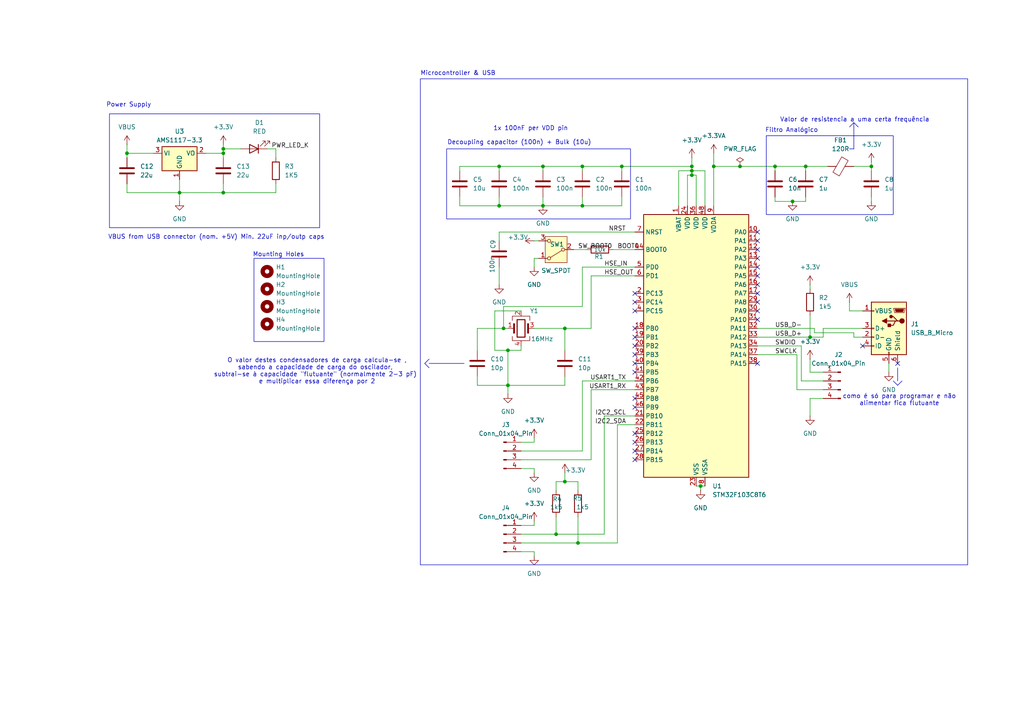
<source format=kicad_sch>
(kicad_sch
	(version 20250114)
	(generator "eeschema")
	(generator_version "9.0")
	(uuid "5bd99ce5-4da3-47d4-9e3a-c8203ba0df16")
	(paper "A4")
	(title_block
		(title "Udemy STM32 Demo PCB")
		(date "2026-01-24")
		(rev "0.1")
		(company "Dimas")
	)
	(lib_symbols
		(symbol "Connector:Conn_01x04_Pin"
			(pin_names
				(offset 1.016)
				(hide yes)
			)
			(exclude_from_sim no)
			(in_bom yes)
			(on_board yes)
			(property "Reference" "J"
				(at 0 5.08 0)
				(effects
					(font
						(size 1.27 1.27)
					)
				)
			)
			(property "Value" "Conn_01x04_Pin"
				(at 0 -7.62 0)
				(effects
					(font
						(size 1.27 1.27)
					)
				)
			)
			(property "Footprint" ""
				(at 0 0 0)
				(effects
					(font
						(size 1.27 1.27)
					)
					(hide yes)
				)
			)
			(property "Datasheet" "~"
				(at 0 0 0)
				(effects
					(font
						(size 1.27 1.27)
					)
					(hide yes)
				)
			)
			(property "Description" "Generic connector, single row, 01x04, script generated"
				(at 0 0 0)
				(effects
					(font
						(size 1.27 1.27)
					)
					(hide yes)
				)
			)
			(property "ki_locked" ""
				(at 0 0 0)
				(effects
					(font
						(size 1.27 1.27)
					)
				)
			)
			(property "ki_keywords" "connector"
				(at 0 0 0)
				(effects
					(font
						(size 1.27 1.27)
					)
					(hide yes)
				)
			)
			(property "ki_fp_filters" "Connector*:*_1x??_*"
				(at 0 0 0)
				(effects
					(font
						(size 1.27 1.27)
					)
					(hide yes)
				)
			)
			(symbol "Conn_01x04_Pin_1_1"
				(rectangle
					(start 0.8636 2.667)
					(end 0 2.413)
					(stroke
						(width 0.1524)
						(type default)
					)
					(fill
						(type outline)
					)
				)
				(rectangle
					(start 0.8636 0.127)
					(end 0 -0.127)
					(stroke
						(width 0.1524)
						(type default)
					)
					(fill
						(type outline)
					)
				)
				(rectangle
					(start 0.8636 -2.413)
					(end 0 -2.667)
					(stroke
						(width 0.1524)
						(type default)
					)
					(fill
						(type outline)
					)
				)
				(rectangle
					(start 0.8636 -4.953)
					(end 0 -5.207)
					(stroke
						(width 0.1524)
						(type default)
					)
					(fill
						(type outline)
					)
				)
				(polyline
					(pts
						(xy 1.27 2.54) (xy 0.8636 2.54)
					)
					(stroke
						(width 0.1524)
						(type default)
					)
					(fill
						(type none)
					)
				)
				(polyline
					(pts
						(xy 1.27 0) (xy 0.8636 0)
					)
					(stroke
						(width 0.1524)
						(type default)
					)
					(fill
						(type none)
					)
				)
				(polyline
					(pts
						(xy 1.27 -2.54) (xy 0.8636 -2.54)
					)
					(stroke
						(width 0.1524)
						(type default)
					)
					(fill
						(type none)
					)
				)
				(polyline
					(pts
						(xy 1.27 -5.08) (xy 0.8636 -5.08)
					)
					(stroke
						(width 0.1524)
						(type default)
					)
					(fill
						(type none)
					)
				)
				(pin passive line
					(at 5.08 2.54 180)
					(length 3.81)
					(name "Pin_1"
						(effects
							(font
								(size 1.27 1.27)
							)
						)
					)
					(number "1"
						(effects
							(font
								(size 1.27 1.27)
							)
						)
					)
				)
				(pin passive line
					(at 5.08 0 180)
					(length 3.81)
					(name "Pin_2"
						(effects
							(font
								(size 1.27 1.27)
							)
						)
					)
					(number "2"
						(effects
							(font
								(size 1.27 1.27)
							)
						)
					)
				)
				(pin passive line
					(at 5.08 -2.54 180)
					(length 3.81)
					(name "Pin_3"
						(effects
							(font
								(size 1.27 1.27)
							)
						)
					)
					(number "3"
						(effects
							(font
								(size 1.27 1.27)
							)
						)
					)
				)
				(pin passive line
					(at 5.08 -5.08 180)
					(length 3.81)
					(name "Pin_4"
						(effects
							(font
								(size 1.27 1.27)
							)
						)
					)
					(number "4"
						(effects
							(font
								(size 1.27 1.27)
							)
						)
					)
				)
			)
			(embedded_fonts no)
		)
		(symbol "Connector:USB_B_Micro"
			(pin_names
				(offset 1.016)
			)
			(exclude_from_sim no)
			(in_bom yes)
			(on_board yes)
			(property "Reference" "J"
				(at -5.08 11.43 0)
				(effects
					(font
						(size 1.27 1.27)
					)
					(justify left)
				)
			)
			(property "Value" "USB_B_Micro"
				(at -5.08 8.89 0)
				(effects
					(font
						(size 1.27 1.27)
					)
					(justify left)
				)
			)
			(property "Footprint" ""
				(at 3.81 -1.27 0)
				(effects
					(font
						(size 1.27 1.27)
					)
					(hide yes)
				)
			)
			(property "Datasheet" "~"
				(at 3.81 -1.27 0)
				(effects
					(font
						(size 1.27 1.27)
					)
					(hide yes)
				)
			)
			(property "Description" "USB Micro Type B connector"
				(at 0 0 0)
				(effects
					(font
						(size 1.27 1.27)
					)
					(hide yes)
				)
			)
			(property "ki_keywords" "connector USB micro"
				(at 0 0 0)
				(effects
					(font
						(size 1.27 1.27)
					)
					(hide yes)
				)
			)
			(property "ki_fp_filters" "USB*Micro*B*"
				(at 0 0 0)
				(effects
					(font
						(size 1.27 1.27)
					)
					(hide yes)
				)
			)
			(symbol "USB_B_Micro_0_1"
				(rectangle
					(start -5.08 -7.62)
					(end 5.08 7.62)
					(stroke
						(width 0.254)
						(type default)
					)
					(fill
						(type background)
					)
				)
				(polyline
					(pts
						(xy -4.699 5.842) (xy -4.699 5.588) (xy -4.445 4.826) (xy -4.445 4.572) (xy -1.651 4.572) (xy -1.651 4.826)
						(xy -1.397 5.588) (xy -1.397 5.842) (xy -4.699 5.842)
					)
					(stroke
						(width 0)
						(type default)
					)
					(fill
						(type none)
					)
				)
				(polyline
					(pts
						(xy -4.318 5.588) (xy -1.778 5.588) (xy -2.032 4.826) (xy -4.064 4.826) (xy -4.318 5.588)
					)
					(stroke
						(width 0)
						(type default)
					)
					(fill
						(type outline)
					)
				)
				(circle
					(center -3.81 2.159)
					(radius 0.635)
					(stroke
						(width 0.254)
						(type default)
					)
					(fill
						(type outline)
					)
				)
				(polyline
					(pts
						(xy -3.175 2.159) (xy -2.54 2.159) (xy -1.27 3.429) (xy -0.635 3.429)
					)
					(stroke
						(width 0.254)
						(type default)
					)
					(fill
						(type none)
					)
				)
				(polyline
					(pts
						(xy -2.54 2.159) (xy -1.905 2.159) (xy -1.27 0.889) (xy 0 0.889)
					)
					(stroke
						(width 0.254)
						(type default)
					)
					(fill
						(type none)
					)
				)
				(polyline
					(pts
						(xy -1.905 2.159) (xy 0.635 2.159)
					)
					(stroke
						(width 0.254)
						(type default)
					)
					(fill
						(type none)
					)
				)
				(circle
					(center -0.635 3.429)
					(radius 0.381)
					(stroke
						(width 0.254)
						(type default)
					)
					(fill
						(type outline)
					)
				)
				(rectangle
					(start -0.127 -7.62)
					(end 0.127 -6.858)
					(stroke
						(width 0)
						(type default)
					)
					(fill
						(type none)
					)
				)
				(rectangle
					(start 0.254 1.27)
					(end -0.508 0.508)
					(stroke
						(width 0.254)
						(type default)
					)
					(fill
						(type outline)
					)
				)
				(polyline
					(pts
						(xy 0.635 2.794) (xy 0.635 1.524) (xy 1.905 2.159) (xy 0.635 2.794)
					)
					(stroke
						(width 0.254)
						(type default)
					)
					(fill
						(type outline)
					)
				)
				(rectangle
					(start 5.08 4.953)
					(end 4.318 5.207)
					(stroke
						(width 0)
						(type default)
					)
					(fill
						(type none)
					)
				)
				(rectangle
					(start 5.08 -0.127)
					(end 4.318 0.127)
					(stroke
						(width 0)
						(type default)
					)
					(fill
						(type none)
					)
				)
				(rectangle
					(start 5.08 -2.667)
					(end 4.318 -2.413)
					(stroke
						(width 0)
						(type default)
					)
					(fill
						(type none)
					)
				)
				(rectangle
					(start 5.08 -5.207)
					(end 4.318 -4.953)
					(stroke
						(width 0)
						(type default)
					)
					(fill
						(type none)
					)
				)
			)
			(symbol "USB_B_Micro_1_1"
				(pin passive line
					(at -2.54 -10.16 90)
					(length 2.54)
					(name "Shield"
						(effects
							(font
								(size 1.27 1.27)
							)
						)
					)
					(number "6"
						(effects
							(font
								(size 1.27 1.27)
							)
						)
					)
				)
				(pin power_out line
					(at 0 -10.16 90)
					(length 2.54)
					(name "GND"
						(effects
							(font
								(size 1.27 1.27)
							)
						)
					)
					(number "5"
						(effects
							(font
								(size 1.27 1.27)
							)
						)
					)
				)
				(pin power_out line
					(at 7.62 5.08 180)
					(length 2.54)
					(name "VBUS"
						(effects
							(font
								(size 1.27 1.27)
							)
						)
					)
					(number "1"
						(effects
							(font
								(size 1.27 1.27)
							)
						)
					)
				)
				(pin bidirectional line
					(at 7.62 0 180)
					(length 2.54)
					(name "D+"
						(effects
							(font
								(size 1.27 1.27)
							)
						)
					)
					(number "3"
						(effects
							(font
								(size 1.27 1.27)
							)
						)
					)
				)
				(pin bidirectional line
					(at 7.62 -2.54 180)
					(length 2.54)
					(name "D-"
						(effects
							(font
								(size 1.27 1.27)
							)
						)
					)
					(number "2"
						(effects
							(font
								(size 1.27 1.27)
							)
						)
					)
				)
				(pin passive line
					(at 7.62 -5.08 180)
					(length 2.54)
					(name "ID"
						(effects
							(font
								(size 1.27 1.27)
							)
						)
					)
					(number "4"
						(effects
							(font
								(size 1.27 1.27)
							)
						)
					)
				)
			)
			(embedded_fonts no)
		)
		(symbol "Device:C"
			(pin_numbers
				(hide yes)
			)
			(pin_names
				(offset 0.254)
			)
			(exclude_from_sim no)
			(in_bom yes)
			(on_board yes)
			(property "Reference" "C"
				(at 0.635 2.54 0)
				(effects
					(font
						(size 1.27 1.27)
					)
					(justify left)
				)
			)
			(property "Value" "C"
				(at 0.635 -2.54 0)
				(effects
					(font
						(size 1.27 1.27)
					)
					(justify left)
				)
			)
			(property "Footprint" ""
				(at 0.9652 -3.81 0)
				(effects
					(font
						(size 1.27 1.27)
					)
					(hide yes)
				)
			)
			(property "Datasheet" "~"
				(at 0 0 0)
				(effects
					(font
						(size 1.27 1.27)
					)
					(hide yes)
				)
			)
			(property "Description" "Unpolarized capacitor"
				(at 0 0 0)
				(effects
					(font
						(size 1.27 1.27)
					)
					(hide yes)
				)
			)
			(property "ki_keywords" "cap capacitor"
				(at 0 0 0)
				(effects
					(font
						(size 1.27 1.27)
					)
					(hide yes)
				)
			)
			(property "ki_fp_filters" "C_*"
				(at 0 0 0)
				(effects
					(font
						(size 1.27 1.27)
					)
					(hide yes)
				)
			)
			(symbol "C_0_1"
				(polyline
					(pts
						(xy -2.032 0.762) (xy 2.032 0.762)
					)
					(stroke
						(width 0.508)
						(type default)
					)
					(fill
						(type none)
					)
				)
				(polyline
					(pts
						(xy -2.032 -0.762) (xy 2.032 -0.762)
					)
					(stroke
						(width 0.508)
						(type default)
					)
					(fill
						(type none)
					)
				)
			)
			(symbol "C_1_1"
				(pin passive line
					(at 0 3.81 270)
					(length 2.794)
					(name "~"
						(effects
							(font
								(size 1.27 1.27)
							)
						)
					)
					(number "1"
						(effects
							(font
								(size 1.27 1.27)
							)
						)
					)
				)
				(pin passive line
					(at 0 -3.81 90)
					(length 2.794)
					(name "~"
						(effects
							(font
								(size 1.27 1.27)
							)
						)
					)
					(number "2"
						(effects
							(font
								(size 1.27 1.27)
							)
						)
					)
				)
			)
			(embedded_fonts no)
		)
		(symbol "Device:Crystal_GND24"
			(pin_names
				(offset 1.016)
				(hide yes)
			)
			(exclude_from_sim no)
			(in_bom yes)
			(on_board yes)
			(property "Reference" "Y"
				(at 3.175 5.08 0)
				(effects
					(font
						(size 1.27 1.27)
					)
					(justify left)
				)
			)
			(property "Value" "Crystal_GND24"
				(at 3.175 3.175 0)
				(effects
					(font
						(size 1.27 1.27)
					)
					(justify left)
				)
			)
			(property "Footprint" ""
				(at 0 0 0)
				(effects
					(font
						(size 1.27 1.27)
					)
					(hide yes)
				)
			)
			(property "Datasheet" "~"
				(at 0 0 0)
				(effects
					(font
						(size 1.27 1.27)
					)
					(hide yes)
				)
			)
			(property "Description" "Four pin crystal, GND on pins 2 and 4"
				(at 0 0 0)
				(effects
					(font
						(size 1.27 1.27)
					)
					(hide yes)
				)
			)
			(property "ki_keywords" "quartz ceramic resonator oscillator"
				(at 0 0 0)
				(effects
					(font
						(size 1.27 1.27)
					)
					(hide yes)
				)
			)
			(property "ki_fp_filters" "Crystal*"
				(at 0 0 0)
				(effects
					(font
						(size 1.27 1.27)
					)
					(hide yes)
				)
			)
			(symbol "Crystal_GND24_0_1"
				(polyline
					(pts
						(xy -2.54 2.286) (xy -2.54 3.556) (xy 2.54 3.556) (xy 2.54 2.286)
					)
					(stroke
						(width 0)
						(type default)
					)
					(fill
						(type none)
					)
				)
				(polyline
					(pts
						(xy -2.54 0) (xy -2.032 0)
					)
					(stroke
						(width 0)
						(type default)
					)
					(fill
						(type none)
					)
				)
				(polyline
					(pts
						(xy -2.54 -2.286) (xy -2.54 -3.556) (xy 2.54 -3.556) (xy 2.54 -2.286)
					)
					(stroke
						(width 0)
						(type default)
					)
					(fill
						(type none)
					)
				)
				(polyline
					(pts
						(xy -2.032 -1.27) (xy -2.032 1.27)
					)
					(stroke
						(width 0.508)
						(type default)
					)
					(fill
						(type none)
					)
				)
				(rectangle
					(start -1.143 2.54)
					(end 1.143 -2.54)
					(stroke
						(width 0.3048)
						(type default)
					)
					(fill
						(type none)
					)
				)
				(polyline
					(pts
						(xy 0 3.556) (xy 0 3.81)
					)
					(stroke
						(width 0)
						(type default)
					)
					(fill
						(type none)
					)
				)
				(polyline
					(pts
						(xy 0 -3.81) (xy 0 -3.556)
					)
					(stroke
						(width 0)
						(type default)
					)
					(fill
						(type none)
					)
				)
				(polyline
					(pts
						(xy 2.032 0) (xy 2.54 0)
					)
					(stroke
						(width 0)
						(type default)
					)
					(fill
						(type none)
					)
				)
				(polyline
					(pts
						(xy 2.032 -1.27) (xy 2.032 1.27)
					)
					(stroke
						(width 0.508)
						(type default)
					)
					(fill
						(type none)
					)
				)
			)
			(symbol "Crystal_GND24_1_1"
				(pin passive line
					(at -3.81 0 0)
					(length 1.27)
					(name "1"
						(effects
							(font
								(size 1.27 1.27)
							)
						)
					)
					(number "1"
						(effects
							(font
								(size 1.27 1.27)
							)
						)
					)
				)
				(pin passive line
					(at 0 5.08 270)
					(length 1.27)
					(name "2"
						(effects
							(font
								(size 1.27 1.27)
							)
						)
					)
					(number "2"
						(effects
							(font
								(size 1.27 1.27)
							)
						)
					)
				)
				(pin passive line
					(at 0 -5.08 90)
					(length 1.27)
					(name "4"
						(effects
							(font
								(size 1.27 1.27)
							)
						)
					)
					(number "4"
						(effects
							(font
								(size 1.27 1.27)
							)
						)
					)
				)
				(pin passive line
					(at 3.81 0 180)
					(length 1.27)
					(name "3"
						(effects
							(font
								(size 1.27 1.27)
							)
						)
					)
					(number "3"
						(effects
							(font
								(size 1.27 1.27)
							)
						)
					)
				)
			)
			(embedded_fonts no)
		)
		(symbol "Device:FerriteBead"
			(pin_numbers
				(hide yes)
			)
			(pin_names
				(offset 0)
			)
			(exclude_from_sim no)
			(in_bom yes)
			(on_board yes)
			(property "Reference" "FB"
				(at -3.81 0.635 90)
				(effects
					(font
						(size 1.27 1.27)
					)
				)
			)
			(property "Value" "FerriteBead"
				(at 3.81 0 90)
				(effects
					(font
						(size 1.27 1.27)
					)
				)
			)
			(property "Footprint" ""
				(at -1.778 0 90)
				(effects
					(font
						(size 1.27 1.27)
					)
					(hide yes)
				)
			)
			(property "Datasheet" "~"
				(at 0 0 0)
				(effects
					(font
						(size 1.27 1.27)
					)
					(hide yes)
				)
			)
			(property "Description" "Ferrite bead"
				(at 0 0 0)
				(effects
					(font
						(size 1.27 1.27)
					)
					(hide yes)
				)
			)
			(property "ki_keywords" "L ferrite bead inductor filter"
				(at 0 0 0)
				(effects
					(font
						(size 1.27 1.27)
					)
					(hide yes)
				)
			)
			(property "ki_fp_filters" "Inductor_* L_* *Ferrite*"
				(at 0 0 0)
				(effects
					(font
						(size 1.27 1.27)
					)
					(hide yes)
				)
			)
			(symbol "FerriteBead_0_1"
				(polyline
					(pts
						(xy -2.7686 0.4064) (xy -1.7018 2.2606) (xy 2.7686 -0.3048) (xy 1.6764 -2.159) (xy -2.7686 0.4064)
					)
					(stroke
						(width 0)
						(type default)
					)
					(fill
						(type none)
					)
				)
				(polyline
					(pts
						(xy 0 1.27) (xy 0 1.2954)
					)
					(stroke
						(width 0)
						(type default)
					)
					(fill
						(type none)
					)
				)
				(polyline
					(pts
						(xy 0 -1.27) (xy 0 -1.2192)
					)
					(stroke
						(width 0)
						(type default)
					)
					(fill
						(type none)
					)
				)
			)
			(symbol "FerriteBead_1_1"
				(pin passive line
					(at 0 3.81 270)
					(length 2.54)
					(name "~"
						(effects
							(font
								(size 1.27 1.27)
							)
						)
					)
					(number "1"
						(effects
							(font
								(size 1.27 1.27)
							)
						)
					)
				)
				(pin passive line
					(at 0 -3.81 90)
					(length 2.54)
					(name "~"
						(effects
							(font
								(size 1.27 1.27)
							)
						)
					)
					(number "2"
						(effects
							(font
								(size 1.27 1.27)
							)
						)
					)
				)
			)
			(embedded_fonts no)
		)
		(symbol "Device:LED"
			(pin_numbers
				(hide yes)
			)
			(pin_names
				(offset 1.016)
				(hide yes)
			)
			(exclude_from_sim no)
			(in_bom yes)
			(on_board yes)
			(property "Reference" "D"
				(at 0 2.54 0)
				(effects
					(font
						(size 1.27 1.27)
					)
				)
			)
			(property "Value" "LED"
				(at 0 -2.54 0)
				(effects
					(font
						(size 1.27 1.27)
					)
				)
			)
			(property "Footprint" ""
				(at 0 0 0)
				(effects
					(font
						(size 1.27 1.27)
					)
					(hide yes)
				)
			)
			(property "Datasheet" "~"
				(at 0 0 0)
				(effects
					(font
						(size 1.27 1.27)
					)
					(hide yes)
				)
			)
			(property "Description" "Light emitting diode"
				(at 0 0 0)
				(effects
					(font
						(size 1.27 1.27)
					)
					(hide yes)
				)
			)
			(property "Sim.Pins" "1=K 2=A"
				(at 0 0 0)
				(effects
					(font
						(size 1.27 1.27)
					)
					(hide yes)
				)
			)
			(property "ki_keywords" "LED diode"
				(at 0 0 0)
				(effects
					(font
						(size 1.27 1.27)
					)
					(hide yes)
				)
			)
			(property "ki_fp_filters" "LED* LED_SMD:* LED_THT:*"
				(at 0 0 0)
				(effects
					(font
						(size 1.27 1.27)
					)
					(hide yes)
				)
			)
			(symbol "LED_0_1"
				(polyline
					(pts
						(xy -3.048 -0.762) (xy -4.572 -2.286) (xy -3.81 -2.286) (xy -4.572 -2.286) (xy -4.572 -1.524)
					)
					(stroke
						(width 0)
						(type default)
					)
					(fill
						(type none)
					)
				)
				(polyline
					(pts
						(xy -1.778 -0.762) (xy -3.302 -2.286) (xy -2.54 -2.286) (xy -3.302 -2.286) (xy -3.302 -1.524)
					)
					(stroke
						(width 0)
						(type default)
					)
					(fill
						(type none)
					)
				)
				(polyline
					(pts
						(xy -1.27 0) (xy 1.27 0)
					)
					(stroke
						(width 0)
						(type default)
					)
					(fill
						(type none)
					)
				)
				(polyline
					(pts
						(xy -1.27 -1.27) (xy -1.27 1.27)
					)
					(stroke
						(width 0.254)
						(type default)
					)
					(fill
						(type none)
					)
				)
				(polyline
					(pts
						(xy 1.27 -1.27) (xy 1.27 1.27) (xy -1.27 0) (xy 1.27 -1.27)
					)
					(stroke
						(width 0.254)
						(type default)
					)
					(fill
						(type none)
					)
				)
			)
			(symbol "LED_1_1"
				(pin passive line
					(at -3.81 0 0)
					(length 2.54)
					(name "K"
						(effects
							(font
								(size 1.27 1.27)
							)
						)
					)
					(number "1"
						(effects
							(font
								(size 1.27 1.27)
							)
						)
					)
				)
				(pin passive line
					(at 3.81 0 180)
					(length 2.54)
					(name "A"
						(effects
							(font
								(size 1.27 1.27)
							)
						)
					)
					(number "2"
						(effects
							(font
								(size 1.27 1.27)
							)
						)
					)
				)
			)
			(embedded_fonts no)
		)
		(symbol "Device:R"
			(pin_numbers
				(hide yes)
			)
			(pin_names
				(offset 0)
			)
			(exclude_from_sim no)
			(in_bom yes)
			(on_board yes)
			(property "Reference" "R"
				(at 2.032 0 90)
				(effects
					(font
						(size 1.27 1.27)
					)
				)
			)
			(property "Value" "R"
				(at 0 0 90)
				(effects
					(font
						(size 1.27 1.27)
					)
				)
			)
			(property "Footprint" ""
				(at -1.778 0 90)
				(effects
					(font
						(size 1.27 1.27)
					)
					(hide yes)
				)
			)
			(property "Datasheet" "~"
				(at 0 0 0)
				(effects
					(font
						(size 1.27 1.27)
					)
					(hide yes)
				)
			)
			(property "Description" "Resistor"
				(at 0 0 0)
				(effects
					(font
						(size 1.27 1.27)
					)
					(hide yes)
				)
			)
			(property "ki_keywords" "R res resistor"
				(at 0 0 0)
				(effects
					(font
						(size 1.27 1.27)
					)
					(hide yes)
				)
			)
			(property "ki_fp_filters" "R_*"
				(at 0 0 0)
				(effects
					(font
						(size 1.27 1.27)
					)
					(hide yes)
				)
			)
			(symbol "R_0_1"
				(rectangle
					(start -1.016 -2.54)
					(end 1.016 2.54)
					(stroke
						(width 0.254)
						(type default)
					)
					(fill
						(type none)
					)
				)
			)
			(symbol "R_1_1"
				(pin passive line
					(at 0 3.81 270)
					(length 1.27)
					(name "~"
						(effects
							(font
								(size 1.27 1.27)
							)
						)
					)
					(number "1"
						(effects
							(font
								(size 1.27 1.27)
							)
						)
					)
				)
				(pin passive line
					(at 0 -3.81 90)
					(length 1.27)
					(name "~"
						(effects
							(font
								(size 1.27 1.27)
							)
						)
					)
					(number "2"
						(effects
							(font
								(size 1.27 1.27)
							)
						)
					)
				)
			)
			(embedded_fonts no)
		)
		(symbol "MCU_ST_STM32F1:STM32F103C8Tx"
			(exclude_from_sim no)
			(in_bom yes)
			(on_board yes)
			(property "Reference" "U"
				(at -15.24 39.37 0)
				(effects
					(font
						(size 1.27 1.27)
					)
					(justify left)
				)
			)
			(property "Value" "STM32F103C8Tx"
				(at 7.62 39.37 0)
				(effects
					(font
						(size 1.27 1.27)
					)
					(justify left)
				)
			)
			(property "Footprint" "Package_QFP:LQFP-48_7x7mm_P0.5mm"
				(at -15.24 -38.1 0)
				(effects
					(font
						(size 1.27 1.27)
					)
					(justify right)
					(hide yes)
				)
			)
			(property "Datasheet" "https://www.st.com/resource/en/datasheet/stm32f103c8.pdf"
				(at 0 0 0)
				(effects
					(font
						(size 1.27 1.27)
					)
					(hide yes)
				)
			)
			(property "Description" "STMicroelectronics Arm Cortex-M3 MCU, 64KB flash, 20KB RAM, 72 MHz, 2.0-3.6V, 37 GPIO, LQFP48"
				(at 0 0 0)
				(effects
					(font
						(size 1.27 1.27)
					)
					(hide yes)
				)
			)
			(property "ki_keywords" "Arm Cortex-M3 STM32F1 STM32F103"
				(at 0 0 0)
				(effects
					(font
						(size 1.27 1.27)
					)
					(hide yes)
				)
			)
			(property "ki_fp_filters" "LQFP*7x7mm*P0.5mm*"
				(at 0 0 0)
				(effects
					(font
						(size 1.27 1.27)
					)
					(hide yes)
				)
			)
			(symbol "STM32F103C8Tx_0_1"
				(rectangle
					(start -15.24 -38.1)
					(end 15.24 38.1)
					(stroke
						(width 0.254)
						(type default)
					)
					(fill
						(type background)
					)
				)
			)
			(symbol "STM32F103C8Tx_1_1"
				(pin input line
					(at -17.78 33.02 0)
					(length 2.54)
					(name "NRST"
						(effects
							(font
								(size 1.27 1.27)
							)
						)
					)
					(number "7"
						(effects
							(font
								(size 1.27 1.27)
							)
						)
					)
				)
				(pin input line
					(at -17.78 27.94 0)
					(length 2.54)
					(name "BOOT0"
						(effects
							(font
								(size 1.27 1.27)
							)
						)
					)
					(number "44"
						(effects
							(font
								(size 1.27 1.27)
							)
						)
					)
				)
				(pin bidirectional line
					(at -17.78 22.86 0)
					(length 2.54)
					(name "PD0"
						(effects
							(font
								(size 1.27 1.27)
							)
						)
					)
					(number "5"
						(effects
							(font
								(size 1.27 1.27)
							)
						)
					)
					(alternate "RCC_OSC_IN" bidirectional line)
				)
				(pin bidirectional line
					(at -17.78 20.32 0)
					(length 2.54)
					(name "PD1"
						(effects
							(font
								(size 1.27 1.27)
							)
						)
					)
					(number "6"
						(effects
							(font
								(size 1.27 1.27)
							)
						)
					)
					(alternate "RCC_OSC_OUT" bidirectional line)
				)
				(pin bidirectional line
					(at -17.78 15.24 0)
					(length 2.54)
					(name "PC13"
						(effects
							(font
								(size 1.27 1.27)
							)
						)
					)
					(number "2"
						(effects
							(font
								(size 1.27 1.27)
							)
						)
					)
					(alternate "RTC_OUT" bidirectional line)
					(alternate "RTC_TAMPER" bidirectional line)
				)
				(pin bidirectional line
					(at -17.78 12.7 0)
					(length 2.54)
					(name "PC14"
						(effects
							(font
								(size 1.27 1.27)
							)
						)
					)
					(number "3"
						(effects
							(font
								(size 1.27 1.27)
							)
						)
					)
					(alternate "RCC_OSC32_IN" bidirectional line)
				)
				(pin bidirectional line
					(at -17.78 10.16 0)
					(length 2.54)
					(name "PC15"
						(effects
							(font
								(size 1.27 1.27)
							)
						)
					)
					(number "4"
						(effects
							(font
								(size 1.27 1.27)
							)
						)
					)
					(alternate "ADC1_EXTI15" bidirectional line)
					(alternate "ADC2_EXTI15" bidirectional line)
					(alternate "RCC_OSC32_OUT" bidirectional line)
				)
				(pin bidirectional line
					(at -17.78 5.08 0)
					(length 2.54)
					(name "PB0"
						(effects
							(font
								(size 1.27 1.27)
							)
						)
					)
					(number "18"
						(effects
							(font
								(size 1.27 1.27)
							)
						)
					)
					(alternate "ADC1_IN8" bidirectional line)
					(alternate "ADC2_IN8" bidirectional line)
					(alternate "TIM1_CH2N" bidirectional line)
					(alternate "TIM3_CH3" bidirectional line)
				)
				(pin bidirectional line
					(at -17.78 2.54 0)
					(length 2.54)
					(name "PB1"
						(effects
							(font
								(size 1.27 1.27)
							)
						)
					)
					(number "19"
						(effects
							(font
								(size 1.27 1.27)
							)
						)
					)
					(alternate "ADC1_IN9" bidirectional line)
					(alternate "ADC2_IN9" bidirectional line)
					(alternate "TIM1_CH3N" bidirectional line)
					(alternate "TIM3_CH4" bidirectional line)
				)
				(pin bidirectional line
					(at -17.78 0 0)
					(length 2.54)
					(name "PB2"
						(effects
							(font
								(size 1.27 1.27)
							)
						)
					)
					(number "20"
						(effects
							(font
								(size 1.27 1.27)
							)
						)
					)
				)
				(pin bidirectional line
					(at -17.78 -2.54 0)
					(length 2.54)
					(name "PB3"
						(effects
							(font
								(size 1.27 1.27)
							)
						)
					)
					(number "39"
						(effects
							(font
								(size 1.27 1.27)
							)
						)
					)
					(alternate "SPI1_SCK" bidirectional line)
					(alternate "SYS_JTDO-TRACESWO" bidirectional line)
					(alternate "TIM2_CH2" bidirectional line)
				)
				(pin bidirectional line
					(at -17.78 -5.08 0)
					(length 2.54)
					(name "PB4"
						(effects
							(font
								(size 1.27 1.27)
							)
						)
					)
					(number "40"
						(effects
							(font
								(size 1.27 1.27)
							)
						)
					)
					(alternate "SPI1_MISO" bidirectional line)
					(alternate "SYS_NJTRST" bidirectional line)
					(alternate "TIM3_CH1" bidirectional line)
				)
				(pin bidirectional line
					(at -17.78 -7.62 0)
					(length 2.54)
					(name "PB5"
						(effects
							(font
								(size 1.27 1.27)
							)
						)
					)
					(number "41"
						(effects
							(font
								(size 1.27 1.27)
							)
						)
					)
					(alternate "I2C1_SMBA" bidirectional line)
					(alternate "SPI1_MOSI" bidirectional line)
					(alternate "TIM3_CH2" bidirectional line)
				)
				(pin bidirectional line
					(at -17.78 -10.16 0)
					(length 2.54)
					(name "PB6"
						(effects
							(font
								(size 1.27 1.27)
							)
						)
					)
					(number "42"
						(effects
							(font
								(size 1.27 1.27)
							)
						)
					)
					(alternate "I2C1_SCL" bidirectional line)
					(alternate "TIM4_CH1" bidirectional line)
					(alternate "USART1_TX" bidirectional line)
				)
				(pin bidirectional line
					(at -17.78 -12.7 0)
					(length 2.54)
					(name "PB7"
						(effects
							(font
								(size 1.27 1.27)
							)
						)
					)
					(number "43"
						(effects
							(font
								(size 1.27 1.27)
							)
						)
					)
					(alternate "I2C1_SDA" bidirectional line)
					(alternate "TIM4_CH2" bidirectional line)
					(alternate "USART1_RX" bidirectional line)
				)
				(pin bidirectional line
					(at -17.78 -15.24 0)
					(length 2.54)
					(name "PB8"
						(effects
							(font
								(size 1.27 1.27)
							)
						)
					)
					(number "45"
						(effects
							(font
								(size 1.27 1.27)
							)
						)
					)
					(alternate "CAN_RX" bidirectional line)
					(alternate "I2C1_SCL" bidirectional line)
					(alternate "TIM4_CH3" bidirectional line)
				)
				(pin bidirectional line
					(at -17.78 -17.78 0)
					(length 2.54)
					(name "PB9"
						(effects
							(font
								(size 1.27 1.27)
							)
						)
					)
					(number "46"
						(effects
							(font
								(size 1.27 1.27)
							)
						)
					)
					(alternate "CAN_TX" bidirectional line)
					(alternate "I2C1_SDA" bidirectional line)
					(alternate "TIM4_CH4" bidirectional line)
				)
				(pin bidirectional line
					(at -17.78 -20.32 0)
					(length 2.54)
					(name "PB10"
						(effects
							(font
								(size 1.27 1.27)
							)
						)
					)
					(number "21"
						(effects
							(font
								(size 1.27 1.27)
							)
						)
					)
					(alternate "I2C2_SCL" bidirectional line)
					(alternate "TIM2_CH3" bidirectional line)
					(alternate "USART3_TX" bidirectional line)
				)
				(pin bidirectional line
					(at -17.78 -22.86 0)
					(length 2.54)
					(name "PB11"
						(effects
							(font
								(size 1.27 1.27)
							)
						)
					)
					(number "22"
						(effects
							(font
								(size 1.27 1.27)
							)
						)
					)
					(alternate "ADC1_EXTI11" bidirectional line)
					(alternate "ADC2_EXTI11" bidirectional line)
					(alternate "I2C2_SDA" bidirectional line)
					(alternate "TIM2_CH4" bidirectional line)
					(alternate "USART3_RX" bidirectional line)
				)
				(pin bidirectional line
					(at -17.78 -25.4 0)
					(length 2.54)
					(name "PB12"
						(effects
							(font
								(size 1.27 1.27)
							)
						)
					)
					(number "25"
						(effects
							(font
								(size 1.27 1.27)
							)
						)
					)
					(alternate "I2C2_SMBA" bidirectional line)
					(alternate "SPI2_NSS" bidirectional line)
					(alternate "TIM1_BKIN" bidirectional line)
					(alternate "USART3_CK" bidirectional line)
				)
				(pin bidirectional line
					(at -17.78 -27.94 0)
					(length 2.54)
					(name "PB13"
						(effects
							(font
								(size 1.27 1.27)
							)
						)
					)
					(number "26"
						(effects
							(font
								(size 1.27 1.27)
							)
						)
					)
					(alternate "SPI2_SCK" bidirectional line)
					(alternate "TIM1_CH1N" bidirectional line)
					(alternate "USART3_CTS" bidirectional line)
				)
				(pin bidirectional line
					(at -17.78 -30.48 0)
					(length 2.54)
					(name "PB14"
						(effects
							(font
								(size 1.27 1.27)
							)
						)
					)
					(number "27"
						(effects
							(font
								(size 1.27 1.27)
							)
						)
					)
					(alternate "SPI2_MISO" bidirectional line)
					(alternate "TIM1_CH2N" bidirectional line)
					(alternate "USART3_RTS" bidirectional line)
				)
				(pin bidirectional line
					(at -17.78 -33.02 0)
					(length 2.54)
					(name "PB15"
						(effects
							(font
								(size 1.27 1.27)
							)
						)
					)
					(number "28"
						(effects
							(font
								(size 1.27 1.27)
							)
						)
					)
					(alternate "ADC1_EXTI15" bidirectional line)
					(alternate "ADC2_EXTI15" bidirectional line)
					(alternate "SPI2_MOSI" bidirectional line)
					(alternate "TIM1_CH3N" bidirectional line)
				)
				(pin power_in line
					(at -5.08 40.64 270)
					(length 2.54)
					(name "VBAT"
						(effects
							(font
								(size 1.27 1.27)
							)
						)
					)
					(number "1"
						(effects
							(font
								(size 1.27 1.27)
							)
						)
					)
				)
				(pin power_in line
					(at -2.54 40.64 270)
					(length 2.54)
					(name "VDD"
						(effects
							(font
								(size 1.27 1.27)
							)
						)
					)
					(number "24"
						(effects
							(font
								(size 1.27 1.27)
							)
						)
					)
				)
				(pin power_in line
					(at 0 40.64 270)
					(length 2.54)
					(name "VDD"
						(effects
							(font
								(size 1.27 1.27)
							)
						)
					)
					(number "36"
						(effects
							(font
								(size 1.27 1.27)
							)
						)
					)
				)
				(pin power_in line
					(at 0 -40.64 90)
					(length 2.54)
					(name "VSS"
						(effects
							(font
								(size 1.27 1.27)
							)
						)
					)
					(number "23"
						(effects
							(font
								(size 1.27 1.27)
							)
						)
					)
				)
				(pin passive line
					(at 0 -40.64 90)
					(length 2.54)
					(hide yes)
					(name "VSS"
						(effects
							(font
								(size 1.27 1.27)
							)
						)
					)
					(number "35"
						(effects
							(font
								(size 1.27 1.27)
							)
						)
					)
				)
				(pin passive line
					(at 0 -40.64 90)
					(length 2.54)
					(hide yes)
					(name "VSS"
						(effects
							(font
								(size 1.27 1.27)
							)
						)
					)
					(number "47"
						(effects
							(font
								(size 1.27 1.27)
							)
						)
					)
				)
				(pin power_in line
					(at 2.54 40.64 270)
					(length 2.54)
					(name "VDD"
						(effects
							(font
								(size 1.27 1.27)
							)
						)
					)
					(number "48"
						(effects
							(font
								(size 1.27 1.27)
							)
						)
					)
				)
				(pin power_in line
					(at 2.54 -40.64 90)
					(length 2.54)
					(name "VSSA"
						(effects
							(font
								(size 1.27 1.27)
							)
						)
					)
					(number "8"
						(effects
							(font
								(size 1.27 1.27)
							)
						)
					)
				)
				(pin power_in line
					(at 5.08 40.64 270)
					(length 2.54)
					(name "VDDA"
						(effects
							(font
								(size 1.27 1.27)
							)
						)
					)
					(number "9"
						(effects
							(font
								(size 1.27 1.27)
							)
						)
					)
				)
				(pin bidirectional line
					(at 17.78 33.02 180)
					(length 2.54)
					(name "PA0"
						(effects
							(font
								(size 1.27 1.27)
							)
						)
					)
					(number "10"
						(effects
							(font
								(size 1.27 1.27)
							)
						)
					)
					(alternate "ADC1_IN0" bidirectional line)
					(alternate "ADC2_IN0" bidirectional line)
					(alternate "SYS_WKUP" bidirectional line)
					(alternate "TIM2_CH1" bidirectional line)
					(alternate "TIM2_ETR" bidirectional line)
					(alternate "USART2_CTS" bidirectional line)
				)
				(pin bidirectional line
					(at 17.78 30.48 180)
					(length 2.54)
					(name "PA1"
						(effects
							(font
								(size 1.27 1.27)
							)
						)
					)
					(number "11"
						(effects
							(font
								(size 1.27 1.27)
							)
						)
					)
					(alternate "ADC1_IN1" bidirectional line)
					(alternate "ADC2_IN1" bidirectional line)
					(alternate "TIM2_CH2" bidirectional line)
					(alternate "USART2_RTS" bidirectional line)
				)
				(pin bidirectional line
					(at 17.78 27.94 180)
					(length 2.54)
					(name "PA2"
						(effects
							(font
								(size 1.27 1.27)
							)
						)
					)
					(number "12"
						(effects
							(font
								(size 1.27 1.27)
							)
						)
					)
					(alternate "ADC1_IN2" bidirectional line)
					(alternate "ADC2_IN2" bidirectional line)
					(alternate "TIM2_CH3" bidirectional line)
					(alternate "USART2_TX" bidirectional line)
				)
				(pin bidirectional line
					(at 17.78 25.4 180)
					(length 2.54)
					(name "PA3"
						(effects
							(font
								(size 1.27 1.27)
							)
						)
					)
					(number "13"
						(effects
							(font
								(size 1.27 1.27)
							)
						)
					)
					(alternate "ADC1_IN3" bidirectional line)
					(alternate "ADC2_IN3" bidirectional line)
					(alternate "TIM2_CH4" bidirectional line)
					(alternate "USART2_RX" bidirectional line)
				)
				(pin bidirectional line
					(at 17.78 22.86 180)
					(length 2.54)
					(name "PA4"
						(effects
							(font
								(size 1.27 1.27)
							)
						)
					)
					(number "14"
						(effects
							(font
								(size 1.27 1.27)
							)
						)
					)
					(alternate "ADC1_IN4" bidirectional line)
					(alternate "ADC2_IN4" bidirectional line)
					(alternate "SPI1_NSS" bidirectional line)
					(alternate "USART2_CK" bidirectional line)
				)
				(pin bidirectional line
					(at 17.78 20.32 180)
					(length 2.54)
					(name "PA5"
						(effects
							(font
								(size 1.27 1.27)
							)
						)
					)
					(number "15"
						(effects
							(font
								(size 1.27 1.27)
							)
						)
					)
					(alternate "ADC1_IN5" bidirectional line)
					(alternate "ADC2_IN5" bidirectional line)
					(alternate "SPI1_SCK" bidirectional line)
				)
				(pin bidirectional line
					(at 17.78 17.78 180)
					(length 2.54)
					(name "PA6"
						(effects
							(font
								(size 1.27 1.27)
							)
						)
					)
					(number "16"
						(effects
							(font
								(size 1.27 1.27)
							)
						)
					)
					(alternate "ADC1_IN6" bidirectional line)
					(alternate "ADC2_IN6" bidirectional line)
					(alternate "SPI1_MISO" bidirectional line)
					(alternate "TIM1_BKIN" bidirectional line)
					(alternate "TIM3_CH1" bidirectional line)
				)
				(pin bidirectional line
					(at 17.78 15.24 180)
					(length 2.54)
					(name "PA7"
						(effects
							(font
								(size 1.27 1.27)
							)
						)
					)
					(number "17"
						(effects
							(font
								(size 1.27 1.27)
							)
						)
					)
					(alternate "ADC1_IN7" bidirectional line)
					(alternate "ADC2_IN7" bidirectional line)
					(alternate "SPI1_MOSI" bidirectional line)
					(alternate "TIM1_CH1N" bidirectional line)
					(alternate "TIM3_CH2" bidirectional line)
				)
				(pin bidirectional line
					(at 17.78 12.7 180)
					(length 2.54)
					(name "PA8"
						(effects
							(font
								(size 1.27 1.27)
							)
						)
					)
					(number "29"
						(effects
							(font
								(size 1.27 1.27)
							)
						)
					)
					(alternate "RCC_MCO" bidirectional line)
					(alternate "TIM1_CH1" bidirectional line)
					(alternate "USART1_CK" bidirectional line)
				)
				(pin bidirectional line
					(at 17.78 10.16 180)
					(length 2.54)
					(name "PA9"
						(effects
							(font
								(size 1.27 1.27)
							)
						)
					)
					(number "30"
						(effects
							(font
								(size 1.27 1.27)
							)
						)
					)
					(alternate "TIM1_CH2" bidirectional line)
					(alternate "USART1_TX" bidirectional line)
				)
				(pin bidirectional line
					(at 17.78 7.62 180)
					(length 2.54)
					(name "PA10"
						(effects
							(font
								(size 1.27 1.27)
							)
						)
					)
					(number "31"
						(effects
							(font
								(size 1.27 1.27)
							)
						)
					)
					(alternate "TIM1_CH3" bidirectional line)
					(alternate "USART1_RX" bidirectional line)
				)
				(pin bidirectional line
					(at 17.78 5.08 180)
					(length 2.54)
					(name "PA11"
						(effects
							(font
								(size 1.27 1.27)
							)
						)
					)
					(number "32"
						(effects
							(font
								(size 1.27 1.27)
							)
						)
					)
					(alternate "ADC1_EXTI11" bidirectional line)
					(alternate "ADC2_EXTI11" bidirectional line)
					(alternate "CAN_RX" bidirectional line)
					(alternate "TIM1_CH4" bidirectional line)
					(alternate "USART1_CTS" bidirectional line)
					(alternate "USB_DM" bidirectional line)
				)
				(pin bidirectional line
					(at 17.78 2.54 180)
					(length 2.54)
					(name "PA12"
						(effects
							(font
								(size 1.27 1.27)
							)
						)
					)
					(number "33"
						(effects
							(font
								(size 1.27 1.27)
							)
						)
					)
					(alternate "CAN_TX" bidirectional line)
					(alternate "TIM1_ETR" bidirectional line)
					(alternate "USART1_RTS" bidirectional line)
					(alternate "USB_DP" bidirectional line)
				)
				(pin bidirectional line
					(at 17.78 0 180)
					(length 2.54)
					(name "PA13"
						(effects
							(font
								(size 1.27 1.27)
							)
						)
					)
					(number "34"
						(effects
							(font
								(size 1.27 1.27)
							)
						)
					)
					(alternate "SYS_JTMS-SWDIO" bidirectional line)
				)
				(pin bidirectional line
					(at 17.78 -2.54 180)
					(length 2.54)
					(name "PA14"
						(effects
							(font
								(size 1.27 1.27)
							)
						)
					)
					(number "37"
						(effects
							(font
								(size 1.27 1.27)
							)
						)
					)
					(alternate "SYS_JTCK-SWCLK" bidirectional line)
				)
				(pin bidirectional line
					(at 17.78 -5.08 180)
					(length 2.54)
					(name "PA15"
						(effects
							(font
								(size 1.27 1.27)
							)
						)
					)
					(number "38"
						(effects
							(font
								(size 1.27 1.27)
							)
						)
					)
					(alternate "ADC1_EXTI15" bidirectional line)
					(alternate "ADC2_EXTI15" bidirectional line)
					(alternate "SPI1_NSS" bidirectional line)
					(alternate "SYS_JTDI" bidirectional line)
					(alternate "TIM2_CH1" bidirectional line)
					(alternate "TIM2_ETR" bidirectional line)
				)
			)
			(embedded_fonts no)
		)
		(symbol "Mechanical:MountingHole"
			(pin_names
				(offset 1.016)
			)
			(exclude_from_sim no)
			(in_bom no)
			(on_board yes)
			(property "Reference" "H"
				(at 0 5.08 0)
				(effects
					(font
						(size 1.27 1.27)
					)
				)
			)
			(property "Value" "MountingHole"
				(at 0 3.175 0)
				(effects
					(font
						(size 1.27 1.27)
					)
				)
			)
			(property "Footprint" ""
				(at 0 0 0)
				(effects
					(font
						(size 1.27 1.27)
					)
					(hide yes)
				)
			)
			(property "Datasheet" "~"
				(at 0 0 0)
				(effects
					(font
						(size 1.27 1.27)
					)
					(hide yes)
				)
			)
			(property "Description" "Mounting Hole without connection"
				(at 0 0 0)
				(effects
					(font
						(size 1.27 1.27)
					)
					(hide yes)
				)
			)
			(property "ki_keywords" "mounting hole"
				(at 0 0 0)
				(effects
					(font
						(size 1.27 1.27)
					)
					(hide yes)
				)
			)
			(property "ki_fp_filters" "MountingHole*"
				(at 0 0 0)
				(effects
					(font
						(size 1.27 1.27)
					)
					(hide yes)
				)
			)
			(symbol "MountingHole_0_1"
				(circle
					(center 0 0)
					(radius 1.27)
					(stroke
						(width 1.27)
						(type default)
					)
					(fill
						(type none)
					)
				)
			)
			(embedded_fonts no)
		)
		(symbol "Regulator_Linear:AMS1117-3.3"
			(exclude_from_sim no)
			(in_bom yes)
			(on_board yes)
			(property "Reference" "U"
				(at -3.81 3.175 0)
				(effects
					(font
						(size 1.27 1.27)
					)
				)
			)
			(property "Value" "AMS1117-3.3"
				(at 0 3.175 0)
				(effects
					(font
						(size 1.27 1.27)
					)
					(justify left)
				)
			)
			(property "Footprint" "Package_TO_SOT_SMD:SOT-223-3_TabPin2"
				(at 0 5.08 0)
				(effects
					(font
						(size 1.27 1.27)
					)
					(hide yes)
				)
			)
			(property "Datasheet" "http://www.advanced-monolithic.com/pdf/ds1117.pdf"
				(at 2.54 -6.35 0)
				(effects
					(font
						(size 1.27 1.27)
					)
					(hide yes)
				)
			)
			(property "Description" "1A Low Dropout regulator, positive, 3.3V fixed output, SOT-223"
				(at 0 0 0)
				(effects
					(font
						(size 1.27 1.27)
					)
					(hide yes)
				)
			)
			(property "ki_keywords" "linear regulator ldo fixed positive"
				(at 0 0 0)
				(effects
					(font
						(size 1.27 1.27)
					)
					(hide yes)
				)
			)
			(property "ki_fp_filters" "SOT?223*TabPin2*"
				(at 0 0 0)
				(effects
					(font
						(size 1.27 1.27)
					)
					(hide yes)
				)
			)
			(symbol "AMS1117-3.3_0_1"
				(rectangle
					(start -5.08 -5.08)
					(end 5.08 1.905)
					(stroke
						(width 0.254)
						(type default)
					)
					(fill
						(type background)
					)
				)
			)
			(symbol "AMS1117-3.3_1_1"
				(pin power_in line
					(at -7.62 0 0)
					(length 2.54)
					(name "VI"
						(effects
							(font
								(size 1.27 1.27)
							)
						)
					)
					(number "3"
						(effects
							(font
								(size 1.27 1.27)
							)
						)
					)
				)
				(pin power_in line
					(at 0 -7.62 90)
					(length 2.54)
					(name "GND"
						(effects
							(font
								(size 1.27 1.27)
							)
						)
					)
					(number "1"
						(effects
							(font
								(size 1.27 1.27)
							)
						)
					)
				)
				(pin power_out line
					(at 7.62 0 180)
					(length 2.54)
					(name "VO"
						(effects
							(font
								(size 1.27 1.27)
							)
						)
					)
					(number "2"
						(effects
							(font
								(size 1.27 1.27)
							)
						)
					)
				)
			)
			(embedded_fonts no)
		)
		(symbol "Switch:SW_SPDT"
			(pin_names
				(offset 0)
				(hide yes)
			)
			(exclude_from_sim no)
			(in_bom yes)
			(on_board yes)
			(property "Reference" "SW"
				(at 0 5.08 0)
				(effects
					(font
						(size 1.27 1.27)
					)
				)
			)
			(property "Value" "SW_SPDT"
				(at 0 -5.08 0)
				(effects
					(font
						(size 1.27 1.27)
					)
				)
			)
			(property "Footprint" ""
				(at 0 0 0)
				(effects
					(font
						(size 1.27 1.27)
					)
					(hide yes)
				)
			)
			(property "Datasheet" "~"
				(at 0 -7.62 0)
				(effects
					(font
						(size 1.27 1.27)
					)
					(hide yes)
				)
			)
			(property "Description" "Switch, single pole double throw"
				(at 0 0 0)
				(effects
					(font
						(size 1.27 1.27)
					)
					(hide yes)
				)
			)
			(property "ki_keywords" "switch single-pole double-throw spdt ON-ON"
				(at 0 0 0)
				(effects
					(font
						(size 1.27 1.27)
					)
					(hide yes)
				)
			)
			(symbol "SW_SPDT_0_1"
				(circle
					(center -2.032 0)
					(radius 0.4572)
					(stroke
						(width 0)
						(type default)
					)
					(fill
						(type none)
					)
				)
				(polyline
					(pts
						(xy -1.651 0.254) (xy 1.651 2.286)
					)
					(stroke
						(width 0)
						(type default)
					)
					(fill
						(type none)
					)
				)
				(circle
					(center 2.032 2.54)
					(radius 0.4572)
					(stroke
						(width 0)
						(type default)
					)
					(fill
						(type none)
					)
				)
				(circle
					(center 2.032 -2.54)
					(radius 0.4572)
					(stroke
						(width 0)
						(type default)
					)
					(fill
						(type none)
					)
				)
			)
			(symbol "SW_SPDT_1_1"
				(rectangle
					(start -3.175 3.81)
					(end 3.175 -3.81)
					(stroke
						(width 0)
						(type default)
					)
					(fill
						(type background)
					)
				)
				(pin passive line
					(at -5.08 0 0)
					(length 2.54)
					(name "B"
						(effects
							(font
								(size 1.27 1.27)
							)
						)
					)
					(number "2"
						(effects
							(font
								(size 1.27 1.27)
							)
						)
					)
				)
				(pin passive line
					(at 5.08 2.54 180)
					(length 2.54)
					(name "A"
						(effects
							(font
								(size 1.27 1.27)
							)
						)
					)
					(number "1"
						(effects
							(font
								(size 1.27 1.27)
							)
						)
					)
				)
				(pin passive line
					(at 5.08 -2.54 180)
					(length 2.54)
					(name "C"
						(effects
							(font
								(size 1.27 1.27)
							)
						)
					)
					(number "3"
						(effects
							(font
								(size 1.27 1.27)
							)
						)
					)
				)
			)
			(embedded_fonts no)
		)
		(symbol "power:+3.3V"
			(power)
			(pin_numbers
				(hide yes)
			)
			(pin_names
				(offset 0)
				(hide yes)
			)
			(exclude_from_sim no)
			(in_bom yes)
			(on_board yes)
			(property "Reference" "#PWR"
				(at 0 -3.81 0)
				(effects
					(font
						(size 1.27 1.27)
					)
					(hide yes)
				)
			)
			(property "Value" "+3.3V"
				(at 0 3.556 0)
				(effects
					(font
						(size 1.27 1.27)
					)
				)
			)
			(property "Footprint" ""
				(at 0 0 0)
				(effects
					(font
						(size 1.27 1.27)
					)
					(hide yes)
				)
			)
			(property "Datasheet" ""
				(at 0 0 0)
				(effects
					(font
						(size 1.27 1.27)
					)
					(hide yes)
				)
			)
			(property "Description" "Power symbol creates a global label with name \"+3.3V\""
				(at 0 0 0)
				(effects
					(font
						(size 1.27 1.27)
					)
					(hide yes)
				)
			)
			(property "ki_keywords" "global power"
				(at 0 0 0)
				(effects
					(font
						(size 1.27 1.27)
					)
					(hide yes)
				)
			)
			(symbol "+3.3V_0_1"
				(polyline
					(pts
						(xy -0.762 1.27) (xy 0 2.54)
					)
					(stroke
						(width 0)
						(type default)
					)
					(fill
						(type none)
					)
				)
				(polyline
					(pts
						(xy 0 2.54) (xy 0.762 1.27)
					)
					(stroke
						(width 0)
						(type default)
					)
					(fill
						(type none)
					)
				)
				(polyline
					(pts
						(xy 0 0) (xy 0 2.54)
					)
					(stroke
						(width 0)
						(type default)
					)
					(fill
						(type none)
					)
				)
			)
			(symbol "+3.3V_1_1"
				(pin power_in line
					(at 0 0 90)
					(length 0)
					(name "~"
						(effects
							(font
								(size 1.27 1.27)
							)
						)
					)
					(number "1"
						(effects
							(font
								(size 1.27 1.27)
							)
						)
					)
				)
			)
			(embedded_fonts no)
		)
		(symbol "power:+3.3VA"
			(power)
			(pin_numbers
				(hide yes)
			)
			(pin_names
				(offset 0)
				(hide yes)
			)
			(exclude_from_sim no)
			(in_bom yes)
			(on_board yes)
			(property "Reference" "#PWR"
				(at 0 -3.81 0)
				(effects
					(font
						(size 1.27 1.27)
					)
					(hide yes)
				)
			)
			(property "Value" "+3.3VA"
				(at 0 3.556 0)
				(effects
					(font
						(size 1.27 1.27)
					)
				)
			)
			(property "Footprint" ""
				(at 0 0 0)
				(effects
					(font
						(size 1.27 1.27)
					)
					(hide yes)
				)
			)
			(property "Datasheet" ""
				(at 0 0 0)
				(effects
					(font
						(size 1.27 1.27)
					)
					(hide yes)
				)
			)
			(property "Description" "Power symbol creates a global label with name \"+3.3VA\""
				(at 0 0 0)
				(effects
					(font
						(size 1.27 1.27)
					)
					(hide yes)
				)
			)
			(property "ki_keywords" "global power"
				(at 0 0 0)
				(effects
					(font
						(size 1.27 1.27)
					)
					(hide yes)
				)
			)
			(symbol "+3.3VA_0_1"
				(polyline
					(pts
						(xy -0.762 1.27) (xy 0 2.54)
					)
					(stroke
						(width 0)
						(type default)
					)
					(fill
						(type none)
					)
				)
				(polyline
					(pts
						(xy 0 2.54) (xy 0.762 1.27)
					)
					(stroke
						(width 0)
						(type default)
					)
					(fill
						(type none)
					)
				)
				(polyline
					(pts
						(xy 0 0) (xy 0 2.54)
					)
					(stroke
						(width 0)
						(type default)
					)
					(fill
						(type none)
					)
				)
			)
			(symbol "+3.3VA_1_1"
				(pin power_in line
					(at 0 0 90)
					(length 0)
					(name "~"
						(effects
							(font
								(size 1.27 1.27)
							)
						)
					)
					(number "1"
						(effects
							(font
								(size 1.27 1.27)
							)
						)
					)
				)
			)
			(embedded_fonts no)
		)
		(symbol "power:GND"
			(power)
			(pin_numbers
				(hide yes)
			)
			(pin_names
				(offset 0)
				(hide yes)
			)
			(exclude_from_sim no)
			(in_bom yes)
			(on_board yes)
			(property "Reference" "#PWR"
				(at 0 -6.35 0)
				(effects
					(font
						(size 1.27 1.27)
					)
					(hide yes)
				)
			)
			(property "Value" "GND"
				(at 0 -3.81 0)
				(effects
					(font
						(size 1.27 1.27)
					)
				)
			)
			(property "Footprint" ""
				(at 0 0 0)
				(effects
					(font
						(size 1.27 1.27)
					)
					(hide yes)
				)
			)
			(property "Datasheet" ""
				(at 0 0 0)
				(effects
					(font
						(size 1.27 1.27)
					)
					(hide yes)
				)
			)
			(property "Description" "Power symbol creates a global label with name \"GND\" , ground"
				(at 0 0 0)
				(effects
					(font
						(size 1.27 1.27)
					)
					(hide yes)
				)
			)
			(property "ki_keywords" "global power"
				(at 0 0 0)
				(effects
					(font
						(size 1.27 1.27)
					)
					(hide yes)
				)
			)
			(symbol "GND_0_1"
				(polyline
					(pts
						(xy 0 0) (xy 0 -1.27) (xy 1.27 -1.27) (xy 0 -2.54) (xy -1.27 -1.27) (xy 0 -1.27)
					)
					(stroke
						(width 0)
						(type default)
					)
					(fill
						(type none)
					)
				)
			)
			(symbol "GND_1_1"
				(pin power_in line
					(at 0 0 270)
					(length 0)
					(name "~"
						(effects
							(font
								(size 1.27 1.27)
							)
						)
					)
					(number "1"
						(effects
							(font
								(size 1.27 1.27)
							)
						)
					)
				)
			)
			(embedded_fonts no)
		)
		(symbol "power:PWR_FLAG"
			(power)
			(pin_numbers
				(hide yes)
			)
			(pin_names
				(offset 0)
				(hide yes)
			)
			(exclude_from_sim no)
			(in_bom yes)
			(on_board yes)
			(property "Reference" "#FLG"
				(at 0 1.905 0)
				(effects
					(font
						(size 1.27 1.27)
					)
					(hide yes)
				)
			)
			(property "Value" "PWR_FLAG"
				(at 0 3.81 0)
				(effects
					(font
						(size 1.27 1.27)
					)
				)
			)
			(property "Footprint" ""
				(at 0 0 0)
				(effects
					(font
						(size 1.27 1.27)
					)
					(hide yes)
				)
			)
			(property "Datasheet" "~"
				(at 0 0 0)
				(effects
					(font
						(size 1.27 1.27)
					)
					(hide yes)
				)
			)
			(property "Description" "Special symbol for telling ERC where power comes from"
				(at 0 0 0)
				(effects
					(font
						(size 1.27 1.27)
					)
					(hide yes)
				)
			)
			(property "ki_keywords" "flag power"
				(at 0 0 0)
				(effects
					(font
						(size 1.27 1.27)
					)
					(hide yes)
				)
			)
			(symbol "PWR_FLAG_0_0"
				(pin power_out line
					(at 0 0 90)
					(length 0)
					(name "~"
						(effects
							(font
								(size 1.27 1.27)
							)
						)
					)
					(number "1"
						(effects
							(font
								(size 1.27 1.27)
							)
						)
					)
				)
			)
			(symbol "PWR_FLAG_0_1"
				(polyline
					(pts
						(xy 0 0) (xy 0 1.27) (xy -1.016 1.905) (xy 0 2.54) (xy 1.016 1.905) (xy 0 1.27)
					)
					(stroke
						(width 0)
						(type default)
					)
					(fill
						(type none)
					)
				)
			)
			(embedded_fonts no)
		)
		(symbol "power:VBUS"
			(power)
			(pin_numbers
				(hide yes)
			)
			(pin_names
				(offset 0)
				(hide yes)
			)
			(exclude_from_sim no)
			(in_bom yes)
			(on_board yes)
			(property "Reference" "#PWR"
				(at 0 -3.81 0)
				(effects
					(font
						(size 1.27 1.27)
					)
					(hide yes)
				)
			)
			(property "Value" "VBUS"
				(at 0 3.556 0)
				(effects
					(font
						(size 1.27 1.27)
					)
				)
			)
			(property "Footprint" ""
				(at 0 0 0)
				(effects
					(font
						(size 1.27 1.27)
					)
					(hide yes)
				)
			)
			(property "Datasheet" ""
				(at 0 0 0)
				(effects
					(font
						(size 1.27 1.27)
					)
					(hide yes)
				)
			)
			(property "Description" "Power symbol creates a global label with name \"VBUS\""
				(at 0 0 0)
				(effects
					(font
						(size 1.27 1.27)
					)
					(hide yes)
				)
			)
			(property "ki_keywords" "global power"
				(at 0 0 0)
				(effects
					(font
						(size 1.27 1.27)
					)
					(hide yes)
				)
			)
			(symbol "VBUS_0_1"
				(polyline
					(pts
						(xy -0.762 1.27) (xy 0 2.54)
					)
					(stroke
						(width 0)
						(type default)
					)
					(fill
						(type none)
					)
				)
				(polyline
					(pts
						(xy 0 2.54) (xy 0.762 1.27)
					)
					(stroke
						(width 0)
						(type default)
					)
					(fill
						(type none)
					)
				)
				(polyline
					(pts
						(xy 0 0) (xy 0 2.54)
					)
					(stroke
						(width 0)
						(type default)
					)
					(fill
						(type none)
					)
				)
			)
			(symbol "VBUS_1_1"
				(pin power_in line
					(at 0 0 90)
					(length 0)
					(name "~"
						(effects
							(font
								(size 1.27 1.27)
							)
						)
					)
					(number "1"
						(effects
							(font
								(size 1.27 1.27)
							)
						)
					)
				)
			)
			(embedded_fonts no)
		)
	)
	(rectangle
		(start 121.92 22.86)
		(end 280.67 163.83)
		(stroke
			(width 0)
			(type default)
		)
		(fill
			(type none)
		)
		(uuid 09c5d19b-beab-4fbf-b5fd-967dfdbbe30e)
	)
	(rectangle
		(start 129.54 43.18)
		(end 182.88 63.5)
		(stroke
			(width 0)
			(type default)
		)
		(fill
			(type none)
		)
		(uuid 12d6474f-9c0f-458a-a351-fa14c68dfd5a)
	)
	(rectangle
		(start 73.66 74.93)
		(end 93.98 99.06)
		(stroke
			(width 0)
			(type default)
		)
		(fill
			(type none)
		)
		(uuid 2137f014-8ea9-4ae0-a7ce-db95f12569f6)
	)
	(rectangle
		(start 222.25 39.37)
		(end 259.08 62.23)
		(stroke
			(width 0)
			(type default)
		)
		(fill
			(type none)
		)
		(uuid 415042d6-1a32-4150-a300-7c4fd9cf4d18)
	)
	(rectangle
		(start 31.75 33.02)
		(end 92.71 66.04)
		(stroke
			(width 0)
			(type default)
		)
		(fill
			(type none)
		)
		(uuid 5fd370d2-064f-492e-b43e-73cd3345e2f2)
	)
	(text "Microcontroller & USB"
		(exclude_from_sim no)
		(at 132.842 21.336 0)
		(effects
			(font
				(size 1.27 1.27)
			)
		)
		(uuid "00810660-5cf0-4a7e-b951-954526df11bd")
	)
	(text "Mounting Holes"
		(exclude_from_sim no)
		(at 80.772 73.914 0)
		(effects
			(font
				(size 1.27 1.27)
			)
		)
		(uuid "020157ad-65cd-4abe-91c9-4a495f161f7a")
	)
	(text "1x 100nF per VDD pin"
		(exclude_from_sim no)
		(at 153.924 37.338 0)
		(effects
			(font
				(size 1.27 1.27)
			)
		)
		(uuid "1c3be90c-2fa9-4a33-a0ae-002912511e61")
	)
	(text "O valor destes condensadores de carga calcula-se ,\nsabendo a capacidade de carga do oscilador, \nsubtrai-se à capacidade \"flutuante\" (normalmente 2-3 pF) \ne multiplicar essa diferença por 2"
		(exclude_from_sim no)
		(at 91.948 107.696 0)
		(effects
			(font
				(size 1.27 1.27)
			)
		)
		(uuid "49b17337-a6ef-4aef-a65f-7abbf53b33d1")
	)
	(text "Filtro Analógico\n"
		(exclude_from_sim no)
		(at 229.616 37.846 0)
		(effects
			(font
				(size 1.27 1.27)
			)
		)
		(uuid "591dac4e-d60b-43d5-969c-9f380905f408")
	)
	(text "Valor de resistencia a uma certa frequência"
		(exclude_from_sim no)
		(at 247.904 34.798 0)
		(effects
			(font
				(size 1.27 1.27)
			)
		)
		(uuid "66e1d40c-a634-49d1-b7fa-a136d4408b7d")
	)
	(text "VBUS from USB connector (nom. +5V) Min. 22uF inp/outp caps\n"
		(exclude_from_sim no)
		(at 62.738 68.834 0)
		(effects
			(font
				(size 1.27 1.27)
			)
		)
		(uuid "6d4c47e8-83a9-49f1-9d88-f9c38cfb3b12")
	)
	(text "Decoupling capacitor (100n) + Bulk (10u)"
		(exclude_from_sim no)
		(at 150.622 41.402 0)
		(effects
			(font
				(size 1.27 1.27)
			)
		)
		(uuid "6fc9d5f6-4c98-4494-8d2b-44bdae00f2c6")
	)
	(text "como é só para programar e não\nalimentar fica flutuante"
		(exclude_from_sim no)
		(at 260.858 116.078 0)
		(effects
			(font
				(size 1.27 1.27)
			)
		)
		(uuid "ef202d57-49c3-493c-82f8-eea65a9fb7ee")
	)
	(text "Power Supply"
		(exclude_from_sim no)
		(at 37.338 30.48 0)
		(effects
			(font
				(size 1.27 1.27)
			)
		)
		(uuid "f54d2f56-bdd0-4f4f-ba00-6f21deaece1c")
	)
	(junction
		(at 163.83 95.25)
		(diameter 0)
		(color 0 0 0 0)
		(uuid "034d6d3d-6148-49a6-b38e-ad696850858b")
	)
	(junction
		(at 161.29 154.94)
		(diameter 0)
		(color 0 0 0 0)
		(uuid "16f773e9-37f5-47aa-823b-3a59690c3e36")
	)
	(junction
		(at 147.32 111.76)
		(diameter 0)
		(color 0 0 0 0)
		(uuid "2feeaf0f-6985-4af6-8c7b-352fca730164")
	)
	(junction
		(at 52.07 55.88)
		(diameter 0)
		(color 0 0 0 0)
		(uuid "3c24fe9f-8ad3-497e-a437-22d0985a0b1b")
	)
	(junction
		(at 146.05 95.25)
		(diameter 0)
		(color 0 0 0 0)
		(uuid "434857ab-8e5d-46e1-aa18-5301395ec915")
	)
	(junction
		(at 144.78 59.69)
		(diameter 0)
		(color 0 0 0 0)
		(uuid "436271f4-8a4d-4401-a233-e50ffabad618")
	)
	(junction
		(at 180.34 48.26)
		(diameter 0)
		(color 0 0 0 0)
		(uuid "46f6daab-60cf-45ff-8dce-923172bb3453")
	)
	(junction
		(at 168.91 59.69)
		(diameter 0)
		(color 0 0 0 0)
		(uuid "4c01234a-207b-4d4e-96b3-676bfbf22205")
	)
	(junction
		(at 233.68 48.26)
		(diameter 0)
		(color 0 0 0 0)
		(uuid "5007cb0c-84c1-4216-86a6-c9d8ac0ef568")
	)
	(junction
		(at 252.73 48.26)
		(diameter 0)
		(color 0 0 0 0)
		(uuid "52c8483f-0c4a-4fe5-8b92-73e9bd7dcafd")
	)
	(junction
		(at 214.63 48.26)
		(diameter 0)
		(color 0 0 0 0)
		(uuid "5d63a3d5-0ab9-4721-be0e-30b72816a9f0")
	)
	(junction
		(at 229.87 58.42)
		(diameter 0)
		(color 0 0 0 0)
		(uuid "6a23872f-2f4f-4826-bbf1-fa52ffb6b68b")
	)
	(junction
		(at 200.66 49.53)
		(diameter 0)
		(color 0 0 0 0)
		(uuid "72cb1713-c96e-484d-a30b-9b9c19f721d7")
	)
	(junction
		(at 157.48 48.26)
		(diameter 0)
		(color 0 0 0 0)
		(uuid "7e3e202d-f644-4fd0-a684-5a5e5524166b")
	)
	(junction
		(at 168.91 48.26)
		(diameter 0)
		(color 0 0 0 0)
		(uuid "843d22be-3555-4b59-96bc-fdafd94763a4")
	)
	(junction
		(at 36.83 44.45)
		(diameter 0)
		(color 0 0 0 0)
		(uuid "996797e4-993c-4dc4-902c-57659ad02e04")
	)
	(junction
		(at 203.2 140.97)
		(diameter 0)
		(color 0 0 0 0)
		(uuid "99d75737-ee98-48d8-82fa-b79c726a3b2e")
	)
	(junction
		(at 157.48 59.69)
		(diameter 0)
		(color 0 0 0 0)
		(uuid "9cda8940-6896-405b-ab3b-5b67aa398728")
	)
	(junction
		(at 144.78 48.26)
		(diameter 0)
		(color 0 0 0 0)
		(uuid "a074a7ad-580b-4534-b48d-9c13b9535a4f")
	)
	(junction
		(at 200.66 48.26)
		(diameter 0)
		(color 0 0 0 0)
		(uuid "abdcfef3-4d75-4343-9c01-310970264370")
	)
	(junction
		(at 64.77 55.88)
		(diameter 0)
		(color 0 0 0 0)
		(uuid "b5215e5c-4bd7-4431-91df-c802f9db174c")
	)
	(junction
		(at 207.01 48.26)
		(diameter 0)
		(color 0 0 0 0)
		(uuid "b5fb7e27-3b7f-46a2-a80f-e54abb0ee007")
	)
	(junction
		(at 167.64 157.48)
		(diameter 0)
		(color 0 0 0 0)
		(uuid "b90f8150-bd9a-421b-9ae2-0065701e5b03")
	)
	(junction
		(at 64.77 44.45)
		(diameter 0)
		(color 0 0 0 0)
		(uuid "bf413435-d49f-4e94-ba4a-cc94a66c3126")
	)
	(junction
		(at 200.66 50.8)
		(diameter 0)
		(color 0 0 0 0)
		(uuid "bfc54418-aaa1-479b-97e4-af6168604be9")
	)
	(junction
		(at 224.79 48.26)
		(diameter 0)
		(color 0 0 0 0)
		(uuid "dd4816ec-51ff-43ce-ac9c-49f2003967ab")
	)
	(junction
		(at 163.83 139.7)
		(diameter 0)
		(color 0 0 0 0)
		(uuid "e203c04f-f119-4b18-8ec2-dedcf99fcb24")
	)
	(junction
		(at 64.77 43.18)
		(diameter 0)
		(color 0 0 0 0)
		(uuid "ec5def85-6d67-49ed-b12a-24d99478bc0a")
	)
	(junction
		(at 147.32 101.6)
		(diameter 0)
		(color 0 0 0 0)
		(uuid "ee14bf9e-41c0-4bba-9fc1-dc3d8f37fa88")
	)
	(junction
		(at 234.95 97.79)
		(diameter 0)
		(color 0 0 0 0)
		(uuid "fe7bc4f9-877c-4074-8d1e-c876b12f72b0")
	)
	(no_connect
		(at 219.71 82.55)
		(uuid "0117ae0c-5a3b-4884-bcf0-34e8b14d45da")
	)
	(no_connect
		(at 219.71 105.41)
		(uuid "105e4a5a-85e7-4ce6-bc1e-1a551a6362ad")
	)
	(no_connect
		(at 219.71 74.93)
		(uuid "52cdfe4a-ca6b-4048-a2ba-9f79199db21a")
	)
	(no_connect
		(at 219.71 92.71)
		(uuid "568a62a3-fdda-4611-b0f7-0863d33bc465")
	)
	(no_connect
		(at 219.71 69.85)
		(uuid "57892bd2-80ab-4bd8-b5a4-1fd93d7fbda6")
	)
	(no_connect
		(at 184.15 133.35)
		(uuid "6ae0cc9d-8951-4356-a1bc-2bebf2ff8a56")
	)
	(no_connect
		(at 184.15 85.09)
		(uuid "6e963521-3716-4e2b-ae14-4c0f6b166751")
	)
	(no_connect
		(at 219.71 87.63)
		(uuid "6eb2305d-240b-4ceb-bfc6-0effc849f82a")
	)
	(no_connect
		(at 219.71 90.17)
		(uuid "7b81cb6e-1324-4adc-8fff-72683ac6f015")
	)
	(no_connect
		(at 219.71 85.09)
		(uuid "891d2c18-194c-418b-91f3-6c6a5c59ccef")
	)
	(no_connect
		(at 184.15 87.63)
		(uuid "8a4ce102-330c-4f92-8da9-2025ac0e85b3")
	)
	(no_connect
		(at 219.71 72.39)
		(uuid "8f49be56-acdc-4f79-a220-9a40a0d2f4b7")
	)
	(no_connect
		(at 184.15 107.95)
		(uuid "8f9b75ea-6164-416e-8ba7-e7a06709b4ba")
	)
	(no_connect
		(at 184.15 125.73)
		(uuid "93a648f5-6ce9-4382-8e27-b9093f336350")
	)
	(no_connect
		(at 219.71 67.31)
		(uuid "9b3a1e0d-7626-46fb-835a-8f20bbd69c1a")
	)
	(no_connect
		(at 219.71 77.47)
		(uuid "a2af176b-36fd-449f-a6a5-6d007295487a")
	)
	(no_connect
		(at 184.15 100.33)
		(uuid "a3dc2155-9f75-407c-af6f-844a18da12b3")
	)
	(no_connect
		(at 184.15 105.41)
		(uuid "aca2d4b4-81e6-4e6d-ab27-aaffc863e059")
	)
	(no_connect
		(at 260.35 105.41)
		(uuid "b61e74cf-7b94-4ecb-a617-4db2d51b06cd")
	)
	(no_connect
		(at 184.15 130.81)
		(uuid "ba6bb522-36f5-4f7d-a233-20348d5a6aad")
	)
	(no_connect
		(at 184.15 97.79)
		(uuid "be2b15f2-3acd-41a6-b853-0b49f050162e")
	)
	(no_connect
		(at 184.15 128.27)
		(uuid "c4f2880b-5426-4cc6-ac39-0d3fe2e52109")
	)
	(no_connect
		(at 184.15 115.57)
		(uuid "d578eeda-7553-4c64-b002-9cc000fc4bbe")
	)
	(no_connect
		(at 184.15 95.25)
		(uuid "d5fe7b1b-f896-42de-8ffd-1b95be41717e")
	)
	(no_connect
		(at 250.19 100.33)
		(uuid "e3320bcb-8a78-4b97-8bf2-400cb1fa8095")
	)
	(no_connect
		(at 184.15 118.11)
		(uuid "e64c3b8c-f49a-4aaf-8be8-32616262cd50")
	)
	(no_connect
		(at 184.15 90.17)
		(uuid "e7c35fa8-a50a-467a-8849-b6cfdfa1d48c")
	)
	(no_connect
		(at 184.15 102.87)
		(uuid "f10c087a-625c-4e9d-ba98-77e23d60f53b")
	)
	(no_connect
		(at 219.71 80.01)
		(uuid "f137e793-010b-4c75-a5c3-ac5e7c06f9fb")
	)
	(wire
		(pts
			(xy 64.77 43.18) (xy 64.77 44.45)
		)
		(stroke
			(width 0)
			(type default)
		)
		(uuid "0186557c-ae81-4edd-a816-f07b8ed07445")
	)
	(wire
		(pts
			(xy 224.79 58.42) (xy 229.87 58.42)
		)
		(stroke
			(width 0)
			(type default)
		)
		(uuid "08babef1-f895-4b9b-99ab-fdaa3d8932fc")
	)
	(wire
		(pts
			(xy 36.83 53.34) (xy 36.83 55.88)
		)
		(stroke
			(width 0)
			(type default)
		)
		(uuid "09729c03-c347-438f-a13c-49a85473b898")
	)
	(wire
		(pts
			(xy 163.83 139.7) (xy 167.64 139.7)
		)
		(stroke
			(width 0)
			(type default)
		)
		(uuid "0afd4c33-59fd-47e0-9761-f890e8fb61cb")
	)
	(wire
		(pts
			(xy 138.43 111.76) (xy 147.32 111.76)
		)
		(stroke
			(width 0)
			(type default)
		)
		(uuid "0d047bcc-232a-4eaf-b5d4-f767bf78c626")
	)
	(wire
		(pts
			(xy 36.83 41.91) (xy 36.83 44.45)
		)
		(stroke
			(width 0)
			(type default)
		)
		(uuid "0e0d6391-b019-4138-a06d-5b922fd956cd")
	)
	(wire
		(pts
			(xy 77.47 43.18) (xy 80.01 43.18)
		)
		(stroke
			(width 0)
			(type default)
		)
		(uuid "0eed9a43-e6ab-4566-b355-34319f0e4711")
	)
	(wire
		(pts
			(xy 157.48 48.26) (xy 168.91 48.26)
		)
		(stroke
			(width 0)
			(type default)
		)
		(uuid "17057db0-1833-46f3-b225-e58d61930087")
	)
	(wire
		(pts
			(xy 154.94 135.89) (xy 154.94 137.16)
		)
		(stroke
			(width 0)
			(type default)
		)
		(uuid "1727dfc6-a0a4-47f1-ae07-7b0764dfec89")
	)
	(wire
		(pts
			(xy 161.29 142.24) (xy 161.29 139.7)
		)
		(stroke
			(width 0)
			(type default)
		)
		(uuid "18dc571f-d777-40f7-aa7b-4b0582d4a771")
	)
	(wire
		(pts
			(xy 64.77 43.18) (xy 69.85 43.18)
		)
		(stroke
			(width 0)
			(type default)
		)
		(uuid "19fb0c86-4d40-48b3-86d5-3728abd251f2")
	)
	(wire
		(pts
			(xy 138.43 95.25) (xy 138.43 101.6)
		)
		(stroke
			(width 0)
			(type default)
		)
		(uuid "1b2f9bae-16df-41ce-a09f-2c5409760802")
	)
	(wire
		(pts
			(xy 232.41 100.33) (xy 232.41 110.49)
		)
		(stroke
			(width 0)
			(type default)
		)
		(uuid "1d0ecfe8-39b4-4145-ade0-27b0594749e4")
	)
	(wire
		(pts
			(xy 180.34 49.53) (xy 180.34 48.26)
		)
		(stroke
			(width 0)
			(type default)
		)
		(uuid "1d27ba0b-253c-46de-ad9c-2f185abb4c0f")
	)
	(wire
		(pts
			(xy 147.32 101.6) (xy 147.32 111.76)
		)
		(stroke
			(width 0)
			(type default)
		)
		(uuid "1fe79fdd-9390-4405-98e8-a01952df8cfa")
	)
	(wire
		(pts
			(xy 231.14 113.03) (xy 231.14 102.87)
		)
		(stroke
			(width 0)
			(type default)
		)
		(uuid "215a01d8-4a58-4fb7-9ac9-27c5dbb0239d")
	)
	(wire
		(pts
			(xy 64.77 53.34) (xy 64.77 55.88)
		)
		(stroke
			(width 0)
			(type default)
		)
		(uuid "23aecc2d-5249-44e3-b1f3-a21af375e35a")
	)
	(wire
		(pts
			(xy 144.78 49.53) (xy 144.78 48.26)
		)
		(stroke
			(width 0)
			(type default)
		)
		(uuid "23f2062f-5605-41a1-9614-dad399c331af")
	)
	(wire
		(pts
			(xy 151.13 90.17) (xy 143.51 90.17)
		)
		(stroke
			(width 0)
			(type default)
		)
		(uuid "24838a7b-dc0c-4db4-9796-44d6e177c41a")
	)
	(wire
		(pts
			(xy 200.66 49.53) (xy 200.66 48.26)
		)
		(stroke
			(width 0)
			(type default)
		)
		(uuid "24f876d5-b722-4ab0-bc21-b5481af625f3")
	)
	(wire
		(pts
			(xy 171.45 133.35) (xy 171.45 113.03)
		)
		(stroke
			(width 0)
			(type default)
		)
		(uuid "25d56190-4807-4cb6-bd6b-76b63376180e")
	)
	(wire
		(pts
			(xy 252.73 46.99) (xy 252.73 48.26)
		)
		(stroke
			(width 0)
			(type default)
		)
		(uuid "2b3307f7-d763-4df2-acb4-467aa104d642")
	)
	(polyline
		(pts
			(xy 260.35 106.68) (xy 260.35 110.49)
		)
		(stroke
			(width 0)
			(type default)
		)
		(uuid "2dbfe492-6d95-48c4-b078-93e65af7aaa6")
	)
	(wire
		(pts
			(xy 236.22 96.52) (xy 247.65 96.52)
		)
		(stroke
			(width 0)
			(type default)
		)
		(uuid "30c6844c-ab2c-4031-b112-87b3fe211655")
	)
	(polyline
		(pts
			(xy 123.19 105.41) (xy 124.46 106.68)
		)
		(stroke
			(width 0)
			(type default)
		)
		(uuid "31f21652-1066-47ed-8fd8-753000e13ad6")
	)
	(wire
		(pts
			(xy 143.51 90.17) (xy 143.51 101.6)
		)
		(stroke
			(width 0)
			(type default)
		)
		(uuid "32822fc4-6bd0-4aa1-8b30-ea641fd7114e")
	)
	(wire
		(pts
			(xy 247.65 97.79) (xy 250.19 97.79)
		)
		(stroke
			(width 0)
			(type default)
		)
		(uuid "3449f576-4bee-4f05-936b-4ab4b5f5ab03")
	)
	(wire
		(pts
			(xy 133.35 48.26) (xy 144.78 48.26)
		)
		(stroke
			(width 0)
			(type default)
		)
		(uuid "346cb528-64d2-4b37-b7ed-d3cd4d13326f")
	)
	(wire
		(pts
			(xy 171.45 80.01) (xy 184.15 80.01)
		)
		(stroke
			(width 0)
			(type default)
		)
		(uuid "36103282-94ca-46c5-a4c4-0fce1ece6e2b")
	)
	(wire
		(pts
			(xy 147.32 111.76) (xy 147.32 114.3)
		)
		(stroke
			(width 0)
			(type default)
		)
		(uuid "3a6ee49b-c274-42a3-bf62-ebc2f4c63cea")
	)
	(wire
		(pts
			(xy 234.95 97.79) (xy 238.76 97.79)
		)
		(stroke
			(width 0)
			(type default)
		)
		(uuid "3b0604be-46de-44f4-b16d-01f102ee7505")
	)
	(wire
		(pts
			(xy 146.05 88.9) (xy 146.05 95.25)
		)
		(stroke
			(width 0)
			(type default)
		)
		(uuid "3b0d4171-6987-4377-b97a-da66783ca27b")
	)
	(polyline
		(pts
			(xy 247.65 36.83) (xy 247.65 43.18)
		)
		(stroke
			(width 0)
			(type default)
		)
		(uuid "3b114fbe-0da0-438b-8802-df2281de7d17")
	)
	(wire
		(pts
			(xy 151.13 128.27) (xy 154.94 128.27)
		)
		(stroke
			(width 0)
			(type default)
		)
		(uuid "3ede4e11-2e83-498e-b365-ae91ad162831")
	)
	(wire
		(pts
			(xy 154.94 74.93) (xy 154.94 77.47)
		)
		(stroke
			(width 0)
			(type default)
		)
		(uuid "40608adf-bcfc-498c-a7a3-e00d176c6ac5")
	)
	(wire
		(pts
			(xy 154.94 95.25) (xy 163.83 95.25)
		)
		(stroke
			(width 0)
			(type default)
		)
		(uuid "4721a19c-1003-4ada-a2e5-3c5f9a40f66b")
	)
	(wire
		(pts
			(xy 64.77 55.88) (xy 52.07 55.88)
		)
		(stroke
			(width 0)
			(type default)
		)
		(uuid "49d3969b-bd32-4b0b-a95f-31054b8a0a89")
	)
	(wire
		(pts
			(xy 175.26 154.94) (xy 175.26 120.65)
		)
		(stroke
			(width 0)
			(type default)
		)
		(uuid "4a768364-fffd-4b6e-bd12-fc3a387b4645")
	)
	(wire
		(pts
			(xy 196.85 59.69) (xy 196.85 49.53)
		)
		(stroke
			(width 0)
			(type default)
		)
		(uuid "4b62b898-a36a-48fd-a6ff-6818eb053d71")
	)
	(wire
		(pts
			(xy 151.13 101.6) (xy 151.13 100.33)
		)
		(stroke
			(width 0)
			(type default)
		)
		(uuid "4c5542bf-6765-44a0-b10d-4619b032fccb")
	)
	(wire
		(pts
			(xy 167.64 139.7) (xy 167.64 142.24)
		)
		(stroke
			(width 0)
			(type default)
		)
		(uuid "4eb1afe8-7731-4bf4-9760-c9777815e5de")
	)
	(polyline
		(pts
			(xy 123.19 105.41) (xy 124.46 104.14)
		)
		(stroke
			(width 0)
			(type default)
		)
		(uuid "510d86f2-7a0d-495f-b612-dda57b5a6096")
	)
	(wire
		(pts
			(xy 219.71 97.79) (xy 234.95 97.79)
		)
		(stroke
			(width 0)
			(type default)
		)
		(uuid "51a1be99-6cbf-46cd-8ed8-ec12c204976a")
	)
	(wire
		(pts
			(xy 238.76 107.95) (xy 234.95 107.95)
		)
		(stroke
			(width 0)
			(type default)
		)
		(uuid "5282e114-7aa2-4edb-8e5a-aa2041f22a33")
	)
	(wire
		(pts
			(xy 207.01 48.26) (xy 214.63 48.26)
		)
		(stroke
			(width 0)
			(type default)
		)
		(uuid "528878ef-70e3-4a2b-9b7f-98180b80c324")
	)
	(wire
		(pts
			(xy 163.83 95.25) (xy 163.83 101.6)
		)
		(stroke
			(width 0)
			(type default)
		)
		(uuid "5313b5e5-11ff-4160-9578-98bf3167b2f7")
	)
	(wire
		(pts
			(xy 151.13 130.81) (xy 168.91 130.81)
		)
		(stroke
			(width 0)
			(type default)
		)
		(uuid "53be7651-a907-49d5-a379-d879df6d92ec")
	)
	(polyline
		(pts
			(xy 246.38 43.18) (xy 247.65 43.18)
		)
		(stroke
			(width 0)
			(type default)
		)
		(uuid "5482b10c-db27-4a25-abe0-68f33216a4cb")
	)
	(wire
		(pts
			(xy 166.37 72.39) (xy 170.18 72.39)
		)
		(stroke
			(width 0)
			(type default)
		)
		(uuid "54b1a2c6-a33b-4916-a1f8-82c6b3495f21")
	)
	(wire
		(pts
			(xy 64.77 44.45) (xy 64.77 45.72)
		)
		(stroke
			(width 0)
			(type default)
		)
		(uuid "55604c58-ea41-4459-832f-a3690c47e869")
	)
	(wire
		(pts
			(xy 204.47 140.97) (xy 203.2 140.97)
		)
		(stroke
			(width 0)
			(type default)
		)
		(uuid "56255b73-714e-4aa5-a00c-2ed867020fa2")
	)
	(wire
		(pts
			(xy 219.71 102.87) (xy 231.14 102.87)
		)
		(stroke
			(width 0)
			(type default)
		)
		(uuid "566b34f0-13ec-45b5-933c-4749bd6ab2df")
	)
	(wire
		(pts
			(xy 59.69 44.45) (xy 64.77 44.45)
		)
		(stroke
			(width 0)
			(type default)
		)
		(uuid "576590c9-ba88-47a8-9704-c0af125e0d62")
	)
	(wire
		(pts
			(xy 144.78 67.31) (xy 184.15 67.31)
		)
		(stroke
			(width 0)
			(type default)
		)
		(uuid "58484d91-549a-49f3-8235-7fa42f1b2b65")
	)
	(wire
		(pts
			(xy 80.01 43.18) (xy 80.01 45.72)
		)
		(stroke
			(width 0)
			(type default)
		)
		(uuid "59d7fe7a-5b4b-4155-b1b3-5e64ef8bf2fb")
	)
	(wire
		(pts
			(xy 36.83 55.88) (xy 52.07 55.88)
		)
		(stroke
			(width 0)
			(type default)
		)
		(uuid "5a78d467-2fd0-4fe8-b454-093d954ad153")
	)
	(wire
		(pts
			(xy 163.83 109.22) (xy 163.83 111.76)
		)
		(stroke
			(width 0)
			(type default)
		)
		(uuid "5b18879b-83f2-4785-aa0f-b7d2e6659a0b")
	)
	(wire
		(pts
			(xy 138.43 109.22) (xy 138.43 111.76)
		)
		(stroke
			(width 0)
			(type default)
		)
		(uuid "5bc869f4-a878-425c-9817-41b668ec1706")
	)
	(wire
		(pts
			(xy 252.73 57.15) (xy 252.73 58.42)
		)
		(stroke
			(width 0)
			(type default)
		)
		(uuid "5e342ac1-c54c-4b55-afce-e500b3aaccf9")
	)
	(wire
		(pts
			(xy 199.39 50.8) (xy 200.66 50.8)
		)
		(stroke
			(width 0)
			(type default)
		)
		(uuid "5efec1dc-8766-4c3a-b453-e5252989fbc2")
	)
	(wire
		(pts
			(xy 144.78 77.47) (xy 144.78 82.55)
		)
		(stroke
			(width 0)
			(type default)
		)
		(uuid "616fa4c6-ae0d-4715-9265-c5039b73684e")
	)
	(wire
		(pts
			(xy 196.85 49.53) (xy 200.66 49.53)
		)
		(stroke
			(width 0)
			(type default)
		)
		(uuid "6275ff8b-22f6-44e3-acb4-21b2fcc74165")
	)
	(wire
		(pts
			(xy 151.13 154.94) (xy 161.29 154.94)
		)
		(stroke
			(width 0)
			(type default)
		)
		(uuid "62890cde-632b-4c76-892d-61230ee7ca91")
	)
	(wire
		(pts
			(xy 257.81 105.41) (xy 257.81 107.95)
		)
		(stroke
			(width 0)
			(type default)
		)
		(uuid "65eb78cf-4cf2-4086-a089-f107e3c79094")
	)
	(wire
		(pts
			(xy 203.2 142.24) (xy 203.2 140.97)
		)
		(stroke
			(width 0)
			(type default)
		)
		(uuid "67738671-ad48-4701-86c8-4bc8fdff8834")
	)
	(wire
		(pts
			(xy 167.64 157.48) (xy 179.07 157.48)
		)
		(stroke
			(width 0)
			(type default)
		)
		(uuid "6987c83f-a008-422e-8b55-c52f9a58947a")
	)
	(wire
		(pts
			(xy 36.83 44.45) (xy 36.83 45.72)
		)
		(stroke
			(width 0)
			(type default)
		)
		(uuid "6a1370b4-992f-4694-88ca-b0bf6441d959")
	)
	(wire
		(pts
			(xy 214.63 48.26) (xy 224.79 48.26)
		)
		(stroke
			(width 0)
			(type default)
		)
		(uuid "6af9f70b-5b03-4273-adb2-4f3856dd21fe")
	)
	(wire
		(pts
			(xy 179.07 157.48) (xy 179.07 123.19)
		)
		(stroke
			(width 0)
			(type default)
		)
		(uuid "6e28c8ba-5860-4213-bda6-1e57d5458dc3")
	)
	(wire
		(pts
			(xy 233.68 48.26) (xy 240.03 48.26)
		)
		(stroke
			(width 0)
			(type default)
		)
		(uuid "70b6545b-2d54-42ed-8eab-3550e39925fa")
	)
	(wire
		(pts
			(xy 157.48 57.15) (xy 157.48 59.69)
		)
		(stroke
			(width 0)
			(type default)
		)
		(uuid "717d8544-bc45-4886-b622-bb180902b756")
	)
	(wire
		(pts
			(xy 151.13 157.48) (xy 167.64 157.48)
		)
		(stroke
			(width 0)
			(type default)
		)
		(uuid "736bd2e1-1a9e-4d51-8db6-d75af820a116")
	)
	(wire
		(pts
			(xy 171.45 113.03) (xy 184.15 113.03)
		)
		(stroke
			(width 0)
			(type default)
		)
		(uuid "75a0031e-bcf0-4758-a3d8-c0d978c8abae")
	)
	(wire
		(pts
			(xy 200.66 48.26) (xy 180.34 48.26)
		)
		(stroke
			(width 0)
			(type default)
		)
		(uuid "78c58ea3-d579-4233-a79a-042c853dec90")
	)
	(polyline
		(pts
			(xy 247.65 35.56) (xy 248.92 36.83)
		)
		(stroke
			(width 0)
			(type default)
		)
		(uuid "793d4ff5-74c9-43e8-b083-61a85c3553a1")
	)
	(wire
		(pts
			(xy 80.01 55.88) (xy 64.77 55.88)
		)
		(stroke
			(width 0)
			(type default)
		)
		(uuid "7d95b4c8-ba54-41c3-85e8-656541b3979b")
	)
	(wire
		(pts
			(xy 154.94 160.02) (xy 154.94 161.29)
		)
		(stroke
			(width 0)
			(type default)
		)
		(uuid "816eecd5-3243-496c-85bd-51710bf44089")
	)
	(wire
		(pts
			(xy 224.79 48.26) (xy 224.79 49.53)
		)
		(stroke
			(width 0)
			(type default)
		)
		(uuid "86421fae-ff75-44d9-9828-3b5bf014f407")
	)
	(wire
		(pts
			(xy 133.35 57.15) (xy 133.35 59.69)
		)
		(stroke
			(width 0)
			(type default)
		)
		(uuid "86c0f4fb-943d-4a03-9cc9-b822b04c652a")
	)
	(wire
		(pts
			(xy 154.94 128.27) (xy 154.94 127)
		)
		(stroke
			(width 0)
			(type default)
		)
		(uuid "87e25012-0d05-4881-9889-d30e19fcd521")
	)
	(wire
		(pts
			(xy 204.47 59.69) (xy 204.47 49.53)
		)
		(stroke
			(width 0)
			(type default)
		)
		(uuid "87eb3472-8861-4c5f-a9b7-55de279068f6")
	)
	(wire
		(pts
			(xy 234.95 115.57) (xy 234.95 120.65)
		)
		(stroke
			(width 0)
			(type default)
		)
		(uuid "8a7c3f92-611f-478d-9071-10f4f42eb559")
	)
	(wire
		(pts
			(xy 247.65 48.26) (xy 252.73 48.26)
		)
		(stroke
			(width 0)
			(type default)
		)
		(uuid "8c3ccdb1-4488-445d-89ad-4ea3e8e8cd39")
	)
	(wire
		(pts
			(xy 144.78 69.85) (xy 144.78 67.31)
		)
		(stroke
			(width 0)
			(type default)
		)
		(uuid "8d4e94e2-0e28-49ef-a5e7-b7dfc67fed29")
	)
	(wire
		(pts
			(xy 151.13 135.89) (xy 154.94 135.89)
		)
		(stroke
			(width 0)
			(type default)
		)
		(uuid "903cc67a-1b82-4cc3-908c-03a5dcb28310")
	)
	(wire
		(pts
			(xy 151.13 152.4) (xy 154.94 152.4)
		)
		(stroke
			(width 0)
			(type default)
		)
		(uuid "91d2dd17-d012-46b7-a751-3a6c65ac6fd4")
	)
	(wire
		(pts
			(xy 143.51 101.6) (xy 147.32 101.6)
		)
		(stroke
			(width 0)
			(type default)
		)
		(uuid "91e539c0-e9d6-45f6-9fb1-eb63770845be")
	)
	(wire
		(pts
			(xy 233.68 58.42) (xy 229.87 58.42)
		)
		(stroke
			(width 0)
			(type default)
		)
		(uuid "92150c91-a5fd-4daa-9ea8-ca6149a17b49")
	)
	(wire
		(pts
			(xy 236.22 95.25) (xy 236.22 96.52)
		)
		(stroke
			(width 0)
			(type default)
		)
		(uuid "9287a3e3-8982-4b6c-b45a-a23edd02d6e8")
	)
	(wire
		(pts
			(xy 234.95 104.14) (xy 234.95 107.95)
		)
		(stroke
			(width 0)
			(type default)
		)
		(uuid "983cf31b-b234-4215-a718-d3e823b8a364")
	)
	(wire
		(pts
			(xy 234.95 91.44) (xy 234.95 97.79)
		)
		(stroke
			(width 0)
			(type default)
		)
		(uuid "9b65d337-2e5c-4a4b-b58e-b5cfb73337e8")
	)
	(wire
		(pts
			(xy 238.76 113.03) (xy 231.14 113.03)
		)
		(stroke
			(width 0)
			(type default)
		)
		(uuid "a0aafef2-ceb8-426a-b27a-c236d6cebe85")
	)
	(wire
		(pts
			(xy 238.76 95.25) (xy 250.19 95.25)
		)
		(stroke
			(width 0)
			(type default)
		)
		(uuid "a1387b74-81db-47f9-800f-5fa453c539f3")
	)
	(wire
		(pts
			(xy 163.83 137.16) (xy 163.83 139.7)
		)
		(stroke
			(width 0)
			(type default)
		)
		(uuid "a1ed1e5d-3c49-43da-a9f2-b235249b3852")
	)
	(wire
		(pts
			(xy 207.01 44.45) (xy 207.01 48.26)
		)
		(stroke
			(width 0)
			(type default)
		)
		(uuid "a2e77791-7168-4711-a2fb-ec65108fbd29")
	)
	(wire
		(pts
			(xy 163.83 95.25) (xy 171.45 95.25)
		)
		(stroke
			(width 0)
			(type default)
		)
		(uuid "a4cad3b8-2367-4340-8e53-84999fb0b8d5")
	)
	(wire
		(pts
			(xy 224.79 57.15) (xy 224.79 58.42)
		)
		(stroke
			(width 0)
			(type default)
		)
		(uuid "a56d9010-4a03-4be4-adb8-e4d738a25f4b")
	)
	(wire
		(pts
			(xy 168.91 88.9) (xy 146.05 88.9)
		)
		(stroke
			(width 0)
			(type default)
		)
		(uuid "a8c1b8d3-6639-4750-b4e3-4364df643249")
	)
	(wire
		(pts
			(xy 144.78 48.26) (xy 157.48 48.26)
		)
		(stroke
			(width 0)
			(type default)
		)
		(uuid "ad96c354-4932-436e-8d36-145f81c696b9")
	)
	(wire
		(pts
			(xy 161.29 139.7) (xy 163.83 139.7)
		)
		(stroke
			(width 0)
			(type default)
		)
		(uuid "aea54c5c-7060-4936-9d0a-8342995b0e55")
	)
	(wire
		(pts
			(xy 224.79 48.26) (xy 233.68 48.26)
		)
		(stroke
			(width 0)
			(type default)
		)
		(uuid "af53aece-9b7c-44d1-afb3-b64b39244699")
	)
	(wire
		(pts
			(xy 157.48 49.53) (xy 157.48 48.26)
		)
		(stroke
			(width 0)
			(type default)
		)
		(uuid "b19bc27b-f7bc-4c60-a640-ba3748e0732e")
	)
	(wire
		(pts
			(xy 171.45 95.25) (xy 171.45 80.01)
		)
		(stroke
			(width 0)
			(type default)
		)
		(uuid "b1a2e692-468c-4888-854d-9634ce431a83")
	)
	(wire
		(pts
			(xy 167.64 149.86) (xy 167.64 157.48)
		)
		(stroke
			(width 0)
			(type default)
		)
		(uuid "b1c0a6de-66a1-40ec-9c42-82097ac6cd44")
	)
	(wire
		(pts
			(xy 146.05 95.25) (xy 138.43 95.25)
		)
		(stroke
			(width 0)
			(type default)
		)
		(uuid "b3ff4cf5-890d-4cfc-bab8-3b962431836c")
	)
	(wire
		(pts
			(xy 156.21 74.93) (xy 154.94 74.93)
		)
		(stroke
			(width 0)
			(type default)
		)
		(uuid "b6aab364-015e-41e8-b1d7-c2663d456fe3")
	)
	(wire
		(pts
			(xy 199.39 59.69) (xy 199.39 50.8)
		)
		(stroke
			(width 0)
			(type default)
		)
		(uuid "b72f15b9-90a9-4729-9271-568a085d56cc")
	)
	(wire
		(pts
			(xy 180.34 57.15) (xy 180.34 59.69)
		)
		(stroke
			(width 0)
			(type default)
		)
		(uuid "b80b4401-ddf9-4dea-9348-e021d8bc9075")
	)
	(wire
		(pts
			(xy 200.66 49.53) (xy 204.47 49.53)
		)
		(stroke
			(width 0)
			(type default)
		)
		(uuid "b8a1dcbd-a446-4169-8f54-fabaee0290bd")
	)
	(wire
		(pts
			(xy 161.29 149.86) (xy 161.29 154.94)
		)
		(stroke
			(width 0)
			(type default)
		)
		(uuid "badfd716-334b-4287-a372-d9baf3434ef9")
	)
	(wire
		(pts
			(xy 219.71 100.33) (xy 232.41 100.33)
		)
		(stroke
			(width 0)
			(type default)
		)
		(uuid "bb2c5985-2882-4d1b-b537-b2f4ee4d08b9")
	)
	(wire
		(pts
			(xy 168.91 77.47) (xy 184.15 77.47)
		)
		(stroke
			(width 0)
			(type default)
		)
		(uuid "bcbc5c72-8d7c-4a04-a48d-5ae4c4b8a88f")
	)
	(wire
		(pts
			(xy 161.29 154.94) (xy 175.26 154.94)
		)
		(stroke
			(width 0)
			(type default)
		)
		(uuid "be3834e6-6eab-4ae4-875e-90bf5862600c")
	)
	(wire
		(pts
			(xy 246.38 90.17) (xy 250.19 90.17)
		)
		(stroke
			(width 0)
			(type default)
		)
		(uuid "c04649e4-3760-4e1e-bd6e-39923aa0fdec")
	)
	(wire
		(pts
			(xy 147.32 101.6) (xy 151.13 101.6)
		)
		(stroke
			(width 0)
			(type default)
		)
		(uuid "c0c81d6c-8451-4453-9389-c6fa7bbe89cb")
	)
	(wire
		(pts
			(xy 232.41 110.49) (xy 238.76 110.49)
		)
		(stroke
			(width 0)
			(type default)
		)
		(uuid "c2e481b2-42c7-42c7-a4d7-3e802ef34168")
	)
	(wire
		(pts
			(xy 64.77 41.91) (xy 64.77 43.18)
		)
		(stroke
			(width 0)
			(type default)
		)
		(uuid "c6976ee5-03ff-4181-b42e-3e1587ec6676")
	)
	(wire
		(pts
			(xy 177.8 72.39) (xy 184.15 72.39)
		)
		(stroke
			(width 0)
			(type default)
		)
		(uuid "c6aba239-94f2-44a9-8bb2-70d9aad052ed")
	)
	(wire
		(pts
			(xy 203.2 140.97) (xy 201.93 140.97)
		)
		(stroke
			(width 0)
			(type default)
		)
		(uuid "c7cf4b4c-e1e4-494f-9156-cc23e868f6d4")
	)
	(wire
		(pts
			(xy 179.07 123.19) (xy 184.15 123.19)
		)
		(stroke
			(width 0)
			(type default)
		)
		(uuid "cad5c322-b9e0-4551-a438-bee12857996f")
	)
	(wire
		(pts
			(xy 246.38 87.63) (xy 246.38 90.17)
		)
		(stroke
			(width 0)
			(type default)
		)
		(uuid "cb2bd15e-0395-49a3-ad97-cfdf78d6f97b")
	)
	(wire
		(pts
			(xy 168.91 59.69) (xy 180.34 59.69)
		)
		(stroke
			(width 0)
			(type default)
		)
		(uuid "cb453356-277a-4e27-90bb-9ba4ed75ec5c")
	)
	(wire
		(pts
			(xy 44.45 44.45) (xy 36.83 44.45)
		)
		(stroke
			(width 0)
			(type default)
		)
		(uuid "cd655533-56a8-4a3f-87fd-134545d4cac1")
	)
	(wire
		(pts
			(xy 52.07 55.88) (xy 52.07 58.42)
		)
		(stroke
			(width 0)
			(type default)
		)
		(uuid "cddfb801-e112-4164-b484-78b7e8040491")
	)
	(wire
		(pts
			(xy 144.78 57.15) (xy 144.78 59.69)
		)
		(stroke
			(width 0)
			(type default)
		)
		(uuid "cebe5efc-3e58-4cb9-ac78-62c907566f8b")
	)
	(wire
		(pts
			(xy 238.76 95.25) (xy 238.76 97.79)
		)
		(stroke
			(width 0)
			(type default)
		)
		(uuid "cf6781d6-399a-4586-9532-c15f184b04e8")
	)
	(wire
		(pts
			(xy 200.66 45.72) (xy 200.66 48.26)
		)
		(stroke
			(width 0)
			(type default)
		)
		(uuid "cfe1b470-2ef2-4fa8-b5da-e3f2863d88df")
	)
	(wire
		(pts
			(xy 168.91 110.49) (xy 184.15 110.49)
		)
		(stroke
			(width 0)
			(type default)
		)
		(uuid "d092bfe5-68a5-4db7-b91b-c43045012769")
	)
	(wire
		(pts
			(xy 151.13 160.02) (xy 154.94 160.02)
		)
		(stroke
			(width 0)
			(type default)
		)
		(uuid "d1220c35-5416-45f1-be37-58c33a69c34b")
	)
	(wire
		(pts
			(xy 168.91 77.47) (xy 168.91 88.9)
		)
		(stroke
			(width 0)
			(type default)
		)
		(uuid "d29b08b0-850f-4ea8-9976-77cecdae87c6")
	)
	(polyline
		(pts
			(xy 247.65 35.56) (xy 247.65 36.83)
		)
		(stroke
			(width 0)
			(type default)
		)
		(uuid "d611725b-010d-40f0-9461-45840a70c1df")
	)
	(wire
		(pts
			(xy 144.78 59.69) (xy 157.48 59.69)
		)
		(stroke
			(width 0)
			(type default)
		)
		(uuid "d88d10ba-d3d2-4809-a5ea-029241a650f5")
	)
	(wire
		(pts
			(xy 234.95 82.55) (xy 234.95 83.82)
		)
		(stroke
			(width 0)
			(type default)
		)
		(uuid "d8f330f7-02a0-4353-9356-57268c6cd243")
	)
	(wire
		(pts
			(xy 168.91 49.53) (xy 168.91 48.26)
		)
		(stroke
			(width 0)
			(type default)
		)
		(uuid "da2477fc-2088-4d8f-b414-6a8f88428758")
	)
	(wire
		(pts
			(xy 201.93 50.8) (xy 200.66 50.8)
		)
		(stroke
			(width 0)
			(type default)
		)
		(uuid "da9fb25c-ef56-4985-b8b5-5f4e1776964a")
	)
	(wire
		(pts
			(xy 201.93 59.69) (xy 201.93 50.8)
		)
		(stroke
			(width 0)
			(type default)
		)
		(uuid "dbd76b3d-1543-44d6-a0d1-2209fc7ec9b2")
	)
	(wire
		(pts
			(xy 219.71 95.25) (xy 236.22 95.25)
		)
		(stroke
			(width 0)
			(type default)
		)
		(uuid "e2e4be61-b779-4f3b-8f7e-dd8fa34d1ac8")
	)
	(polyline
		(pts
			(xy 246.38 36.83) (xy 247.65 35.56)
		)
		(stroke
			(width 0)
			(type default)
		)
		(uuid "e501a6da-1a8d-48ae-b22f-1071269c31ae")
	)
	(wire
		(pts
			(xy 80.01 53.34) (xy 80.01 55.88)
		)
		(stroke
			(width 0)
			(type default)
		)
		(uuid "e50c990b-7b4c-4fcc-943d-98c7a8e7441e")
	)
	(wire
		(pts
			(xy 168.91 57.15) (xy 168.91 59.69)
		)
		(stroke
			(width 0)
			(type default)
		)
		(uuid "e51ab13a-436a-49b0-b9ba-3fb78f0ff5a9")
	)
	(wire
		(pts
			(xy 154.94 69.85) (xy 156.21 69.85)
		)
		(stroke
			(width 0)
			(type default)
		)
		(uuid "e56fa902-f45b-4a3a-b7c0-4c0b5855ceaa")
	)
	(wire
		(pts
			(xy 175.26 120.65) (xy 184.15 120.65)
		)
		(stroke
			(width 0)
			(type default)
		)
		(uuid "e8cf3933-0519-4037-add7-4f3715a5fb04")
	)
	(wire
		(pts
			(xy 207.01 59.69) (xy 207.01 48.26)
		)
		(stroke
			(width 0)
			(type default)
		)
		(uuid "e96364a9-2f07-43f3-af0b-413ab74ce9ea")
	)
	(wire
		(pts
			(xy 133.35 49.53) (xy 133.35 48.26)
		)
		(stroke
			(width 0)
			(type default)
		)
		(uuid "eb7025e2-489d-4c45-9758-10d1f4a2449c")
	)
	(wire
		(pts
			(xy 151.13 133.35) (xy 171.45 133.35)
		)
		(stroke
			(width 0)
			(type default)
		)
		(uuid "ec4165c9-f408-4b62-b86d-475c1cd44945")
	)
	(wire
		(pts
			(xy 247.65 96.52) (xy 247.65 97.79)
		)
		(stroke
			(width 0)
			(type default)
		)
		(uuid "ed8520d4-ded2-4bb3-a099-10fbdc1f9aba")
	)
	(polyline
		(pts
			(xy 260.35 111.76) (xy 261.62 110.49)
		)
		(stroke
			(width 0)
			(type default)
		)
		(uuid "ed8c15bb-5d9f-48bd-bb4a-925b56882cc7")
	)
	(wire
		(pts
			(xy 168.91 48.26) (xy 180.34 48.26)
		)
		(stroke
			(width 0)
			(type default)
		)
		(uuid "edb5424c-f758-4608-bdb4-4800bdb53c47")
	)
	(polyline
		(pts
			(xy 124.46 105.41) (xy 134.62 105.41)
		)
		(stroke
			(width 0)
			(type default)
		)
		(uuid "eeafc319-c192-4272-bb0a-80f4c437789e")
	)
	(wire
		(pts
			(xy 233.68 57.15) (xy 233.68 58.42)
		)
		(stroke
			(width 0)
			(type default)
		)
		(uuid "efcc4f86-a9eb-4144-a06e-95e730919105")
	)
	(wire
		(pts
			(xy 238.76 115.57) (xy 234.95 115.57)
		)
		(stroke
			(width 0)
			(type default)
		)
		(uuid "f0cf4fa0-be72-43ac-a94e-e3e7191db8a1")
	)
	(wire
		(pts
			(xy 52.07 52.07) (xy 52.07 55.88)
		)
		(stroke
			(width 0)
			(type default)
		)
		(uuid "f1ad36dd-0a3f-436f-8ddf-8ef419e4f5a3")
	)
	(polyline
		(pts
			(xy 259.08 110.49) (xy 260.35 111.76)
		)
		(stroke
			(width 0)
			(type default)
		)
		(uuid "f25bdd75-a6e9-4c6e-b6ef-90e6155c0916")
	)
	(wire
		(pts
			(xy 133.35 59.69) (xy 144.78 59.69)
		)
		(stroke
			(width 0)
			(type default)
		)
		(uuid "f32593d5-2fb9-4a71-970a-a0a7d4238c6d")
	)
	(wire
		(pts
			(xy 154.94 152.4) (xy 154.94 151.13)
		)
		(stroke
			(width 0)
			(type default)
		)
		(uuid "f37c5a93-6ea6-4fa5-9e4d-965a260f3c1e")
	)
	(wire
		(pts
			(xy 168.91 130.81) (xy 168.91 110.49)
		)
		(stroke
			(width 0)
			(type default)
		)
		(uuid "f5202fb5-4ac1-4be9-b867-14817e1aa6b0")
	)
	(wire
		(pts
			(xy 200.66 49.53) (xy 200.66 50.8)
		)
		(stroke
			(width 0)
			(type default)
		)
		(uuid "f6fc1992-3308-41d9-910b-7b9e04094d5f")
	)
	(wire
		(pts
			(xy 252.73 48.26) (xy 252.73 49.53)
		)
		(stroke
			(width 0)
			(type default)
		)
		(uuid "f857d69c-fbe2-4db0-bed7-c88aefa07a85")
	)
	(wire
		(pts
			(xy 163.83 111.76) (xy 147.32 111.76)
		)
		(stroke
			(width 0)
			(type default)
		)
		(uuid "fb32cfb6-567a-48ca-9928-5222ca0c14b4")
	)
	(wire
		(pts
			(xy 146.05 95.25) (xy 147.32 95.25)
		)
		(stroke
			(width 0)
			(type default)
		)
		(uuid "fc6a0a93-df0c-4d59-ae52-920ed2b5af50")
	)
	(wire
		(pts
			(xy 233.68 48.26) (xy 233.68 49.53)
		)
		(stroke
			(width 0)
			(type default)
		)
		(uuid "fc858c9a-067c-4515-bcc1-1505c2c714fb")
	)
	(wire
		(pts
			(xy 157.48 59.69) (xy 168.91 59.69)
		)
		(stroke
			(width 0)
			(type default)
		)
		(uuid "ff9d4b76-ec38-46e2-b3ad-050d47f2b76d")
	)
	(label "I2C2_SDA"
		(at 181.61 123.19 180)
		(effects
			(font
				(size 1.27 1.27)
			)
			(justify right bottom)
		)
		(uuid "16733db5-af12-4cae-8905-a17f5a0b9079")
	)
	(label "HSE_IN"
		(at 175.26 77.47 0)
		(effects
			(font
				(size 1.27 1.27)
			)
			(justify left bottom)
		)
		(uuid "1ef396f7-ae14-4ac7-8847-4445e7acd120")
	)
	(label "NRST"
		(at 176.53 67.31 0)
		(effects
			(font
				(size 1.27 1.27)
			)
			(justify left bottom)
		)
		(uuid "2aa41be2-4843-42a5-9928-ab08935c772f")
	)
	(label "HSE_OUT"
		(at 175.26 80.01 0)
		(effects
			(font
				(size 1.27 1.27)
			)
			(justify left bottom)
		)
		(uuid "39e5878b-b142-4ca1-8361-d815be0ad5e7")
	)
	(label "USB_D+"
		(at 224.79 97.79 0)
		(effects
			(font
				(size 1.27 1.27)
			)
			(justify left bottom)
		)
		(uuid "4c0ed873-842b-4344-8e33-30543435a6f0")
	)
	(label "BOOT0"
		(at 179.07 72.39 0)
		(effects
			(font
				(size 1.27 1.27)
			)
			(justify left bottom)
		)
		(uuid "4e16d1d3-cab2-4985-b13f-41cd2c5aa279")
	)
	(label "USART1_TX"
		(at 181.61 110.49 180)
		(effects
			(font
				(size 1.27 1.27)
			)
			(justify right bottom)
		)
		(uuid "5bef05ce-f0db-4261-83c4-2b1086fb682c")
	)
	(label "SWCLK"
		(at 224.79 102.87 0)
		(effects
			(font
				(size 1.27 1.27)
			)
			(justify left bottom)
		)
		(uuid "69b7f1b3-715b-4a23-a4eb-6231cd826bf6")
	)
	(label "SWDIO"
		(at 224.79 100.33 0)
		(effects
			(font
				(size 1.27 1.27)
			)
			(justify left bottom)
		)
		(uuid "783c865e-c031-4027-ac59-73b50ed3093c")
	)
	(label "I2C2_SCL"
		(at 181.61 120.65 180)
		(effects
			(font
				(size 1.27 1.27)
			)
			(justify right bottom)
		)
		(uuid "9eaa075f-da37-4477-a29d-8906ba73b0cc")
	)
	(label "USB_D-"
		(at 224.79 95.25 0)
		(effects
			(font
				(size 1.27 1.27)
			)
			(justify left bottom)
		)
		(uuid "ab953b07-5499-403e-9b44-e6a4fd9e45d2")
	)
	(label "SW_BOOT0"
		(at 167.64 72.39 0)
		(effects
			(font
				(size 1.27 1.27)
			)
			(justify left bottom)
		)
		(uuid "acfa7fb5-de4a-487d-98f5-87bf5c1de291")
	)
	(label "PWR_LED_K"
		(at 78.74 43.18 0)
		(effects
			(font
				(size 1.27 1.27)
			)
			(justify left bottom)
		)
		(uuid "c47631d8-dfa6-434a-bc1d-eea79d4bcaf0")
	)
	(label "USART1_RX"
		(at 181.61 113.03 180)
		(effects
			(font
				(size 1.27 1.27)
			)
			(justify right bottom)
		)
		(uuid "dbc2c25e-8df3-4888-992d-336b7bcb4645")
	)
	(symbol
		(lib_id "Device:FerriteBead")
		(at 243.84 48.26 90)
		(unit 1)
		(exclude_from_sim no)
		(in_bom yes)
		(on_board yes)
		(dnp no)
		(fields_autoplaced yes)
		(uuid "00bf287d-1fe2-4516-b085-83d1aa6bdce3")
		(property "Reference" "FB1"
			(at 243.7892 40.64 90)
			(effects
				(font
					(size 1.27 1.27)
				)
			)
		)
		(property "Value" "120R"
			(at 243.7892 43.18 90)
			(effects
				(font
					(size 1.27 1.27)
				)
			)
		)
		(property "Footprint" "Inductor_SMD:L_0603_1608Metric_Pad1.05x0.95mm_HandSolder"
			(at 243.84 50.038 90)
			(effects
				(font
					(size 1.27 1.27)
				)
				(hide yes)
			)
		)
		(property "Datasheet" "~"
			(at 243.84 48.26 0)
			(effects
				(font
					(size 1.27 1.27)
				)
				(hide yes)
			)
		)
		(property "Description" "Ferrite bead"
			(at 243.84 48.26 0)
			(effects
				(font
					(size 1.27 1.27)
				)
				(hide yes)
			)
		)
		(pin "2"
			(uuid "365b94bb-1f1d-4158-9eca-9c52ad5b2978")
		)
		(pin "1"
			(uuid "47e8b206-0233-4003-acfa-c6abeaf36428")
		)
		(instances
			(project ""
				(path "/5bd99ce5-4da3-47d4-9e3a-c8203ba0df16"
					(reference "FB1")
					(unit 1)
				)
			)
		)
	)
	(symbol
		(lib_id "Mechanical:MountingHole")
		(at 77.47 88.9 0)
		(unit 1)
		(exclude_from_sim no)
		(in_bom no)
		(on_board yes)
		(dnp no)
		(fields_autoplaced yes)
		(uuid "00db00a0-cb54-4d96-8c33-cde6482b54eb")
		(property "Reference" "H3"
			(at 80.01 87.6299 0)
			(effects
				(font
					(size 1.27 1.27)
				)
				(justify left)
			)
		)
		(property "Value" "MountingHole"
			(at 80.01 90.1699 0)
			(effects
				(font
					(size 1.27 1.27)
				)
				(justify left)
			)
		)
		(property "Footprint" "MountingHole:MountingHole_2.2mm_M2"
			(at 77.47 88.9 0)
			(effects
				(font
					(size 1.27 1.27)
				)
				(hide yes)
			)
		)
		(property "Datasheet" "~"
			(at 77.47 88.9 0)
			(effects
				(font
					(size 1.27 1.27)
				)
				(hide yes)
			)
		)
		(property "Description" "Mounting Hole without connection"
			(at 77.47 88.9 0)
			(effects
				(font
					(size 1.27 1.27)
				)
				(hide yes)
			)
		)
		(instances
			(project "stm32blt"
				(path "/5bd99ce5-4da3-47d4-9e3a-c8203ba0df16"
					(reference "H3")
					(unit 1)
				)
			)
		)
	)
	(symbol
		(lib_id "Device:Crystal_GND24")
		(at 151.13 95.25 0)
		(unit 1)
		(exclude_from_sim no)
		(in_bom yes)
		(on_board yes)
		(dnp no)
		(uuid "02094221-b1dd-4a22-81f3-1dd1955a7a9d")
		(property "Reference" "Y1"
			(at 154.94 90.17 0)
			(effects
				(font
					(size 1.27 1.27)
				)
			)
		)
		(property "Value" "16MHz"
			(at 157.226 98.298 0)
			(effects
				(font
					(size 1.27 1.27)
				)
			)
		)
		(property "Footprint" "Crystal:Crystal_SMD_3225-4Pin_3.2x2.5mm_HandSoldering"
			(at 151.13 95.25 0)
			(effects
				(font
					(size 1.27 1.27)
				)
				(hide yes)
			)
		)
		(property "Datasheet" "~"
			(at 151.13 95.25 0)
			(effects
				(font
					(size 1.27 1.27)
				)
				(hide yes)
			)
		)
		(property "Description" "Four pin crystal, GND on pins 2 and 4"
			(at 151.13 95.25 0)
			(effects
				(font
					(size 1.27 1.27)
				)
				(hide yes)
			)
		)
		(pin "3"
			(uuid "3446debf-7b92-4b2c-82b8-7ed662c31064")
		)
		(pin "1"
			(uuid "26a327f7-2902-4754-8f81-78bb2def69b1")
		)
		(pin "4"
			(uuid "37ea17cc-f7a6-49eb-b1bb-7f8bca615fc4")
		)
		(pin "2"
			(uuid "2d695e39-c506-4548-9a5a-7ee5688f9331")
		)
		(instances
			(project ""
				(path "/5bd99ce5-4da3-47d4-9e3a-c8203ba0df16"
					(reference "Y1")
					(unit 1)
				)
			)
		)
	)
	(symbol
		(lib_id "Device:R")
		(at 161.29 146.05 0)
		(unit 1)
		(exclude_from_sim no)
		(in_bom yes)
		(on_board yes)
		(dnp no)
		(uuid "06062d1a-4de6-4772-a2ea-24c8351789c4")
		(property "Reference" "R4"
			(at 160.274 144.78 0)
			(effects
				(font
					(size 1.27 1.27)
				)
				(justify left)
			)
		)
		(property "Value" "1k5"
			(at 159.512 147.066 0)
			(effects
				(font
					(size 1.27 1.27)
				)
				(justify left)
			)
		)
		(property "Footprint" "Resistor_SMD:R_0402_1005Metric_Pad0.72x0.64mm_HandSolder"
			(at 159.512 146.05 90)
			(effects
				(font
					(size 1.27 1.27)
				)
				(hide yes)
			)
		)
		(property "Datasheet" "~"
			(at 161.29 146.05 0)
			(effects
				(font
					(size 1.27 1.27)
				)
				(hide yes)
			)
		)
		(property "Description" "Resistor"
			(at 161.29 146.05 0)
			(effects
				(font
					(size 1.27 1.27)
				)
				(hide yes)
			)
		)
		(pin "2"
			(uuid "f0745c05-4d20-48a7-9167-cdab6489f6e0")
		)
		(pin "1"
			(uuid "4b43b33a-9ce9-4631-895a-42d52715e7a6")
		)
		(instances
			(project ""
				(path "/5bd99ce5-4da3-47d4-9e3a-c8203ba0df16"
					(reference "R4")
					(unit 1)
				)
			)
		)
	)
	(symbol
		(lib_id "power:+3.3V")
		(at 154.94 151.13 0)
		(unit 1)
		(exclude_from_sim no)
		(in_bom yes)
		(on_board yes)
		(dnp no)
		(fields_autoplaced yes)
		(uuid "06d1a07a-15c6-40fd-b483-d357e669d575")
		(property "Reference" "#PWR022"
			(at 154.94 154.94 0)
			(effects
				(font
					(size 1.27 1.27)
				)
				(hide yes)
			)
		)
		(property "Value" "+3.3V"
			(at 154.94 146.05 0)
			(effects
				(font
					(size 1.27 1.27)
				)
			)
		)
		(property "Footprint" ""
			(at 154.94 151.13 0)
			(effects
				(font
					(size 1.27 1.27)
				)
				(hide yes)
			)
		)
		(property "Datasheet" ""
			(at 154.94 151.13 0)
			(effects
				(font
					(size 1.27 1.27)
				)
				(hide yes)
			)
		)
		(property "Description" "Power symbol creates a global label with name \"+3.3V\""
			(at 154.94 151.13 0)
			(effects
				(font
					(size 1.27 1.27)
				)
				(hide yes)
			)
		)
		(pin "1"
			(uuid "eede5b8f-dd82-4522-af95-c112daea4ad5")
		)
		(instances
			(project "stm32blt"
				(path "/5bd99ce5-4da3-47d4-9e3a-c8203ba0df16"
					(reference "#PWR022")
					(unit 1)
				)
			)
		)
	)
	(symbol
		(lib_id "Device:R")
		(at 167.64 146.05 0)
		(unit 1)
		(exclude_from_sim no)
		(in_bom yes)
		(on_board yes)
		(dnp no)
		(uuid "0cdf4706-efbe-4513-9236-8312814cb5b9")
		(property "Reference" "R5"
			(at 166.116 144.526 0)
			(effects
				(font
					(size 1.27 1.27)
				)
				(justify left)
			)
		)
		(property "Value" "1k5"
			(at 167.132 147.066 0)
			(effects
				(font
					(size 1.27 1.27)
				)
				(justify left)
			)
		)
		(property "Footprint" "Resistor_SMD:R_0402_1005Metric_Pad0.72x0.64mm_HandSolder"
			(at 165.862 146.05 90)
			(effects
				(font
					(size 1.27 1.27)
				)
				(hide yes)
			)
		)
		(property "Datasheet" "~"
			(at 167.64 146.05 0)
			(effects
				(font
					(size 1.27 1.27)
				)
				(hide yes)
			)
		)
		(property "Description" "Resistor"
			(at 167.64 146.05 0)
			(effects
				(font
					(size 1.27 1.27)
				)
				(hide yes)
			)
		)
		(pin "2"
			(uuid "f0745c05-4d20-48a7-9167-cdab6489f6e1")
		)
		(pin "1"
			(uuid "4b43b33a-9ce9-4631-895a-42d52715e7a7")
		)
		(instances
			(project ""
				(path "/5bd99ce5-4da3-47d4-9e3a-c8203ba0df16"
					(reference "R5")
					(unit 1)
				)
			)
		)
	)
	(symbol
		(lib_id "Mechanical:MountingHole")
		(at 77.47 93.98 0)
		(unit 1)
		(exclude_from_sim no)
		(in_bom no)
		(on_board yes)
		(dnp no)
		(fields_autoplaced yes)
		(uuid "0d56d1d4-1389-491c-abd4-abb219216d65")
		(property "Reference" "H4"
			(at 80.01 92.7099 0)
			(effects
				(font
					(size 1.27 1.27)
				)
				(justify left)
			)
		)
		(property "Value" "MountingHole"
			(at 80.01 95.2499 0)
			(effects
				(font
					(size 1.27 1.27)
				)
				(justify left)
			)
		)
		(property "Footprint" "MountingHole:MountingHole_2.2mm_M2"
			(at 77.47 93.98 0)
			(effects
				(font
					(size 1.27 1.27)
				)
				(hide yes)
			)
		)
		(property "Datasheet" "~"
			(at 77.47 93.98 0)
			(effects
				(font
					(size 1.27 1.27)
				)
				(hide yes)
			)
		)
		(property "Description" "Mounting Hole without connection"
			(at 77.47 93.98 0)
			(effects
				(font
					(size 1.27 1.27)
				)
				(hide yes)
			)
		)
		(instances
			(project "stm32blt"
				(path "/5bd99ce5-4da3-47d4-9e3a-c8203ba0df16"
					(reference "H4")
					(unit 1)
				)
			)
		)
	)
	(symbol
		(lib_id "Device:R")
		(at 234.95 87.63 0)
		(unit 1)
		(exclude_from_sim no)
		(in_bom yes)
		(on_board yes)
		(dnp no)
		(fields_autoplaced yes)
		(uuid "12045c58-3e25-460f-9df5-1c68e6b023cb")
		(property "Reference" "R2"
			(at 237.49 86.3599 0)
			(effects
				(font
					(size 1.27 1.27)
				)
				(justify left)
			)
		)
		(property "Value" "1k5"
			(at 237.49 88.8999 0)
			(effects
				(font
					(size 1.27 1.27)
				)
				(justify left)
			)
		)
		(property "Footprint" "Resistor_SMD:R_0402_1005Metric_Pad0.72x0.64mm_HandSolder"
			(at 233.172 87.63 90)
			(effects
				(font
					(size 1.27 1.27)
				)
				(hide yes)
			)
		)
		(property "Datasheet" "~"
			(at 234.95 87.63 0)
			(effects
				(font
					(size 1.27 1.27)
				)
				(hide yes)
			)
		)
		(property "Description" "Resistor"
			(at 234.95 87.63 0)
			(effects
				(font
					(size 1.27 1.27)
				)
				(hide yes)
			)
		)
		(pin "1"
			(uuid "0ba1f09d-42de-4aa7-9138-fca9310fb1d3")
		)
		(pin "2"
			(uuid "e168909a-fe53-4b51-a068-9dd2631a44e8")
		)
		(instances
			(project ""
				(path "/5bd99ce5-4da3-47d4-9e3a-c8203ba0df16"
					(reference "R2")
					(unit 1)
				)
			)
		)
	)
	(symbol
		(lib_id "power:+3.3V")
		(at 163.83 137.16 0)
		(unit 1)
		(exclude_from_sim no)
		(in_bom yes)
		(on_board yes)
		(dnp no)
		(uuid "14388846-d78c-4e29-962a-04d847613fb3")
		(property "Reference" "#PWR024"
			(at 163.83 140.97 0)
			(effects
				(font
					(size 1.27 1.27)
				)
				(hide yes)
			)
		)
		(property "Value" "+3.3V"
			(at 166.878 136.398 0)
			(effects
				(font
					(size 1.27 1.27)
				)
			)
		)
		(property "Footprint" ""
			(at 163.83 137.16 0)
			(effects
				(font
					(size 1.27 1.27)
				)
				(hide yes)
			)
		)
		(property "Datasheet" ""
			(at 163.83 137.16 0)
			(effects
				(font
					(size 1.27 1.27)
				)
				(hide yes)
			)
		)
		(property "Description" "Power symbol creates a global label with name \"+3.3V\""
			(at 163.83 137.16 0)
			(effects
				(font
					(size 1.27 1.27)
				)
				(hide yes)
			)
		)
		(pin "1"
			(uuid "37717fb2-2106-4644-b8f7-0378495ac973")
		)
		(instances
			(project "stm32blt"
				(path "/5bd99ce5-4da3-47d4-9e3a-c8203ba0df16"
					(reference "#PWR024")
					(unit 1)
				)
			)
		)
	)
	(symbol
		(lib_id "power:GND")
		(at 154.94 77.47 0)
		(unit 1)
		(exclude_from_sim no)
		(in_bom yes)
		(on_board yes)
		(dnp no)
		(fields_autoplaced yes)
		(uuid "1445ff31-319f-444a-946c-d99cd2175459")
		(property "Reference" "#PWR09"
			(at 154.94 83.82 0)
			(effects
				(font
					(size 1.27 1.27)
				)
				(hide yes)
			)
		)
		(property "Value" "GND"
			(at 154.94 82.55 0)
			(effects
				(font
					(size 1.27 1.27)
				)
			)
		)
		(property "Footprint" ""
			(at 154.94 77.47 0)
			(effects
				(font
					(size 1.27 1.27)
				)
				(hide yes)
			)
		)
		(property "Datasheet" ""
			(at 154.94 77.47 0)
			(effects
				(font
					(size 1.27 1.27)
				)
				(hide yes)
			)
		)
		(property "Description" "Power symbol creates a global label with name \"GND\" , ground"
			(at 154.94 77.47 0)
			(effects
				(font
					(size 1.27 1.27)
				)
				(hide yes)
			)
		)
		(pin "1"
			(uuid "f318bf9c-3264-45df-8e25-b558486a9104")
		)
		(instances
			(project ""
				(path "/5bd99ce5-4da3-47d4-9e3a-c8203ba0df16"
					(reference "#PWR09")
					(unit 1)
				)
			)
		)
	)
	(symbol
		(lib_id "power:GND")
		(at 252.73 58.42 0)
		(unit 1)
		(exclude_from_sim no)
		(in_bom yes)
		(on_board yes)
		(dnp no)
		(fields_autoplaced yes)
		(uuid "145095a4-3027-456a-b84f-b68da8c74f05")
		(property "Reference" "#PWR06"
			(at 252.73 64.77 0)
			(effects
				(font
					(size 1.27 1.27)
				)
				(hide yes)
			)
		)
		(property "Value" "GND"
			(at 252.73 63.5 0)
			(effects
				(font
					(size 1.27 1.27)
				)
			)
		)
		(property "Footprint" ""
			(at 252.73 58.42 0)
			(effects
				(font
					(size 1.27 1.27)
				)
				(hide yes)
			)
		)
		(property "Datasheet" ""
			(at 252.73 58.42 0)
			(effects
				(font
					(size 1.27 1.27)
				)
				(hide yes)
			)
		)
		(property "Description" "Power symbol creates a global label with name \"GND\" , ground"
			(at 252.73 58.42 0)
			(effects
				(font
					(size 1.27 1.27)
				)
				(hide yes)
			)
		)
		(pin "1"
			(uuid "050f2be9-811c-48df-8363-85a0895642bc")
		)
		(instances
			(project "stm32blt"
				(path "/5bd99ce5-4da3-47d4-9e3a-c8203ba0df16"
					(reference "#PWR06")
					(unit 1)
				)
			)
		)
	)
	(symbol
		(lib_id "power:+3.3V")
		(at 234.95 104.14 0)
		(unit 1)
		(exclude_from_sim no)
		(in_bom yes)
		(on_board yes)
		(dnp no)
		(fields_autoplaced yes)
		(uuid "218e73e9-a9e2-439c-8772-1439f208cf61")
		(property "Reference" "#PWR016"
			(at 234.95 107.95 0)
			(effects
				(font
					(size 1.27 1.27)
				)
				(hide yes)
			)
		)
		(property "Value" "+3.3V"
			(at 234.95 99.06 0)
			(effects
				(font
					(size 1.27 1.27)
				)
			)
		)
		(property "Footprint" ""
			(at 234.95 104.14 0)
			(effects
				(font
					(size 1.27 1.27)
				)
				(hide yes)
			)
		)
		(property "Datasheet" ""
			(at 234.95 104.14 0)
			(effects
				(font
					(size 1.27 1.27)
				)
				(hide yes)
			)
		)
		(property "Description" "Power symbol creates a global label with name \"+3.3V\""
			(at 234.95 104.14 0)
			(effects
				(font
					(size 1.27 1.27)
				)
				(hide yes)
			)
		)
		(pin "1"
			(uuid "5a8e9af5-0d98-40fd-83bb-4482623e719a")
		)
		(instances
			(project "stm32blt"
				(path "/5bd99ce5-4da3-47d4-9e3a-c8203ba0df16"
					(reference "#PWR016")
					(unit 1)
				)
			)
		)
	)
	(symbol
		(lib_id "power:GND")
		(at 154.94 137.16 0)
		(unit 1)
		(exclude_from_sim no)
		(in_bom yes)
		(on_board yes)
		(dnp no)
		(fields_autoplaced yes)
		(uuid "2612b131-260a-42ff-8bf0-a10be4b9ad25")
		(property "Reference" "#PWR021"
			(at 154.94 143.51 0)
			(effects
				(font
					(size 1.27 1.27)
				)
				(hide yes)
			)
		)
		(property "Value" "GND"
			(at 154.94 142.24 0)
			(effects
				(font
					(size 1.27 1.27)
				)
			)
		)
		(property "Footprint" ""
			(at 154.94 137.16 0)
			(effects
				(font
					(size 1.27 1.27)
				)
				(hide yes)
			)
		)
		(property "Datasheet" ""
			(at 154.94 137.16 0)
			(effects
				(font
					(size 1.27 1.27)
				)
				(hide yes)
			)
		)
		(property "Description" "Power symbol creates a global label with name \"GND\" , ground"
			(at 154.94 137.16 0)
			(effects
				(font
					(size 1.27 1.27)
				)
				(hide yes)
			)
		)
		(pin "1"
			(uuid "c530e176-8e10-469e-938e-b87bba2426aa")
		)
		(instances
			(project "stm32blt"
				(path "/5bd99ce5-4da3-47d4-9e3a-c8203ba0df16"
					(reference "#PWR021")
					(unit 1)
				)
			)
		)
	)
	(symbol
		(lib_id "Device:C")
		(at 133.35 53.34 0)
		(unit 1)
		(exclude_from_sim no)
		(in_bom yes)
		(on_board yes)
		(dnp no)
		(fields_autoplaced yes)
		(uuid "39b6762c-d333-4764-a4b7-c1c174ecfe88")
		(property "Reference" "C5"
			(at 137.16 52.0699 0)
			(effects
				(font
					(size 1.27 1.27)
				)
				(justify left)
			)
		)
		(property "Value" "10u"
			(at 137.16 54.6099 0)
			(effects
				(font
					(size 1.27 1.27)
				)
				(justify left)
			)
		)
		(property "Footprint" "Capacitor_SMD:C_0603_1608Metric_Pad1.08x0.95mm_HandSolder"
			(at 134.3152 57.15 0)
			(effects
				(font
					(size 1.27 1.27)
				)
				(hide yes)
			)
		)
		(property "Datasheet" "~"
			(at 133.35 53.34 0)
			(effects
				(font
					(size 1.27 1.27)
				)
				(hide yes)
			)
		)
		(property "Description" "Unpolarized capacitor"
			(at 133.35 53.34 0)
			(effects
				(font
					(size 1.27 1.27)
				)
				(hide yes)
			)
		)
		(pin "2"
			(uuid "809a82ef-8c54-4f6d-8083-e49900d08a29")
		)
		(pin "1"
			(uuid "d67f93f7-63ee-4deb-91e0-8700077a5e7b")
		)
		(instances
			(project "stm32blt"
				(path "/5bd99ce5-4da3-47d4-9e3a-c8203ba0df16"
					(reference "C5")
					(unit 1)
				)
			)
		)
	)
	(symbol
		(lib_id "Mechanical:MountingHole")
		(at 77.47 78.74 0)
		(unit 1)
		(exclude_from_sim no)
		(in_bom no)
		(on_board yes)
		(dnp no)
		(fields_autoplaced yes)
		(uuid "3b964e67-9205-41f4-aafc-20045d7f30b1")
		(property "Reference" "H1"
			(at 80.01 77.4699 0)
			(effects
				(font
					(size 1.27 1.27)
				)
				(justify left)
			)
		)
		(property "Value" "MountingHole"
			(at 80.01 80.0099 0)
			(effects
				(font
					(size 1.27 1.27)
				)
				(justify left)
			)
		)
		(property "Footprint" "MountingHole:MountingHole_2.2mm_M2"
			(at 77.47 78.74 0)
			(effects
				(font
					(size 1.27 1.27)
				)
				(hide yes)
			)
		)
		(property "Datasheet" "~"
			(at 77.47 78.74 0)
			(effects
				(font
					(size 1.27 1.27)
				)
				(hide yes)
			)
		)
		(property "Description" "Mounting Hole without connection"
			(at 77.47 78.74 0)
			(effects
				(font
					(size 1.27 1.27)
				)
				(hide yes)
			)
		)
		(instances
			(project ""
				(path "/5bd99ce5-4da3-47d4-9e3a-c8203ba0df16"
					(reference "H1")
					(unit 1)
				)
			)
		)
	)
	(symbol
		(lib_id "power:+3.3V")
		(at 154.94 69.85 90)
		(unit 1)
		(exclude_from_sim no)
		(in_bom yes)
		(on_board yes)
		(dnp no)
		(uuid "3da4c3e4-1d26-4283-b2d3-dc929bc4cb7b")
		(property "Reference" "#PWR010"
			(at 158.75 69.85 0)
			(effects
				(font
					(size 1.27 1.27)
				)
				(hide yes)
			)
		)
		(property "Value" "+3.3V"
			(at 153.162 68.834 90)
			(effects
				(font
					(size 1.27 1.27)
				)
				(justify left)
			)
		)
		(property "Footprint" ""
			(at 154.94 69.85 0)
			(effects
				(font
					(size 1.27 1.27)
				)
				(hide yes)
			)
		)
		(property "Datasheet" ""
			(at 154.94 69.85 0)
			(effects
				(font
					(size 1.27 1.27)
				)
				(hide yes)
			)
		)
		(property "Description" "Power symbol creates a global label with name \"+3.3V\""
			(at 154.94 69.85 0)
			(effects
				(font
					(size 1.27 1.27)
				)
				(hide yes)
			)
		)
		(pin "1"
			(uuid "da7cb743-a284-444c-922a-fea31fda6abf")
		)
		(instances
			(project "stm32blt"
				(path "/5bd99ce5-4da3-47d4-9e3a-c8203ba0df16"
					(reference "#PWR010")
					(unit 1)
				)
			)
		)
	)
	(symbol
		(lib_id "Device:C")
		(at 224.79 53.34 0)
		(unit 1)
		(exclude_from_sim no)
		(in_bom yes)
		(on_board yes)
		(dnp no)
		(fields_autoplaced yes)
		(uuid "3df94309-d72b-4f66-ba89-e77d9fd6509a")
		(property "Reference" "C6"
			(at 228.6 52.0699 0)
			(effects
				(font
					(size 1.27 1.27)
				)
				(justify left)
			)
		)
		(property "Value" "10n"
			(at 228.6 54.6099 0)
			(effects
				(font
					(size 1.27 1.27)
				)
				(justify left)
			)
		)
		(property "Footprint" "Capacitor_SMD:C_0402_1005Metric_Pad0.74x0.62mm_HandSolder"
			(at 225.7552 57.15 0)
			(effects
				(font
					(size 1.27 1.27)
				)
				(hide yes)
			)
		)
		(property "Datasheet" "~"
			(at 224.79 53.34 0)
			(effects
				(font
					(size 1.27 1.27)
				)
				(hide yes)
			)
		)
		(property "Description" "Unpolarized capacitor"
			(at 224.79 53.34 0)
			(effects
				(font
					(size 1.27 1.27)
				)
				(hide yes)
			)
		)
		(pin "1"
			(uuid "00e83a18-ba3f-433d-96d0-2bac8a927e8c")
		)
		(pin "2"
			(uuid "7fadc0e1-cf15-46fb-a142-d06991f16b64")
		)
		(instances
			(project ""
				(path "/5bd99ce5-4da3-47d4-9e3a-c8203ba0df16"
					(reference "C6")
					(unit 1)
				)
			)
		)
	)
	(symbol
		(lib_id "MCU_ST_STM32F1:STM32F103C8Tx")
		(at 201.93 100.33 0)
		(unit 1)
		(exclude_from_sim no)
		(in_bom yes)
		(on_board yes)
		(dnp no)
		(fields_autoplaced yes)
		(uuid "476199ed-be6f-428f-b933-00b069dc59f8")
		(property "Reference" "U1"
			(at 206.6133 140.97 0)
			(effects
				(font
					(size 1.27 1.27)
				)
				(justify left)
			)
		)
		(property "Value" "STM32F103C8T6"
			(at 206.6133 143.51 0)
			(effects
				(font
					(size 1.27 1.27)
				)
				(justify left)
			)
		)
		(property "Footprint" "Package_QFP:LQFP-48_7x7mm_P0.5mm"
			(at 186.69 138.43 0)
			(effects
				(font
					(size 1.27 1.27)
				)
				(justify right)
				(hide yes)
			)
		)
		(property "Datasheet" "https://www.st.com/resource/en/datasheet/stm32f103c8.pdf"
			(at 201.93 100.33 0)
			(effects
				(font
					(size 1.27 1.27)
				)
				(hide yes)
			)
		)
		(property "Description" "STMicroelectronics Arm Cortex-M3 MCU, 64KB flash, 20KB RAM, 72 MHz, 2.0-3.6V, 37 GPIO, LQFP48"
			(at 201.93 100.33 0)
			(effects
				(font
					(size 1.27 1.27)
				)
				(hide yes)
			)
		)
		(pin "7"
			(uuid "db6e1045-d41a-4b60-ae32-769fae85bfff")
		)
		(pin "5"
			(uuid "0d536247-beb1-415c-8e72-8868b569a556")
		)
		(pin "46"
			(uuid "51081175-52e1-46f6-8775-9e46794c0e67")
		)
		(pin "4"
			(uuid "d6953d18-3bd4-4473-91f3-410e9b8cbc70")
		)
		(pin "44"
			(uuid "70c97fa7-c90d-404c-9674-d671fe44265e")
		)
		(pin "40"
			(uuid "fcef6057-5ba0-4670-adb7-0a4ed183a3f9")
		)
		(pin "18"
			(uuid "e517a4d1-a820-4de0-8654-945ff5f59f32")
		)
		(pin "6"
			(uuid "449c1c04-94ca-46c5-97b1-9ba9d1e74b43")
		)
		(pin "9"
			(uuid "6d442b2a-0b1a-4225-8b9c-fa0ca11b14ae")
		)
		(pin "41"
			(uuid "d3691c3b-de84-426b-b1e1-3097df710db5")
		)
		(pin "21"
			(uuid "7172ab3c-7468-4ae1-83d4-95663d02dd0b")
		)
		(pin "22"
			(uuid "ebd82525-8da8-45a1-b7d8-2bedd74c1a5c")
		)
		(pin "42"
			(uuid "1691ba4c-4789-46e6-9997-583f6811f039")
		)
		(pin "23"
			(uuid "87bc6b33-dad4-4ca0-8349-09b9ddffdd99")
		)
		(pin "2"
			(uuid "5fd6bb3c-b9c3-4b9c-a3bd-f68db6e7c7b8")
		)
		(pin "11"
			(uuid "cf2df01c-6a1f-40e1-b96c-8660cf34ee27")
		)
		(pin "27"
			(uuid "da5fb443-a706-4448-b089-f34249d93c57")
		)
		(pin "20"
			(uuid "014bd120-c594-4ee6-99cd-95e45cdf919a")
		)
		(pin "45"
			(uuid "4e02b787-f2b5-4ef1-8a48-0db3958f7574")
		)
		(pin "25"
			(uuid "a7da8f4f-39d6-46bc-8a13-3520b314fcbc")
		)
		(pin "36"
			(uuid "69192c19-b528-4e6c-8262-f0a0c34c211a")
		)
		(pin "26"
			(uuid "b9cb5ca1-9fbb-4691-8b29-33d19ac2e4de")
		)
		(pin "39"
			(uuid "3b3e5484-6d9c-4ab6-bc82-5b95d64de086")
		)
		(pin "19"
			(uuid "e9dab776-5a5a-48fb-bc85-e6f82027af81")
		)
		(pin "47"
			(uuid "966ceabc-1cb1-4cf0-a97d-45e36ed71b03")
		)
		(pin "3"
			(uuid "de0355cb-c27f-43d8-8920-7c0a6732307b")
		)
		(pin "43"
			(uuid "c739f6b6-481f-4143-acb9-8bc8bc376eb6")
		)
		(pin "28"
			(uuid "d1402ec3-05da-4031-a834-3099df7bc922")
		)
		(pin "1"
			(uuid "2044e244-0f2f-487c-8a5c-e82cf682bcfd")
		)
		(pin "48"
			(uuid "0679f52b-1552-468c-b454-c56434d0808a")
		)
		(pin "8"
			(uuid "3b165175-e753-4550-8270-d6c236978701")
		)
		(pin "24"
			(uuid "ca4b8d76-86a6-4344-bcbe-ad05ab49f00e")
		)
		(pin "35"
			(uuid "b35d19fc-907f-40e2-944c-e8424fd29a41")
		)
		(pin "10"
			(uuid "406c6d49-6998-4033-bc7b-06e65cd38054")
		)
		(pin "33"
			(uuid "a712d53c-dd44-47e3-90f4-45c28a6c87cb")
		)
		(pin "13"
			(uuid "fd454320-0ed5-41f2-99b8-1f5e4ac6281a")
		)
		(pin "15"
			(uuid "a28c98a4-6f3a-4d97-8fc0-5862aa59665c")
		)
		(pin "30"
			(uuid "b97b98ed-84ad-4f74-9276-9b1eac7b62a8")
		)
		(pin "31"
			(uuid "4381dc87-494d-4217-9ec9-29ad578420a8")
		)
		(pin "17"
			(uuid "618786cf-db49-4922-a247-078f129ff30b")
		)
		(pin "29"
			(uuid "76e1bcc6-9c4e-48e2-8047-9a111779ce53")
		)
		(pin "38"
			(uuid "5778492c-f5b5-4845-bb9c-789ea795a2d3")
		)
		(pin "12"
			(uuid "f94434bb-e539-406f-8155-148e588890f8")
		)
		(pin "14"
			(uuid "f0d887b4-3591-4e4e-a021-573cca749aff")
		)
		(pin "32"
			(uuid "a665cd39-cf1d-44a9-8c28-f59cecec624f")
		)
		(pin "16"
			(uuid "24cc3ad3-4973-4ebd-a7e1-8b12916b5889")
		)
		(pin "34"
			(uuid "3739ae72-e18c-4490-b4f2-bae1cd6a87e5")
		)
		(pin "37"
			(uuid "12b98d18-26e8-40ac-9ce8-60c7dd47ef50")
		)
		(instances
			(project ""
				(path "/5bd99ce5-4da3-47d4-9e3a-c8203ba0df16"
					(reference "U1")
					(unit 1)
				)
			)
		)
	)
	(symbol
		(lib_id "Device:C")
		(at 138.43 105.41 0)
		(unit 1)
		(exclude_from_sim no)
		(in_bom yes)
		(on_board yes)
		(dnp no)
		(fields_autoplaced yes)
		(uuid "57361e4f-93a9-4e13-8d52-61f17deffa9c")
		(property "Reference" "C10"
			(at 142.24 104.1399 0)
			(effects
				(font
					(size 1.27 1.27)
				)
				(justify left)
			)
		)
		(property "Value" "10p"
			(at 142.24 106.6799 0)
			(effects
				(font
					(size 1.27 1.27)
				)
				(justify left)
			)
		)
		(property "Footprint" "Capacitor_SMD:C_0402_1005Metric_Pad0.74x0.62mm_HandSolder"
			(at 139.3952 109.22 0)
			(effects
				(font
					(size 1.27 1.27)
				)
				(hide yes)
			)
		)
		(property "Datasheet" "~"
			(at 138.43 105.41 0)
			(effects
				(font
					(size 1.27 1.27)
				)
				(hide yes)
			)
		)
		(property "Description" "Unpolarized capacitor"
			(at 138.43 105.41 0)
			(effects
				(font
					(size 1.27 1.27)
				)
				(hide yes)
			)
		)
		(pin "2"
			(uuid "d1447c6e-11de-4ba7-8508-fc597be56c38")
		)
		(pin "1"
			(uuid "ec3b30b0-cf38-4c60-88a2-04bf1084f530")
		)
		(instances
			(project ""
				(path "/5bd99ce5-4da3-47d4-9e3a-c8203ba0df16"
					(reference "C10")
					(unit 1)
				)
			)
		)
	)
	(symbol
		(lib_id "Device:C")
		(at 168.91 53.34 0)
		(unit 1)
		(exclude_from_sim no)
		(in_bom yes)
		(on_board yes)
		(dnp no)
		(fields_autoplaced yes)
		(uuid "595d8ecc-3da1-4b7e-a0f2-918aac405ed8")
		(property "Reference" "C2"
			(at 172.72 52.0699 0)
			(effects
				(font
					(size 1.27 1.27)
				)
				(justify left)
			)
		)
		(property "Value" "100n"
			(at 172.72 54.6099 0)
			(effects
				(font
					(size 1.27 1.27)
				)
				(justify left)
			)
		)
		(property "Footprint" "Capacitor_SMD:C_0603_1608Metric_Pad1.08x0.95mm_HandSolder"
			(at 169.8752 57.15 0)
			(effects
				(font
					(size 1.27 1.27)
				)
				(hide yes)
			)
		)
		(property "Datasheet" "~"
			(at 168.91 53.34 0)
			(effects
				(font
					(size 1.27 1.27)
				)
				(hide yes)
			)
		)
		(property "Description" "Unpolarized capacitor"
			(at 168.91 53.34 0)
			(effects
				(font
					(size 1.27 1.27)
				)
				(hide yes)
			)
		)
		(pin "2"
			(uuid "35d786ff-9af3-4be3-a0ac-00e7b124df19")
		)
		(pin "1"
			(uuid "6186ea49-fedf-4df3-9fad-dfab6f48f668")
		)
		(instances
			(project "stm32blt"
				(path "/5bd99ce5-4da3-47d4-9e3a-c8203ba0df16"
					(reference "C2")
					(unit 1)
				)
			)
		)
	)
	(symbol
		(lib_id "Device:C")
		(at 233.68 53.34 0)
		(unit 1)
		(exclude_from_sim no)
		(in_bom yes)
		(on_board yes)
		(dnp no)
		(fields_autoplaced yes)
		(uuid "5c844753-3552-47b5-becf-e8c4308b1130")
		(property "Reference" "C7"
			(at 237.49 52.0699 0)
			(effects
				(font
					(size 1.27 1.27)
				)
				(justify left)
			)
		)
		(property "Value" "1u"
			(at 237.49 54.6099 0)
			(effects
				(font
					(size 1.27 1.27)
				)
				(justify left)
			)
		)
		(property "Footprint" "Capacitor_SMD:C_0402_1005Metric_Pad0.74x0.62mm_HandSolder"
			(at 234.6452 57.15 0)
			(effects
				(font
					(size 1.27 1.27)
				)
				(hide yes)
			)
		)
		(property "Datasheet" "~"
			(at 233.68 53.34 0)
			(effects
				(font
					(size 1.27 1.27)
				)
				(hide yes)
			)
		)
		(property "Description" "Unpolarized capacitor"
			(at 233.68 53.34 0)
			(effects
				(font
					(size 1.27 1.27)
				)
				(hide yes)
			)
		)
		(pin "1"
			(uuid "00e83a18-ba3f-433d-96d0-2bac8a927e8d")
		)
		(pin "2"
			(uuid "7fadc0e1-cf15-46fb-a142-d06991f16b65")
		)
		(instances
			(project ""
				(path "/5bd99ce5-4da3-47d4-9e3a-c8203ba0df16"
					(reference "C7")
					(unit 1)
				)
			)
		)
	)
	(symbol
		(lib_id "Connector:Conn_01x04_Pin")
		(at 146.05 154.94 0)
		(unit 1)
		(exclude_from_sim no)
		(in_bom yes)
		(on_board yes)
		(dnp no)
		(uuid "62028bd7-daba-4f21-afdc-00695a37615f")
		(property "Reference" "J4"
			(at 146.685 147.32 0)
			(effects
				(font
					(size 1.27 1.27)
				)
			)
		)
		(property "Value" "Conn_01x04_Pin"
			(at 146.685 149.86 0)
			(effects
				(font
					(size 1.27 1.27)
				)
			)
		)
		(property "Footprint" "Connector_PinHeader_2.54mm:PinHeader_1x04_P2.54mm_Vertical"
			(at 146.05 154.94 0)
			(effects
				(font
					(size 1.27 1.27)
				)
				(hide yes)
			)
		)
		(property "Datasheet" "~"
			(at 146.05 154.94 0)
			(effects
				(font
					(size 1.27 1.27)
				)
				(hide yes)
			)
		)
		(property "Description" "Generic connector, single row, 01x04, script generated"
			(at 146.05 154.94 0)
			(effects
				(font
					(size 1.27 1.27)
				)
				(hide yes)
			)
		)
		(pin "1"
			(uuid "a9292813-65b2-4a96-b763-39c14a88fccd")
		)
		(pin "2"
			(uuid "62fbbd92-e9a9-413a-96ac-20463a4a85e0")
		)
		(pin "3"
			(uuid "8fb34b8d-afc5-4040-85c7-4a8eb490c015")
		)
		(pin "4"
			(uuid "c62a0ea9-14cf-4e08-94cf-aa19a87623b9")
		)
		(instances
			(project "stm32blt"
				(path "/5bd99ce5-4da3-47d4-9e3a-c8203ba0df16"
					(reference "J4")
					(unit 1)
				)
			)
		)
	)
	(symbol
		(lib_id "Device:LED")
		(at 73.66 43.18 180)
		(unit 1)
		(exclude_from_sim no)
		(in_bom yes)
		(on_board yes)
		(dnp no)
		(fields_autoplaced yes)
		(uuid "6e1d1c60-2e08-460b-a397-58c72c1976c4")
		(property "Reference" "D1"
			(at 75.2475 35.56 0)
			(effects
				(font
					(size 1.27 1.27)
				)
			)
		)
		(property "Value" "RED"
			(at 75.2475 38.1 0)
			(effects
				(font
					(size 1.27 1.27)
				)
			)
		)
		(property "Footprint" "LED_SMD:LED_0603_1608Metric_Pad1.05x0.95mm_HandSolder"
			(at 73.66 43.18 0)
			(effects
				(font
					(size 1.27 1.27)
				)
				(hide yes)
			)
		)
		(property "Datasheet" "~"
			(at 73.66 43.18 0)
			(effects
				(font
					(size 1.27 1.27)
				)
				(hide yes)
			)
		)
		(property "Description" "Light emitting diode"
			(at 73.66 43.18 0)
			(effects
				(font
					(size 1.27 1.27)
				)
				(hide yes)
			)
		)
		(property "Sim.Pins" "1=K 2=A"
			(at 73.66 43.18 0)
			(effects
				(font
					(size 1.27 1.27)
				)
				(hide yes)
			)
		)
		(pin "1"
			(uuid "53f3370d-e798-4b5a-86c4-63ca7b313a45")
		)
		(pin "2"
			(uuid "f314acb7-f69e-4775-9b5a-4a394e0e8749")
		)
		(instances
			(project ""
				(path "/5bd99ce5-4da3-47d4-9e3a-c8203ba0df16"
					(reference "D1")
					(unit 1)
				)
			)
		)
	)
	(symbol
		(lib_id "Connector:Conn_01x04_Pin")
		(at 146.05 130.81 0)
		(unit 1)
		(exclude_from_sim no)
		(in_bom yes)
		(on_board yes)
		(dnp no)
		(uuid "6e760a45-5dfb-493c-952b-5e9ea8879bce")
		(property "Reference" "J3"
			(at 146.685 123.19 0)
			(effects
				(font
					(size 1.27 1.27)
				)
			)
		)
		(property "Value" "Conn_01x04_Pin"
			(at 146.685 125.73 0)
			(effects
				(font
					(size 1.27 1.27)
				)
			)
		)
		(property "Footprint" "Connector_PinHeader_2.54mm:PinHeader_1x04_P2.54mm_Vertical"
			(at 146.05 130.81 0)
			(effects
				(font
					(size 1.27 1.27)
				)
				(hide yes)
			)
		)
		(property "Datasheet" "~"
			(at 146.05 130.81 0)
			(effects
				(font
					(size 1.27 1.27)
				)
				(hide yes)
			)
		)
		(property "Description" "Generic connector, single row, 01x04, script generated"
			(at 146.05 130.81 0)
			(effects
				(font
					(size 1.27 1.27)
				)
				(hide yes)
			)
		)
		(pin "1"
			(uuid "2e3121ec-3243-4f6a-8894-01f4131e5327")
		)
		(pin "2"
			(uuid "1bf71502-dea0-478e-863e-f61fc7803877")
		)
		(pin "3"
			(uuid "98f09e58-9a3f-4ade-a211-9dbb6d3ab27a")
		)
		(pin "4"
			(uuid "c9b749c0-efc7-4b03-96f2-9da751edecc4")
		)
		(instances
			(project "stm32blt"
				(path "/5bd99ce5-4da3-47d4-9e3a-c8203ba0df16"
					(reference "J3")
					(unit 1)
				)
			)
		)
	)
	(symbol
		(lib_id "power:+3.3V")
		(at 252.73 46.99 0)
		(unit 1)
		(exclude_from_sim no)
		(in_bom yes)
		(on_board yes)
		(dnp no)
		(fields_autoplaced yes)
		(uuid "70faa8c9-4868-40db-ae82-44d9a1a841fd")
		(property "Reference" "#PWR07"
			(at 252.73 50.8 0)
			(effects
				(font
					(size 1.27 1.27)
				)
				(hide yes)
			)
		)
		(property "Value" "+3.3V"
			(at 252.73 41.91 0)
			(effects
				(font
					(size 1.27 1.27)
				)
			)
		)
		(property "Footprint" ""
			(at 252.73 46.99 0)
			(effects
				(font
					(size 1.27 1.27)
				)
				(hide yes)
			)
		)
		(property "Datasheet" ""
			(at 252.73 46.99 0)
			(effects
				(font
					(size 1.27 1.27)
				)
				(hide yes)
			)
		)
		(property "Description" "Power symbol creates a global label with name \"+3.3V\""
			(at 252.73 46.99 0)
			(effects
				(font
					(size 1.27 1.27)
				)
				(hide yes)
			)
		)
		(pin "1"
			(uuid "34643b4e-6c60-4cf9-96ea-605eae02a200")
		)
		(instances
			(project "stm32blt"
				(path "/5bd99ce5-4da3-47d4-9e3a-c8203ba0df16"
					(reference "#PWR07")
					(unit 1)
				)
			)
		)
	)
	(symbol
		(lib_id "Device:C")
		(at 144.78 73.66 180)
		(unit 1)
		(exclude_from_sim no)
		(in_bom yes)
		(on_board yes)
		(dnp no)
		(uuid "87993935-9059-4fa1-943a-c22cab7ed9ce")
		(property "Reference" "C9"
			(at 143.002 70.866 90)
			(effects
				(font
					(size 1.27 1.27)
				)
			)
		)
		(property "Value" "100n"
			(at 142.748 76.708 90)
			(effects
				(font
					(size 1.27 1.27)
				)
			)
		)
		(property "Footprint" "Capacitor_SMD:C_0402_1005Metric_Pad0.74x0.62mm_HandSolder"
			(at 143.8148 69.85 0)
			(effects
				(font
					(size 1.27 1.27)
				)
				(hide yes)
			)
		)
		(property "Datasheet" "~"
			(at 144.78 73.66 0)
			(effects
				(font
					(size 1.27 1.27)
				)
				(hide yes)
			)
		)
		(property "Description" "Unpolarized capacitor"
			(at 144.78 73.66 0)
			(effects
				(font
					(size 1.27 1.27)
				)
				(hide yes)
			)
		)
		(pin "1"
			(uuid "00c4bf53-f7b2-4569-b911-eb4fdf28f357")
		)
		(pin "2"
			(uuid "64079e61-4005-4d9b-8179-d0efcecea56b")
		)
		(instances
			(project ""
				(path "/5bd99ce5-4da3-47d4-9e3a-c8203ba0df16"
					(reference "C9")
					(unit 1)
				)
			)
		)
	)
	(symbol
		(lib_id "power:GND")
		(at 147.32 114.3 0)
		(unit 1)
		(exclude_from_sim no)
		(in_bom yes)
		(on_board yes)
		(dnp no)
		(fields_autoplaced yes)
		(uuid "9161f716-0fa0-40cc-93a0-ad62f97bdd6d")
		(property "Reference" "#PWR011"
			(at 147.32 120.65 0)
			(effects
				(font
					(size 1.27 1.27)
				)
				(hide yes)
			)
		)
		(property "Value" "GND"
			(at 147.32 119.38 0)
			(effects
				(font
					(size 1.27 1.27)
				)
			)
		)
		(property "Footprint" ""
			(at 147.32 114.3 0)
			(effects
				(font
					(size 1.27 1.27)
				)
				(hide yes)
			)
		)
		(property "Datasheet" ""
			(at 147.32 114.3 0)
			(effects
				(font
					(size 1.27 1.27)
				)
				(hide yes)
			)
		)
		(property "Description" "Power symbol creates a global label with name \"GND\" , ground"
			(at 147.32 114.3 0)
			(effects
				(font
					(size 1.27 1.27)
				)
				(hide yes)
			)
		)
		(pin "1"
			(uuid "4d2c6d09-dd8b-41ea-8112-92dfb93450a6")
		)
		(instances
			(project "stm32blt"
				(path "/5bd99ce5-4da3-47d4-9e3a-c8203ba0df16"
					(reference "#PWR011")
					(unit 1)
				)
			)
		)
	)
	(symbol
		(lib_id "Device:R")
		(at 173.99 72.39 90)
		(unit 1)
		(exclude_from_sim no)
		(in_bom yes)
		(on_board yes)
		(dnp no)
		(uuid "925bf633-bc36-4ace-a92a-ede1bf8ce215")
		(property "Reference" "R1"
			(at 173.736 74.422 90)
			(effects
				(font
					(size 1.27 1.27)
				)
			)
		)
		(property "Value" "10k"
			(at 173.99 72.39 90)
			(effects
				(font
					(size 1.27 1.27)
				)
			)
		)
		(property "Footprint" "Resistor_SMD:R_0402_1005Metric_Pad0.72x0.64mm_HandSolder"
			(at 173.99 74.168 90)
			(effects
				(font
					(size 1.27 1.27)
				)
				(hide yes)
			)
		)
		(property "Datasheet" "~"
			(at 173.99 72.39 0)
			(effects
				(font
					(size 1.27 1.27)
				)
				(hide yes)
			)
		)
		(property "Description" "Resistor"
			(at 173.99 72.39 0)
			(effects
				(font
					(size 1.27 1.27)
				)
				(hide yes)
			)
		)
		(pin "1"
			(uuid "d14a70a1-e07f-4f66-ab51-35559673ff7e")
		)
		(pin "2"
			(uuid "6b1efa8c-085c-4ef2-90ca-b47aed4ad931")
		)
		(instances
			(project ""
				(path "/5bd99ce5-4da3-47d4-9e3a-c8203ba0df16"
					(reference "R1")
					(unit 1)
				)
			)
		)
	)
	(symbol
		(lib_id "power:GND")
		(at 52.07 58.42 0)
		(unit 1)
		(exclude_from_sim no)
		(in_bom yes)
		(on_board yes)
		(dnp no)
		(fields_autoplaced yes)
		(uuid "92b3af9a-f8bb-4a8a-8492-1bd422672c1d")
		(property "Reference" "#PWR017"
			(at 52.07 64.77 0)
			(effects
				(font
					(size 1.27 1.27)
				)
				(hide yes)
			)
		)
		(property "Value" "GND"
			(at 52.07 63.5 0)
			(effects
				(font
					(size 1.27 1.27)
				)
			)
		)
		(property "Footprint" ""
			(at 52.07 58.42 0)
			(effects
				(font
					(size 1.27 1.27)
				)
				(hide yes)
			)
		)
		(property "Datasheet" ""
			(at 52.07 58.42 0)
			(effects
				(font
					(size 1.27 1.27)
				)
				(hide yes)
			)
		)
		(property "Description" "Power symbol creates a global label with name \"GND\" , ground"
			(at 52.07 58.42 0)
			(effects
				(font
					(size 1.27 1.27)
				)
				(hide yes)
			)
		)
		(pin "1"
			(uuid "a0850fe4-4a89-41cc-a55d-0baaa9ca183a")
		)
		(instances
			(project ""
				(path "/5bd99ce5-4da3-47d4-9e3a-c8203ba0df16"
					(reference "#PWR017")
					(unit 1)
				)
			)
		)
	)
	(symbol
		(lib_id "Regulator_Linear:AMS1117-3.3")
		(at 52.07 44.45 0)
		(unit 1)
		(exclude_from_sim no)
		(in_bom yes)
		(on_board yes)
		(dnp no)
		(fields_autoplaced yes)
		(uuid "92cc3069-516f-4127-a72f-733237cf980d")
		(property "Reference" "U3"
			(at 52.07 38.1 0)
			(effects
				(font
					(size 1.27 1.27)
				)
			)
		)
		(property "Value" "AMS1117-3.3"
			(at 52.07 40.64 0)
			(effects
				(font
					(size 1.27 1.27)
				)
			)
		)
		(property "Footprint" "Package_TO_SOT_SMD:SOT-223-3_TabPin2"
			(at 52.07 39.37 0)
			(effects
				(font
					(size 1.27 1.27)
				)
				(hide yes)
			)
		)
		(property "Datasheet" "http://www.advanced-monolithic.com/pdf/ds1117.pdf"
			(at 54.61 50.8 0)
			(effects
				(font
					(size 1.27 1.27)
				)
				(hide yes)
			)
		)
		(property "Description" "1A Low Dropout regulator, positive, 3.3V fixed output, SOT-223"
			(at 52.07 44.45 0)
			(effects
				(font
					(size 1.27 1.27)
				)
				(hide yes)
			)
		)
		(pin "2"
			(uuid "ba63a8a0-e35b-4b9c-9e53-d8f8e03e255e")
		)
		(pin "1"
			(uuid "136dc82b-62ab-480c-99fd-6222b657aa95")
		)
		(pin "3"
			(uuid "aaf58ce8-c873-48b0-9db4-576a619255ba")
		)
		(instances
			(project ""
				(path "/5bd99ce5-4da3-47d4-9e3a-c8203ba0df16"
					(reference "U3")
					(unit 1)
				)
			)
		)
	)
	(symbol
		(lib_id "power:GND")
		(at 154.94 161.29 0)
		(unit 1)
		(exclude_from_sim no)
		(in_bom yes)
		(on_board yes)
		(dnp no)
		(fields_autoplaced yes)
		(uuid "9323646e-da98-4703-bfd5-1dae8e5d3560")
		(property "Reference" "#PWR023"
			(at 154.94 167.64 0)
			(effects
				(font
					(size 1.27 1.27)
				)
				(hide yes)
			)
		)
		(property "Value" "GND"
			(at 154.94 166.37 0)
			(effects
				(font
					(size 1.27 1.27)
				)
			)
		)
		(property "Footprint" ""
			(at 154.94 161.29 0)
			(effects
				(font
					(size 1.27 1.27)
				)
				(hide yes)
			)
		)
		(property "Datasheet" ""
			(at 154.94 161.29 0)
			(effects
				(font
					(size 1.27 1.27)
				)
				(hide yes)
			)
		)
		(property "Description" "Power symbol creates a global label with name \"GND\" , ground"
			(at 154.94 161.29 0)
			(effects
				(font
					(size 1.27 1.27)
				)
				(hide yes)
			)
		)
		(pin "1"
			(uuid "4df74c11-1523-4a4c-a43e-a52901ec4fdb")
		)
		(instances
			(project "stm32blt"
				(path "/5bd99ce5-4da3-47d4-9e3a-c8203ba0df16"
					(reference "#PWR023")
					(unit 1)
				)
			)
		)
	)
	(symbol
		(lib_id "Device:R")
		(at 80.01 49.53 0)
		(unit 1)
		(exclude_from_sim no)
		(in_bom yes)
		(on_board yes)
		(dnp no)
		(fields_autoplaced yes)
		(uuid "973345ae-6ab1-4624-8142-0b3b2ee8c096")
		(property "Reference" "R3"
			(at 82.55 48.2599 0)
			(effects
				(font
					(size 1.27 1.27)
				)
				(justify left)
			)
		)
		(property "Value" "1K5"
			(at 82.55 50.7999 0)
			(effects
				(font
					(size 1.27 1.27)
				)
				(justify left)
			)
		)
		(property "Footprint" "Resistor_SMD:R_0402_1005Metric_Pad0.72x0.64mm_HandSolder"
			(at 78.232 49.53 90)
			(effects
				(font
					(size 1.27 1.27)
				)
				(hide yes)
			)
		)
		(property "Datasheet" "~"
			(at 80.01 49.53 0)
			(effects
				(font
					(size 1.27 1.27)
				)
				(hide yes)
			)
		)
		(property "Description" "Resistor"
			(at 80.01 49.53 0)
			(effects
				(font
					(size 1.27 1.27)
				)
				(hide yes)
			)
		)
		(pin "1"
			(uuid "be39d370-0120-4ebe-b5d1-5dbe62d8bbc3")
		)
		(pin "2"
			(uuid "e1c0e5aa-99b4-44d2-897b-d9e4334a7852")
		)
		(instances
			(project ""
				(path "/5bd99ce5-4da3-47d4-9e3a-c8203ba0df16"
					(reference "R3")
					(unit 1)
				)
			)
		)
	)
	(symbol
		(lib_id "power:GND")
		(at 234.95 120.65 0)
		(unit 1)
		(exclude_from_sim no)
		(in_bom yes)
		(on_board yes)
		(dnp no)
		(fields_autoplaced yes)
		(uuid "a009fff8-16c5-4454-b540-39807532aeda")
		(property "Reference" "#PWR015"
			(at 234.95 127 0)
			(effects
				(font
					(size 1.27 1.27)
				)
				(hide yes)
			)
		)
		(property "Value" "GND"
			(at 234.95 125.73 0)
			(effects
				(font
					(size 1.27 1.27)
				)
			)
		)
		(property "Footprint" ""
			(at 234.95 120.65 0)
			(effects
				(font
					(size 1.27 1.27)
				)
				(hide yes)
			)
		)
		(property "Datasheet" ""
			(at 234.95 120.65 0)
			(effects
				(font
					(size 1.27 1.27)
				)
				(hide yes)
			)
		)
		(property "Description" "Power symbol creates a global label with name \"GND\" , ground"
			(at 234.95 120.65 0)
			(effects
				(font
					(size 1.27 1.27)
				)
				(hide yes)
			)
		)
		(pin "1"
			(uuid "c35650b6-4186-443c-abeb-4b9af8a6f0da")
		)
		(instances
			(project ""
				(path "/5bd99ce5-4da3-47d4-9e3a-c8203ba0df16"
					(reference "#PWR015")
					(unit 1)
				)
			)
		)
	)
	(symbol
		(lib_id "power:+3.3V")
		(at 200.66 45.72 0)
		(unit 1)
		(exclude_from_sim no)
		(in_bom yes)
		(on_board yes)
		(dnp no)
		(fields_autoplaced yes)
		(uuid "a5e1f650-f476-44ff-abd2-f5bd12f0a415")
		(property "Reference" "#PWR02"
			(at 200.66 49.53 0)
			(effects
				(font
					(size 1.27 1.27)
				)
				(hide yes)
			)
		)
		(property "Value" "+3.3V"
			(at 200.66 40.64 0)
			(effects
				(font
					(size 1.27 1.27)
				)
			)
		)
		(property "Footprint" ""
			(at 200.66 45.72 0)
			(effects
				(font
					(size 1.27 1.27)
				)
				(hide yes)
			)
		)
		(property "Datasheet" ""
			(at 200.66 45.72 0)
			(effects
				(font
					(size 1.27 1.27)
				)
				(hide yes)
			)
		)
		(property "Description" "Power symbol creates a global label with name \"+3.3V\""
			(at 200.66 45.72 0)
			(effects
				(font
					(size 1.27 1.27)
				)
				(hide yes)
			)
		)
		(pin "1"
			(uuid "34a62cf6-7ebe-46cf-adef-e483058c936e")
		)
		(instances
			(project ""
				(path "/5bd99ce5-4da3-47d4-9e3a-c8203ba0df16"
					(reference "#PWR02")
					(unit 1)
				)
			)
		)
	)
	(symbol
		(lib_id "Device:C")
		(at 64.77 49.53 0)
		(unit 1)
		(exclude_from_sim no)
		(in_bom yes)
		(on_board yes)
		(dnp no)
		(fields_autoplaced yes)
		(uuid "aa858669-f117-4fec-a207-82cf54f37a86")
		(property "Reference" "C13"
			(at 68.58 48.2599 0)
			(effects
				(font
					(size 1.27 1.27)
				)
				(justify left)
			)
		)
		(property "Value" "22u"
			(at 68.58 50.7999 0)
			(effects
				(font
					(size 1.27 1.27)
				)
				(justify left)
			)
		)
		(property "Footprint" "Capacitor_SMD:C_0805_2012Metric_Pad1.18x1.45mm_HandSolder"
			(at 65.7352 53.34 0)
			(effects
				(font
					(size 1.27 1.27)
				)
				(hide yes)
			)
		)
		(property "Datasheet" "~"
			(at 64.77 49.53 0)
			(effects
				(font
					(size 1.27 1.27)
				)
				(hide yes)
			)
		)
		(property "Description" "Unpolarized capacitor"
			(at 64.77 49.53 0)
			(effects
				(font
					(size 1.27 1.27)
				)
				(hide yes)
			)
		)
		(pin "2"
			(uuid "7cfa25d5-905f-493b-876e-94c6e238de52")
		)
		(pin "1"
			(uuid "12ea2276-7b69-4efe-ad31-3af80f62fa52")
		)
		(instances
			(project "stm32blt"
				(path "/5bd99ce5-4da3-47d4-9e3a-c8203ba0df16"
					(reference "C13")
					(unit 1)
				)
			)
		)
	)
	(symbol
		(lib_id "Device:C")
		(at 252.73 53.34 0)
		(unit 1)
		(exclude_from_sim no)
		(in_bom yes)
		(on_board yes)
		(dnp no)
		(fields_autoplaced yes)
		(uuid "b50cc844-27cf-44ed-8f1e-86e55632362f")
		(property "Reference" "C8"
			(at 256.54 52.0699 0)
			(effects
				(font
					(size 1.27 1.27)
				)
				(justify left)
			)
		)
		(property "Value" "1u"
			(at 256.54 54.6099 0)
			(effects
				(font
					(size 1.27 1.27)
				)
				(justify left)
			)
		)
		(property "Footprint" "Capacitor_SMD:C_0402_1005Metric_Pad0.74x0.62mm_HandSolder"
			(at 253.6952 57.15 0)
			(effects
				(font
					(size 1.27 1.27)
				)
				(hide yes)
			)
		)
		(property "Datasheet" "~"
			(at 252.73 53.34 0)
			(effects
				(font
					(size 1.27 1.27)
				)
				(hide yes)
			)
		)
		(property "Description" "Unpolarized capacitor"
			(at 252.73 53.34 0)
			(effects
				(font
					(size 1.27 1.27)
				)
				(hide yes)
			)
		)
		(pin "2"
			(uuid "5592422a-7885-4262-9314-627ace64f1a3")
		)
		(pin "1"
			(uuid "02df6e01-5570-4fe9-9d3d-8a4610586e40")
		)
		(instances
			(project ""
				(path "/5bd99ce5-4da3-47d4-9e3a-c8203ba0df16"
					(reference "C8")
					(unit 1)
				)
			)
		)
	)
	(symbol
		(lib_id "Connector:Conn_01x04_Pin")
		(at 243.84 110.49 0)
		(mirror y)
		(unit 1)
		(exclude_from_sim no)
		(in_bom yes)
		(on_board yes)
		(dnp no)
		(uuid "b85ce500-53af-4ec2-bab3-bbf8458e8675")
		(property "Reference" "J2"
			(at 243.205 102.87 0)
			(effects
				(font
					(size 1.27 1.27)
				)
			)
		)
		(property "Value" "Conn_01x04_Pin"
			(at 243.205 105.41 0)
			(effects
				(font
					(size 1.27 1.27)
				)
			)
		)
		(property "Footprint" "Connector_PinHeader_2.54mm:PinHeader_1x04_P2.54mm_Vertical"
			(at 243.84 110.49 0)
			(effects
				(font
					(size 1.27 1.27)
				)
				(hide yes)
			)
		)
		(property "Datasheet" "~"
			(at 243.84 110.49 0)
			(effects
				(font
					(size 1.27 1.27)
				)
				(hide yes)
			)
		)
		(property "Description" "Generic connector, single row, 01x04, script generated"
			(at 243.84 110.49 0)
			(effects
				(font
					(size 1.27 1.27)
				)
				(hide yes)
			)
		)
		(pin "1"
			(uuid "b5c42335-e08d-4bf8-a452-05ad16ceb127")
		)
		(pin "2"
			(uuid "c5ae0393-c0a9-4f8f-b790-14e8cb1d688e")
		)
		(pin "3"
			(uuid "14c8abe0-52dc-4f73-a0af-e40dada0225d")
		)
		(pin "4"
			(uuid "2d202d4e-f2be-4c68-8860-679ed434e73a")
		)
		(instances
			(project ""
				(path "/5bd99ce5-4da3-47d4-9e3a-c8203ba0df16"
					(reference "J2")
					(unit 1)
				)
			)
		)
	)
	(symbol
		(lib_id "power:+3.3V")
		(at 234.95 82.55 0)
		(unit 1)
		(exclude_from_sim no)
		(in_bom yes)
		(on_board yes)
		(dnp no)
		(fields_autoplaced yes)
		(uuid "b88350aa-3779-41f0-ad31-554f843ee704")
		(property "Reference" "#PWR014"
			(at 234.95 86.36 0)
			(effects
				(font
					(size 1.27 1.27)
				)
				(hide yes)
			)
		)
		(property "Value" "+3.3V"
			(at 234.95 77.47 0)
			(effects
				(font
					(size 1.27 1.27)
				)
			)
		)
		(property "Footprint" ""
			(at 234.95 82.55 0)
			(effects
				(font
					(size 1.27 1.27)
				)
				(hide yes)
			)
		)
		(property "Datasheet" ""
			(at 234.95 82.55 0)
			(effects
				(font
					(size 1.27 1.27)
				)
				(hide yes)
			)
		)
		(property "Description" "Power symbol creates a global label with name \"+3.3V\""
			(at 234.95 82.55 0)
			(effects
				(font
					(size 1.27 1.27)
				)
				(hide yes)
			)
		)
		(pin "1"
			(uuid "651dddc5-402c-4cf7-9bfc-56d9e9550fad")
		)
		(instances
			(project "stm32blt"
				(path "/5bd99ce5-4da3-47d4-9e3a-c8203ba0df16"
					(reference "#PWR014")
					(unit 1)
				)
			)
		)
	)
	(symbol
		(lib_id "Device:C")
		(at 157.48 53.34 0)
		(unit 1)
		(exclude_from_sim no)
		(in_bom yes)
		(on_board yes)
		(dnp no)
		(fields_autoplaced yes)
		(uuid "bbcd4f6c-59ca-4872-96a9-2645114c6ca9")
		(property "Reference" "C3"
			(at 161.29 52.0699 0)
			(effects
				(font
					(size 1.27 1.27)
				)
				(justify left)
			)
		)
		(property "Value" "100n"
			(at 161.29 54.6099 0)
			(effects
				(font
					(size 1.27 1.27)
				)
				(justify left)
			)
		)
		(property "Footprint" "Capacitor_SMD:C_0603_1608Metric_Pad1.08x0.95mm_HandSolder"
			(at 158.4452 57.15 0)
			(effects
				(font
					(size 1.27 1.27)
				)
				(hide yes)
			)
		)
		(property "Datasheet" "~"
			(at 157.48 53.34 0)
			(effects
				(font
					(size 1.27 1.27)
				)
				(hide yes)
			)
		)
		(property "Description" "Unpolarized capacitor"
			(at 157.48 53.34 0)
			(effects
				(font
					(size 1.27 1.27)
				)
				(hide yes)
			)
		)
		(pin "2"
			(uuid "ad956a2a-40c0-4b14-98ad-5b26ba3e8341")
		)
		(pin "1"
			(uuid "def374ea-0aa9-4690-8f38-af667fbc3263")
		)
		(instances
			(project "stm32blt"
				(path "/5bd99ce5-4da3-47d4-9e3a-c8203ba0df16"
					(reference "C3")
					(unit 1)
				)
			)
		)
	)
	(symbol
		(lib_id "Device:C")
		(at 144.78 53.34 0)
		(unit 1)
		(exclude_from_sim no)
		(in_bom yes)
		(on_board yes)
		(dnp no)
		(fields_autoplaced yes)
		(uuid "bfecc7e2-41fc-495c-a9ed-b18005e0667c")
		(property "Reference" "C4"
			(at 148.59 52.0699 0)
			(effects
				(font
					(size 1.27 1.27)
				)
				(justify left)
			)
		)
		(property "Value" "100n"
			(at 148.59 54.6099 0)
			(effects
				(font
					(size 1.27 1.27)
				)
				(justify left)
			)
		)
		(property "Footprint" "Capacitor_SMD:C_0603_1608Metric_Pad1.08x0.95mm_HandSolder"
			(at 145.7452 57.15 0)
			(effects
				(font
					(size 1.27 1.27)
				)
				(hide yes)
			)
		)
		(property "Datasheet" "~"
			(at 144.78 53.34 0)
			(effects
				(font
					(size 1.27 1.27)
				)
				(hide yes)
			)
		)
		(property "Description" "Unpolarized capacitor"
			(at 144.78 53.34 0)
			(effects
				(font
					(size 1.27 1.27)
				)
				(hide yes)
			)
		)
		(pin "2"
			(uuid "c84c04a8-b724-452a-81d8-bd02a8e99ee3")
		)
		(pin "1"
			(uuid "19256b68-05a4-4f92-94a5-0a1c73d06f3c")
		)
		(instances
			(project "stm32blt"
				(path "/5bd99ce5-4da3-47d4-9e3a-c8203ba0df16"
					(reference "C4")
					(unit 1)
				)
			)
		)
	)
	(symbol
		(lib_id "Device:C")
		(at 163.83 105.41 0)
		(unit 1)
		(exclude_from_sim no)
		(in_bom yes)
		(on_board yes)
		(dnp no)
		(fields_autoplaced yes)
		(uuid "c1923cef-b452-4a26-9be2-37bef7d45880")
		(property "Reference" "C11"
			(at 167.64 104.1399 0)
			(effects
				(font
					(size 1.27 1.27)
				)
				(justify left)
			)
		)
		(property "Value" "10p"
			(at 167.64 106.6799 0)
			(effects
				(font
					(size 1.27 1.27)
				)
				(justify left)
			)
		)
		(property "Footprint" "Capacitor_SMD:C_0402_1005Metric_Pad0.74x0.62mm_HandSolder"
			(at 164.7952 109.22 0)
			(effects
				(font
					(size 1.27 1.27)
				)
				(hide yes)
			)
		)
		(property "Datasheet" "~"
			(at 163.83 105.41 0)
			(effects
				(font
					(size 1.27 1.27)
				)
				(hide yes)
			)
		)
		(property "Description" "Unpolarized capacitor"
			(at 163.83 105.41 0)
			(effects
				(font
					(size 1.27 1.27)
				)
				(hide yes)
			)
		)
		(pin "2"
			(uuid "d1447c6e-11de-4ba7-8508-fc597be56c39")
		)
		(pin "1"
			(uuid "ec3b30b0-cf38-4c60-88a2-04bf1084f531")
		)
		(instances
			(project ""
				(path "/5bd99ce5-4da3-47d4-9e3a-c8203ba0df16"
					(reference "C11")
					(unit 1)
				)
			)
		)
	)
	(symbol
		(lib_id "power:VBUS")
		(at 246.38 87.63 0)
		(unit 1)
		(exclude_from_sim no)
		(in_bom yes)
		(on_board yes)
		(dnp no)
		(fields_autoplaced yes)
		(uuid "c337a10d-f9e6-4166-9d03-567c99e52622")
		(property "Reference" "#PWR013"
			(at 246.38 91.44 0)
			(effects
				(font
					(size 1.27 1.27)
				)
				(hide yes)
			)
		)
		(property "Value" "VBUS"
			(at 246.38 82.55 0)
			(effects
				(font
					(size 1.27 1.27)
				)
			)
		)
		(property "Footprint" ""
			(at 246.38 87.63 0)
			(effects
				(font
					(size 1.27 1.27)
				)
				(hide yes)
			)
		)
		(property "Datasheet" ""
			(at 246.38 87.63 0)
			(effects
				(font
					(size 1.27 1.27)
				)
				(hide yes)
			)
		)
		(property "Description" "Power symbol creates a global label with name \"VBUS\""
			(at 246.38 87.63 0)
			(effects
				(font
					(size 1.27 1.27)
				)
				(hide yes)
			)
		)
		(pin "1"
			(uuid "cbf705f2-8871-47b2-b351-a4848b2fc76c")
		)
		(instances
			(project ""
				(path "/5bd99ce5-4da3-47d4-9e3a-c8203ba0df16"
					(reference "#PWR013")
					(unit 1)
				)
			)
		)
	)
	(symbol
		(lib_id "power:PWR_FLAG")
		(at 214.63 48.26 0)
		(unit 1)
		(exclude_from_sim no)
		(in_bom yes)
		(on_board yes)
		(dnp no)
		(fields_autoplaced yes)
		(uuid "cad0826e-0452-4d98-a871-6e6a606a278f")
		(property "Reference" "#FLG01"
			(at 214.63 46.355 0)
			(effects
				(font
					(size 1.27 1.27)
				)
				(hide yes)
			)
		)
		(property "Value" "PWR_FLAG"
			(at 214.63 43.18 0)
			(effects
				(font
					(size 1.27 1.27)
				)
			)
		)
		(property "Footprint" ""
			(at 214.63 48.26 0)
			(effects
				(font
					(size 1.27 1.27)
				)
				(hide yes)
			)
		)
		(property "Datasheet" "~"
			(at 214.63 48.26 0)
			(effects
				(font
					(size 1.27 1.27)
				)
				(hide yes)
			)
		)
		(property "Description" "Special symbol for telling ERC where power comes from"
			(at 214.63 48.26 0)
			(effects
				(font
					(size 1.27 1.27)
				)
				(hide yes)
			)
		)
		(pin "1"
			(uuid "399ece74-c7ab-4318-acef-1c7a68276248")
		)
		(instances
			(project ""
				(path "/5bd99ce5-4da3-47d4-9e3a-c8203ba0df16"
					(reference "#FLG01")
					(unit 1)
				)
			)
		)
	)
	(symbol
		(lib_id "power:GND")
		(at 144.78 82.55 0)
		(unit 1)
		(exclude_from_sim no)
		(in_bom yes)
		(on_board yes)
		(dnp no)
		(fields_autoplaced yes)
		(uuid "da0fb420-cba4-4260-80c3-b6c1de45520e")
		(property "Reference" "#PWR08"
			(at 144.78 88.9 0)
			(effects
				(font
					(size 1.27 1.27)
				)
				(hide yes)
			)
		)
		(property "Value" "GND"
			(at 144.78 87.63 0)
			(effects
				(font
					(size 1.27 1.27)
				)
			)
		)
		(property "Footprint" ""
			(at 144.78 82.55 0)
			(effects
				(font
					(size 1.27 1.27)
				)
				(hide yes)
			)
		)
		(property "Datasheet" ""
			(at 144.78 82.55 0)
			(effects
				(font
					(size 1.27 1.27)
				)
				(hide yes)
			)
		)
		(property "Description" "Power symbol creates a global label with name \"GND\" , ground"
			(at 144.78 82.55 0)
			(effects
				(font
					(size 1.27 1.27)
				)
				(hide yes)
			)
		)
		(pin "1"
			(uuid "e4354e44-5137-4842-8568-37db700766cd")
		)
		(instances
			(project ""
				(path "/5bd99ce5-4da3-47d4-9e3a-c8203ba0df16"
					(reference "#PWR08")
					(unit 1)
				)
			)
		)
	)
	(symbol
		(lib_id "power:VBUS")
		(at 36.83 41.91 0)
		(unit 1)
		(exclude_from_sim no)
		(in_bom yes)
		(on_board yes)
		(dnp no)
		(fields_autoplaced yes)
		(uuid "dbb8a04d-cae2-4de4-97b6-9f1b56e8b108")
		(property "Reference" "#PWR018"
			(at 36.83 45.72 0)
			(effects
				(font
					(size 1.27 1.27)
				)
				(hide yes)
			)
		)
		(property "Value" "VBUS"
			(at 36.83 36.83 0)
			(effects
				(font
					(size 1.27 1.27)
				)
			)
		)
		(property "Footprint" ""
			(at 36.83 41.91 0)
			(effects
				(font
					(size 1.27 1.27)
				)
				(hide yes)
			)
		)
		(property "Datasheet" ""
			(at 36.83 41.91 0)
			(effects
				(font
					(size 1.27 1.27)
				)
				(hide yes)
			)
		)
		(property "Description" "Power symbol creates a global label with name \"VBUS\""
			(at 36.83 41.91 0)
			(effects
				(font
					(size 1.27 1.27)
				)
				(hide yes)
			)
		)
		(pin "1"
			(uuid "b9dd2ded-e60c-4b65-81a2-9a5f2bad4bfa")
		)
		(instances
			(project "stm32blt"
				(path "/5bd99ce5-4da3-47d4-9e3a-c8203ba0df16"
					(reference "#PWR018")
					(unit 1)
				)
			)
		)
	)
	(symbol
		(lib_id "power:GND")
		(at 203.2 142.24 0)
		(unit 1)
		(exclude_from_sim no)
		(in_bom yes)
		(on_board yes)
		(dnp no)
		(fields_autoplaced yes)
		(uuid "dd310340-5d1c-46ac-b8fd-4ae924d8dc9f")
		(property "Reference" "#PWR01"
			(at 203.2 148.59 0)
			(effects
				(font
					(size 1.27 1.27)
				)
				(hide yes)
			)
		)
		(property "Value" "GND"
			(at 203.2 147.32 0)
			(effects
				(font
					(size 1.27 1.27)
				)
			)
		)
		(property "Footprint" ""
			(at 203.2 142.24 0)
			(effects
				(font
					(size 1.27 1.27)
				)
				(hide yes)
			)
		)
		(property "Datasheet" ""
			(at 203.2 142.24 0)
			(effects
				(font
					(size 1.27 1.27)
				)
				(hide yes)
			)
		)
		(property "Description" "Power symbol creates a global label with name \"GND\" , ground"
			(at 203.2 142.24 0)
			(effects
				(font
					(size 1.27 1.27)
				)
				(hide yes)
			)
		)
		(pin "1"
			(uuid "4434a90c-5d0d-4b94-bebc-bf18167a5282")
		)
		(instances
			(project ""
				(path "/5bd99ce5-4da3-47d4-9e3a-c8203ba0df16"
					(reference "#PWR01")
					(unit 1)
				)
			)
		)
	)
	(symbol
		(lib_id "power:+3.3VA")
		(at 207.01 44.45 0)
		(unit 1)
		(exclude_from_sim no)
		(in_bom yes)
		(on_board yes)
		(dnp no)
		(fields_autoplaced yes)
		(uuid "ddd6429e-4077-4d08-8291-03ad05b54243")
		(property "Reference" "#PWR04"
			(at 207.01 48.26 0)
			(effects
				(font
					(size 1.27 1.27)
				)
				(hide yes)
			)
		)
		(property "Value" "+3.3VA"
			(at 207.01 39.37 0)
			(effects
				(font
					(size 1.27 1.27)
				)
			)
		)
		(property "Footprint" ""
			(at 207.01 44.45 0)
			(effects
				(font
					(size 1.27 1.27)
				)
				(hide yes)
			)
		)
		(property "Datasheet" ""
			(at 207.01 44.45 0)
			(effects
				(font
					(size 1.27 1.27)
				)
				(hide yes)
			)
		)
		(property "Description" "Power symbol creates a global label with name \"+3.3VA\""
			(at 207.01 44.45 0)
			(effects
				(font
					(size 1.27 1.27)
				)
				(hide yes)
			)
		)
		(pin "1"
			(uuid "95eccb5f-3978-4eb6-813a-149d7ee77bd6")
		)
		(instances
			(project ""
				(path "/5bd99ce5-4da3-47d4-9e3a-c8203ba0df16"
					(reference "#PWR04")
					(unit 1)
				)
			)
		)
	)
	(symbol
		(lib_id "power:GND")
		(at 257.81 107.95 0)
		(unit 1)
		(exclude_from_sim no)
		(in_bom yes)
		(on_board yes)
		(dnp no)
		(fields_autoplaced yes)
		(uuid "e14fa6e0-c514-4158-917b-4bd0594f5192")
		(property "Reference" "#PWR012"
			(at 257.81 114.3 0)
			(effects
				(font
					(size 1.27 1.27)
				)
				(hide yes)
			)
		)
		(property "Value" "GND"
			(at 257.81 113.03 0)
			(effects
				(font
					(size 1.27 1.27)
				)
			)
		)
		(property "Footprint" ""
			(at 257.81 107.95 0)
			(effects
				(font
					(size 1.27 1.27)
				)
				(hide yes)
			)
		)
		(property "Datasheet" ""
			(at 257.81 107.95 0)
			(effects
				(font
					(size 1.27 1.27)
				)
				(hide yes)
			)
		)
		(property "Description" "Power symbol creates a global label with name \"GND\" , ground"
			(at 257.81 107.95 0)
			(effects
				(font
					(size 1.27 1.27)
				)
				(hide yes)
			)
		)
		(pin "1"
			(uuid "0f0b75a4-aaf3-4695-81b8-d77bb30df101")
		)
		(instances
			(project ""
				(path "/5bd99ce5-4da3-47d4-9e3a-c8203ba0df16"
					(reference "#PWR012")
					(unit 1)
				)
			)
		)
	)
	(symbol
		(lib_id "power:GND")
		(at 157.48 59.69 0)
		(unit 1)
		(exclude_from_sim no)
		(in_bom yes)
		(on_board yes)
		(dnp no)
		(fields_autoplaced yes)
		(uuid "e49bebbd-5ef1-4b78-b5fd-c71a2206834b")
		(property "Reference" "#PWR03"
			(at 157.48 66.04 0)
			(effects
				(font
					(size 1.27 1.27)
				)
				(hide yes)
			)
		)
		(property "Value" "GND"
			(at 157.48 64.77 0)
			(effects
				(font
					(size 1.27 1.27)
				)
			)
		)
		(property "Footprint" ""
			(at 157.48 59.69 0)
			(effects
				(font
					(size 1.27 1.27)
				)
				(hide yes)
			)
		)
		(property "Datasheet" ""
			(at 157.48 59.69 0)
			(effects
				(font
					(size 1.27 1.27)
				)
				(hide yes)
			)
		)
		(property "Description" "Power symbol creates a global label with name \"GND\" , ground"
			(at 157.48 59.69 0)
			(effects
				(font
					(size 1.27 1.27)
				)
				(hide yes)
			)
		)
		(pin "1"
			(uuid "ce968941-583c-47a4-a94b-f4a909897af3")
		)
		(instances
			(project ""
				(path "/5bd99ce5-4da3-47d4-9e3a-c8203ba0df16"
					(reference "#PWR03")
					(unit 1)
				)
			)
		)
	)
	(symbol
		(lib_id "power:GND")
		(at 229.87 58.42 0)
		(unit 1)
		(exclude_from_sim no)
		(in_bom yes)
		(on_board yes)
		(dnp no)
		(fields_autoplaced yes)
		(uuid "ea93cbfd-ab4d-4953-82dc-5c60690a087c")
		(property "Reference" "#PWR05"
			(at 229.87 64.77 0)
			(effects
				(font
					(size 1.27 1.27)
				)
				(hide yes)
			)
		)
		(property "Value" "GND"
			(at 229.87 63.5 0)
			(effects
				(font
					(size 1.27 1.27)
				)
			)
		)
		(property "Footprint" ""
			(at 229.87 58.42 0)
			(effects
				(font
					(size 1.27 1.27)
				)
				(hide yes)
			)
		)
		(property "Datasheet" ""
			(at 229.87 58.42 0)
			(effects
				(font
					(size 1.27 1.27)
				)
				(hide yes)
			)
		)
		(property "Description" "Power symbol creates a global label with name \"GND\" , ground"
			(at 229.87 58.42 0)
			(effects
				(font
					(size 1.27 1.27)
				)
				(hide yes)
			)
		)
		(pin "1"
			(uuid "5a06c263-80a2-4faf-a0df-3766b8e7157f")
		)
		(instances
			(project ""
				(path "/5bd99ce5-4da3-47d4-9e3a-c8203ba0df16"
					(reference "#PWR05")
					(unit 1)
				)
			)
		)
	)
	(symbol
		(lib_id "Mechanical:MountingHole")
		(at 77.47 83.82 0)
		(unit 1)
		(exclude_from_sim no)
		(in_bom no)
		(on_board yes)
		(dnp no)
		(fields_autoplaced yes)
		(uuid "ed68c5ea-e9fe-4af0-a31a-4e6bd17bb65c")
		(property "Reference" "H2"
			(at 80.01 82.5499 0)
			(effects
				(font
					(size 1.27 1.27)
				)
				(justify left)
			)
		)
		(property "Value" "MountingHole"
			(at 80.01 85.0899 0)
			(effects
				(font
					(size 1.27 1.27)
				)
				(justify left)
			)
		)
		(property "Footprint" "MountingHole:MountingHole_2.2mm_M2"
			(at 77.47 83.82 0)
			(effects
				(font
					(size 1.27 1.27)
				)
				(hide yes)
			)
		)
		(property "Datasheet" "~"
			(at 77.47 83.82 0)
			(effects
				(font
					(size 1.27 1.27)
				)
				(hide yes)
			)
		)
		(property "Description" "Mounting Hole without connection"
			(at 77.47 83.82 0)
			(effects
				(font
					(size 1.27 1.27)
				)
				(hide yes)
			)
		)
		(instances
			(project "stm32blt"
				(path "/5bd99ce5-4da3-47d4-9e3a-c8203ba0df16"
					(reference "H2")
					(unit 1)
				)
			)
		)
	)
	(symbol
		(lib_id "power:+3.3V")
		(at 64.77 41.91 0)
		(unit 1)
		(exclude_from_sim no)
		(in_bom yes)
		(on_board yes)
		(dnp no)
		(fields_autoplaced yes)
		(uuid "efb49ce8-ad4f-405e-b511-e714a41f58a0")
		(property "Reference" "#PWR019"
			(at 64.77 45.72 0)
			(effects
				(font
					(size 1.27 1.27)
				)
				(hide yes)
			)
		)
		(property "Value" "+3.3V"
			(at 64.77 36.83 0)
			(effects
				(font
					(size 1.27 1.27)
				)
			)
		)
		(property "Footprint" ""
			(at 64.77 41.91 0)
			(effects
				(font
					(size 1.27 1.27)
				)
				(hide yes)
			)
		)
		(property "Datasheet" ""
			(at 64.77 41.91 0)
			(effects
				(font
					(size 1.27 1.27)
				)
				(hide yes)
			)
		)
		(property "Description" "Power symbol creates a global label with name \"+3.3V\""
			(at 64.77 41.91 0)
			(effects
				(font
					(size 1.27 1.27)
				)
				(hide yes)
			)
		)
		(pin "1"
			(uuid "73a9b39f-16a5-42a8-a65d-ca2476e3aad1")
		)
		(instances
			(project "stm32blt"
				(path "/5bd99ce5-4da3-47d4-9e3a-c8203ba0df16"
					(reference "#PWR019")
					(unit 1)
				)
			)
		)
	)
	(symbol
		(lib_id "Device:C")
		(at 180.34 53.34 0)
		(unit 1)
		(exclude_from_sim no)
		(in_bom yes)
		(on_board yes)
		(dnp no)
		(fields_autoplaced yes)
		(uuid "f5d0878b-f5dd-4557-b8ec-8f935d43d4cd")
		(property "Reference" "C1"
			(at 184.15 52.0699 0)
			(effects
				(font
					(size 1.27 1.27)
				)
				(justify left)
			)
		)
		(property "Value" "100n"
			(at 184.15 54.6099 0)
			(effects
				(font
					(size 1.27 1.27)
				)
				(justify left)
			)
		)
		(property "Footprint" "Capacitor_SMD:C_0603_1608Metric_Pad1.08x0.95mm_HandSolder"
			(at 181.3052 57.15 0)
			(effects
				(font
					(size 1.27 1.27)
				)
				(hide yes)
			)
		)
		(property "Datasheet" "~"
			(at 180.34 53.34 0)
			(effects
				(font
					(size 1.27 1.27)
				)
				(hide yes)
			)
		)
		(property "Description" "Unpolarized capacitor"
			(at 180.34 53.34 0)
			(effects
				(font
					(size 1.27 1.27)
				)
				(hide yes)
			)
		)
		(pin "2"
			(uuid "923b530f-ca4d-4930-836a-7e74daee7b7d")
		)
		(pin "1"
			(uuid "1325e013-e747-49fc-bf44-51085ed98524")
		)
		(instances
			(project ""
				(path "/5bd99ce5-4da3-47d4-9e3a-c8203ba0df16"
					(reference "C1")
					(unit 1)
				)
			)
		)
	)
	(symbol
		(lib_id "Device:C")
		(at 36.83 49.53 0)
		(unit 1)
		(exclude_from_sim no)
		(in_bom yes)
		(on_board yes)
		(dnp no)
		(fields_autoplaced yes)
		(uuid "f7cc55c4-3dce-4fd9-80d8-d855ede0f00a")
		(property "Reference" "C12"
			(at 40.64 48.2599 0)
			(effects
				(font
					(size 1.27 1.27)
				)
				(justify left)
			)
		)
		(property "Value" "22u"
			(at 40.64 50.7999 0)
			(effects
				(font
					(size 1.27 1.27)
				)
				(justify left)
			)
		)
		(property "Footprint" "Capacitor_SMD:C_0805_2012Metric_Pad1.18x1.45mm_HandSolder"
			(at 37.7952 53.34 0)
			(effects
				(font
					(size 1.27 1.27)
				)
				(hide yes)
			)
		)
		(property "Datasheet" "~"
			(at 36.83 49.53 0)
			(effects
				(font
					(size 1.27 1.27)
				)
				(hide yes)
			)
		)
		(property "Description" "Unpolarized capacitor"
			(at 36.83 49.53 0)
			(effects
				(font
					(size 1.27 1.27)
				)
				(hide yes)
			)
		)
		(pin "2"
			(uuid "2033eea3-857b-4d5d-981e-9d8a32c79fe9")
		)
		(pin "1"
			(uuid "cda6c1db-03b6-4311-a615-166b2562184b")
		)
		(instances
			(project "stm32blt"
				(path "/5bd99ce5-4da3-47d4-9e3a-c8203ba0df16"
					(reference "C12")
					(unit 1)
				)
			)
		)
	)
	(symbol
		(lib_id "power:+3.3V")
		(at 154.94 127 0)
		(unit 1)
		(exclude_from_sim no)
		(in_bom yes)
		(on_board yes)
		(dnp no)
		(fields_autoplaced yes)
		(uuid "f9b3e3bd-0185-4113-92e2-ea7178af6e8d")
		(property "Reference" "#PWR020"
			(at 154.94 130.81 0)
			(effects
				(font
					(size 1.27 1.27)
				)
				(hide yes)
			)
		)
		(property "Value" "+3.3V"
			(at 154.94 121.92 0)
			(effects
				(font
					(size 1.27 1.27)
				)
			)
		)
		(property "Footprint" ""
			(at 154.94 127 0)
			(effects
				(font
					(size 1.27 1.27)
				)
				(hide yes)
			)
		)
		(property "Datasheet" ""
			(at 154.94 127 0)
			(effects
				(font
					(size 1.27 1.27)
				)
				(hide yes)
			)
		)
		(property "Description" "Power symbol creates a global label with name \"+3.3V\""
			(at 154.94 127 0)
			(effects
				(font
					(size 1.27 1.27)
				)
				(hide yes)
			)
		)
		(pin "1"
			(uuid "93ff74d6-8623-4252-86e9-8719c24f2ea4")
		)
		(instances
			(project "stm32blt"
				(path "/5bd99ce5-4da3-47d4-9e3a-c8203ba0df16"
					(reference "#PWR020")
					(unit 1)
				)
			)
		)
	)
	(symbol
		(lib_id "Connector:USB_B_Micro")
		(at 257.81 95.25 0)
		(mirror y)
		(unit 1)
		(exclude_from_sim no)
		(in_bom yes)
		(on_board yes)
		(dnp no)
		(fields_autoplaced yes)
		(uuid "fadd4d67-a064-4d8a-a638-a18298753855")
		(property "Reference" "J1"
			(at 264.16 93.9799 0)
			(effects
				(font
					(size 1.27 1.27)
				)
				(justify right)
			)
		)
		(property "Value" "USB_B_Micro"
			(at 264.16 96.5199 0)
			(effects
				(font
					(size 1.27 1.27)
				)
				(justify right)
			)
		)
		(property "Footprint" "Connector_USB:USB_Micro-B_Wuerth_629105150521"
			(at 254 96.52 0)
			(effects
				(font
					(size 1.27 1.27)
				)
				(hide yes)
			)
		)
		(property "Datasheet" "~"
			(at 254 96.52 0)
			(effects
				(font
					(size 1.27 1.27)
				)
				(hide yes)
			)
		)
		(property "Description" "USB Micro Type B connector"
			(at 257.81 95.25 0)
			(effects
				(font
					(size 1.27 1.27)
				)
				(hide yes)
			)
		)
		(pin "1"
			(uuid "1b84f150-23a4-4cae-8751-07d6754d949b")
		)
		(pin "4"
			(uuid "90cb98e1-9529-4d39-bc38-ce66b0c77473")
		)
		(pin "5"
			(uuid "eda956dd-49a4-42af-9492-2d317e499f7a")
		)
		(pin "2"
			(uuid "5b3a87a8-003f-450d-891f-1a4703506105")
		)
		(pin "3"
			(uuid "10141f8e-f46f-43d7-adc1-4445d31aec52")
		)
		(pin "6"
			(uuid "5cdfe791-91c7-42d5-ac7e-67c0618702b6")
		)
		(instances
			(project ""
				(path "/5bd99ce5-4da3-47d4-9e3a-c8203ba0df16"
					(reference "J1")
					(unit 1)
				)
			)
		)
	)
	(symbol
		(lib_id "Switch:SW_SPDT")
		(at 161.29 72.39 180)
		(unit 1)
		(exclude_from_sim no)
		(in_bom yes)
		(on_board yes)
		(dnp no)
		(uuid "fd8ee67f-0198-4636-817c-f1dc86f22ef9")
		(property "Reference" "SW1"
			(at 161.544 70.866 0)
			(effects
				(font
					(size 1.27 1.27)
				)
			)
		)
		(property "Value" "SW_SPDT"
			(at 161.29 78.486 0)
			(effects
				(font
					(size 1.27 1.27)
				)
			)
		)
		(property "Footprint" "Button_Switch_SMD:SW_SPDT_PCM12"
			(at 161.29 72.39 0)
			(effects
				(font
					(size 1.27 1.27)
				)
				(hide yes)
			)
		)
		(property "Datasheet" "~"
			(at 161.29 64.77 0)
			(effects
				(font
					(size 1.27 1.27)
				)
				(hide yes)
			)
		)
		(property "Description" "Switch, single pole double throw"
			(at 161.29 72.39 0)
			(effects
				(font
					(size 1.27 1.27)
				)
				(hide yes)
			)
		)
		(pin "3"
			(uuid "fd2db3a9-88ce-4f19-bbf2-8d32ad11e7f0")
		)
		(pin "2"
			(uuid "cf38d3d7-2941-42ba-98db-79ec93fe2325")
		)
		(pin "1"
			(uuid "af4f6af0-1662-4f1b-88d4-fc4340ca9e55")
		)
		(instances
			(project ""
				(path "/5bd99ce5-4da3-47d4-9e3a-c8203ba0df16"
					(reference "SW1")
					(unit 1)
				)
			)
		)
	)
	(sheet_instances
		(path "/"
			(page "1")
		)
	)
	(embedded_fonts no)
)

</source>
